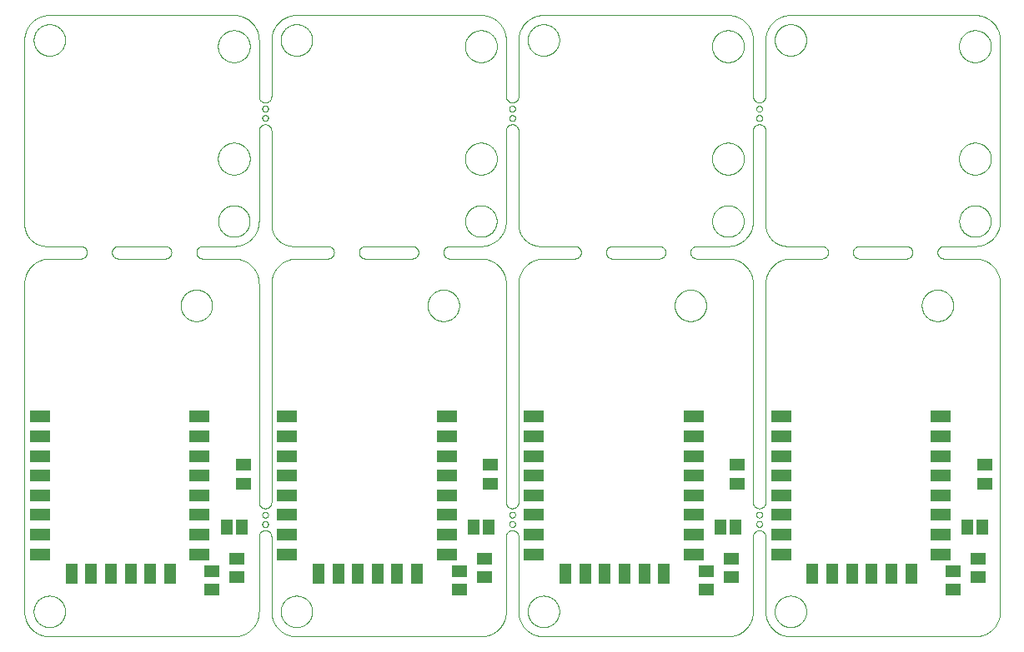
<source format=gbp>
G75*
%MOIN*%
%OFA0B0*%
%FSLAX25Y25*%
%IPPOS*%
%LPD*%
%AMOC8*
5,1,8,0,0,1.08239X$1,22.5*
%
%ADD10C,0.00000*%
%ADD11R,0.07874X0.04724*%
%ADD12R,0.04724X0.07874*%
%ADD13R,0.05906X0.05118*%
%ADD14R,0.04600X0.06300*%
D10*
X0046345Y0032550D02*
X0046345Y0163800D01*
X0046348Y0164042D01*
X0046357Y0164283D01*
X0046371Y0164524D01*
X0046392Y0164765D01*
X0046418Y0165005D01*
X0046450Y0165245D01*
X0046488Y0165484D01*
X0046531Y0165721D01*
X0046581Y0165958D01*
X0046636Y0166193D01*
X0046696Y0166427D01*
X0046763Y0166659D01*
X0046834Y0166890D01*
X0046912Y0167119D01*
X0046995Y0167346D01*
X0047083Y0167571D01*
X0047177Y0167794D01*
X0047276Y0168014D01*
X0047381Y0168232D01*
X0047490Y0168447D01*
X0047605Y0168660D01*
X0047725Y0168870D01*
X0047850Y0169076D01*
X0047980Y0169280D01*
X0048115Y0169481D01*
X0048255Y0169678D01*
X0048399Y0169872D01*
X0048548Y0170062D01*
X0048702Y0170248D01*
X0048860Y0170431D01*
X0049022Y0170610D01*
X0049189Y0170785D01*
X0049360Y0170956D01*
X0049535Y0171123D01*
X0049714Y0171285D01*
X0049897Y0171443D01*
X0050083Y0171597D01*
X0050273Y0171746D01*
X0050467Y0171890D01*
X0050664Y0172030D01*
X0050865Y0172165D01*
X0051069Y0172295D01*
X0051275Y0172420D01*
X0051485Y0172540D01*
X0051698Y0172655D01*
X0051913Y0172764D01*
X0052131Y0172869D01*
X0052351Y0172968D01*
X0052574Y0173062D01*
X0052799Y0173150D01*
X0053026Y0173233D01*
X0053255Y0173311D01*
X0053486Y0173382D01*
X0053718Y0173449D01*
X0053952Y0173509D01*
X0054187Y0173564D01*
X0054424Y0173614D01*
X0054661Y0173657D01*
X0054900Y0173695D01*
X0055140Y0173727D01*
X0055380Y0173753D01*
X0055621Y0173774D01*
X0055862Y0173788D01*
X0056103Y0173797D01*
X0056345Y0173800D01*
X0068845Y0173800D01*
X0071345Y0176300D02*
X0071343Y0176398D01*
X0071337Y0176496D01*
X0071328Y0176594D01*
X0071314Y0176691D01*
X0071297Y0176788D01*
X0071276Y0176884D01*
X0071251Y0176979D01*
X0071223Y0177073D01*
X0071190Y0177165D01*
X0071155Y0177257D01*
X0071115Y0177347D01*
X0071073Y0177435D01*
X0071026Y0177522D01*
X0070977Y0177606D01*
X0070924Y0177689D01*
X0070868Y0177769D01*
X0070808Y0177848D01*
X0070746Y0177924D01*
X0070681Y0177997D01*
X0070613Y0178068D01*
X0070542Y0178136D01*
X0070469Y0178201D01*
X0070393Y0178263D01*
X0070314Y0178323D01*
X0070234Y0178379D01*
X0070151Y0178432D01*
X0070067Y0178481D01*
X0069980Y0178528D01*
X0069892Y0178570D01*
X0069802Y0178610D01*
X0069710Y0178645D01*
X0069618Y0178678D01*
X0069524Y0178706D01*
X0069429Y0178731D01*
X0069333Y0178752D01*
X0069236Y0178769D01*
X0069139Y0178783D01*
X0069041Y0178792D01*
X0068943Y0178798D01*
X0068845Y0178800D01*
X0055095Y0178800D01*
X0054884Y0178803D01*
X0054672Y0178810D01*
X0054461Y0178823D01*
X0054251Y0178841D01*
X0054040Y0178864D01*
X0053831Y0178892D01*
X0053622Y0178925D01*
X0053414Y0178963D01*
X0053207Y0179006D01*
X0053001Y0179054D01*
X0052796Y0179107D01*
X0052593Y0179165D01*
X0052391Y0179228D01*
X0052191Y0179296D01*
X0051992Y0179369D01*
X0051795Y0179446D01*
X0051601Y0179528D01*
X0051408Y0179615D01*
X0051217Y0179706D01*
X0051029Y0179802D01*
X0050843Y0179903D01*
X0050659Y0180008D01*
X0050478Y0180117D01*
X0050300Y0180231D01*
X0050124Y0180349D01*
X0049952Y0180471D01*
X0049782Y0180597D01*
X0049616Y0180728D01*
X0049453Y0180862D01*
X0049293Y0181001D01*
X0049136Y0181143D01*
X0048983Y0181289D01*
X0048834Y0181438D01*
X0048688Y0181591D01*
X0048546Y0181748D01*
X0048407Y0181908D01*
X0048273Y0182071D01*
X0048142Y0182237D01*
X0048016Y0182407D01*
X0047894Y0182579D01*
X0047776Y0182755D01*
X0047662Y0182933D01*
X0047553Y0183114D01*
X0047448Y0183298D01*
X0047347Y0183484D01*
X0047251Y0183672D01*
X0047160Y0183863D01*
X0047073Y0184056D01*
X0046991Y0184250D01*
X0046914Y0184447D01*
X0046841Y0184646D01*
X0046773Y0184846D01*
X0046710Y0185048D01*
X0046652Y0185251D01*
X0046599Y0185456D01*
X0046551Y0185662D01*
X0046508Y0185869D01*
X0046470Y0186077D01*
X0046437Y0186286D01*
X0046409Y0186495D01*
X0046386Y0186706D01*
X0046368Y0186916D01*
X0046355Y0187127D01*
X0046348Y0187339D01*
X0046345Y0187550D01*
X0046345Y0261300D01*
X0046348Y0261542D01*
X0046357Y0261783D01*
X0046371Y0262024D01*
X0046392Y0262265D01*
X0046418Y0262505D01*
X0046450Y0262745D01*
X0046488Y0262984D01*
X0046531Y0263221D01*
X0046581Y0263458D01*
X0046636Y0263693D01*
X0046696Y0263927D01*
X0046763Y0264159D01*
X0046834Y0264390D01*
X0046912Y0264619D01*
X0046995Y0264846D01*
X0047083Y0265071D01*
X0047177Y0265294D01*
X0047276Y0265514D01*
X0047381Y0265732D01*
X0047490Y0265947D01*
X0047605Y0266160D01*
X0047725Y0266370D01*
X0047850Y0266576D01*
X0047980Y0266780D01*
X0048115Y0266981D01*
X0048255Y0267178D01*
X0048399Y0267372D01*
X0048548Y0267562D01*
X0048702Y0267748D01*
X0048860Y0267931D01*
X0049022Y0268110D01*
X0049189Y0268285D01*
X0049360Y0268456D01*
X0049535Y0268623D01*
X0049714Y0268785D01*
X0049897Y0268943D01*
X0050083Y0269097D01*
X0050273Y0269246D01*
X0050467Y0269390D01*
X0050664Y0269530D01*
X0050865Y0269665D01*
X0051069Y0269795D01*
X0051275Y0269920D01*
X0051485Y0270040D01*
X0051698Y0270155D01*
X0051913Y0270264D01*
X0052131Y0270369D01*
X0052351Y0270468D01*
X0052574Y0270562D01*
X0052799Y0270650D01*
X0053026Y0270733D01*
X0053255Y0270811D01*
X0053486Y0270882D01*
X0053718Y0270949D01*
X0053952Y0271009D01*
X0054187Y0271064D01*
X0054424Y0271114D01*
X0054661Y0271157D01*
X0054900Y0271195D01*
X0055140Y0271227D01*
X0055380Y0271253D01*
X0055621Y0271274D01*
X0055862Y0271288D01*
X0056103Y0271297D01*
X0056345Y0271300D01*
X0130095Y0271300D01*
X0130337Y0271297D01*
X0130578Y0271288D01*
X0130819Y0271274D01*
X0131060Y0271253D01*
X0131300Y0271227D01*
X0131540Y0271195D01*
X0131779Y0271157D01*
X0132016Y0271114D01*
X0132253Y0271064D01*
X0132488Y0271009D01*
X0132722Y0270949D01*
X0132954Y0270882D01*
X0133185Y0270811D01*
X0133414Y0270733D01*
X0133641Y0270650D01*
X0133866Y0270562D01*
X0134089Y0270468D01*
X0134309Y0270369D01*
X0134527Y0270264D01*
X0134742Y0270155D01*
X0134955Y0270040D01*
X0135165Y0269920D01*
X0135371Y0269795D01*
X0135575Y0269665D01*
X0135776Y0269530D01*
X0135973Y0269390D01*
X0136167Y0269246D01*
X0136357Y0269097D01*
X0136543Y0268943D01*
X0136726Y0268785D01*
X0136905Y0268623D01*
X0137080Y0268456D01*
X0137251Y0268285D01*
X0137418Y0268110D01*
X0137580Y0267931D01*
X0137738Y0267748D01*
X0137892Y0267562D01*
X0138041Y0267372D01*
X0138185Y0267178D01*
X0138325Y0266981D01*
X0138460Y0266780D01*
X0138590Y0266576D01*
X0138715Y0266370D01*
X0138835Y0266160D01*
X0138950Y0265947D01*
X0139059Y0265732D01*
X0139164Y0265514D01*
X0139263Y0265294D01*
X0139357Y0265071D01*
X0139445Y0264846D01*
X0139528Y0264619D01*
X0139606Y0264390D01*
X0139677Y0264159D01*
X0139744Y0263927D01*
X0139804Y0263693D01*
X0139859Y0263458D01*
X0139909Y0263221D01*
X0139952Y0262984D01*
X0139990Y0262745D01*
X0140022Y0262505D01*
X0140048Y0262265D01*
X0140069Y0262024D01*
X0140083Y0261783D01*
X0140092Y0261542D01*
X0140095Y0261300D01*
X0140095Y0238800D01*
X0142595Y0236300D02*
X0142693Y0236302D01*
X0142791Y0236308D01*
X0142889Y0236317D01*
X0142986Y0236331D01*
X0143083Y0236348D01*
X0143179Y0236369D01*
X0143274Y0236394D01*
X0143368Y0236422D01*
X0143460Y0236455D01*
X0143552Y0236490D01*
X0143642Y0236530D01*
X0143730Y0236572D01*
X0143817Y0236619D01*
X0143901Y0236668D01*
X0143984Y0236721D01*
X0144064Y0236777D01*
X0144143Y0236837D01*
X0144219Y0236899D01*
X0144292Y0236964D01*
X0144363Y0237032D01*
X0144431Y0237103D01*
X0144496Y0237176D01*
X0144558Y0237252D01*
X0144618Y0237331D01*
X0144674Y0237411D01*
X0144727Y0237494D01*
X0144776Y0237578D01*
X0144823Y0237665D01*
X0144865Y0237753D01*
X0144905Y0237843D01*
X0144940Y0237935D01*
X0144973Y0238027D01*
X0145001Y0238121D01*
X0145026Y0238216D01*
X0145047Y0238312D01*
X0145064Y0238409D01*
X0145078Y0238506D01*
X0145087Y0238604D01*
X0145093Y0238702D01*
X0145095Y0238800D01*
X0145095Y0261300D01*
X0145098Y0261542D01*
X0145107Y0261783D01*
X0145121Y0262024D01*
X0145142Y0262265D01*
X0145168Y0262505D01*
X0145200Y0262745D01*
X0145238Y0262984D01*
X0145281Y0263221D01*
X0145331Y0263458D01*
X0145386Y0263693D01*
X0145446Y0263927D01*
X0145513Y0264159D01*
X0145584Y0264390D01*
X0145662Y0264619D01*
X0145745Y0264846D01*
X0145833Y0265071D01*
X0145927Y0265294D01*
X0146026Y0265514D01*
X0146131Y0265732D01*
X0146240Y0265947D01*
X0146355Y0266160D01*
X0146475Y0266370D01*
X0146600Y0266576D01*
X0146730Y0266780D01*
X0146865Y0266981D01*
X0147005Y0267178D01*
X0147149Y0267372D01*
X0147298Y0267562D01*
X0147452Y0267748D01*
X0147610Y0267931D01*
X0147772Y0268110D01*
X0147939Y0268285D01*
X0148110Y0268456D01*
X0148285Y0268623D01*
X0148464Y0268785D01*
X0148647Y0268943D01*
X0148833Y0269097D01*
X0149023Y0269246D01*
X0149217Y0269390D01*
X0149414Y0269530D01*
X0149615Y0269665D01*
X0149819Y0269795D01*
X0150025Y0269920D01*
X0150235Y0270040D01*
X0150448Y0270155D01*
X0150663Y0270264D01*
X0150881Y0270369D01*
X0151101Y0270468D01*
X0151324Y0270562D01*
X0151549Y0270650D01*
X0151776Y0270733D01*
X0152005Y0270811D01*
X0152236Y0270882D01*
X0152468Y0270949D01*
X0152702Y0271009D01*
X0152937Y0271064D01*
X0153174Y0271114D01*
X0153411Y0271157D01*
X0153650Y0271195D01*
X0153890Y0271227D01*
X0154130Y0271253D01*
X0154371Y0271274D01*
X0154612Y0271288D01*
X0154853Y0271297D01*
X0155095Y0271300D01*
X0228845Y0271300D01*
X0229087Y0271297D01*
X0229328Y0271288D01*
X0229569Y0271274D01*
X0229810Y0271253D01*
X0230050Y0271227D01*
X0230290Y0271195D01*
X0230529Y0271157D01*
X0230766Y0271114D01*
X0231003Y0271064D01*
X0231238Y0271009D01*
X0231472Y0270949D01*
X0231704Y0270882D01*
X0231935Y0270811D01*
X0232164Y0270733D01*
X0232391Y0270650D01*
X0232616Y0270562D01*
X0232839Y0270468D01*
X0233059Y0270369D01*
X0233277Y0270264D01*
X0233492Y0270155D01*
X0233705Y0270040D01*
X0233915Y0269920D01*
X0234121Y0269795D01*
X0234325Y0269665D01*
X0234526Y0269530D01*
X0234723Y0269390D01*
X0234917Y0269246D01*
X0235107Y0269097D01*
X0235293Y0268943D01*
X0235476Y0268785D01*
X0235655Y0268623D01*
X0235830Y0268456D01*
X0236001Y0268285D01*
X0236168Y0268110D01*
X0236330Y0267931D01*
X0236488Y0267748D01*
X0236642Y0267562D01*
X0236791Y0267372D01*
X0236935Y0267178D01*
X0237075Y0266981D01*
X0237210Y0266780D01*
X0237340Y0266576D01*
X0237465Y0266370D01*
X0237585Y0266160D01*
X0237700Y0265947D01*
X0237809Y0265732D01*
X0237914Y0265514D01*
X0238013Y0265294D01*
X0238107Y0265071D01*
X0238195Y0264846D01*
X0238278Y0264619D01*
X0238356Y0264390D01*
X0238427Y0264159D01*
X0238494Y0263927D01*
X0238554Y0263693D01*
X0238609Y0263458D01*
X0238659Y0263221D01*
X0238702Y0262984D01*
X0238740Y0262745D01*
X0238772Y0262505D01*
X0238798Y0262265D01*
X0238819Y0262024D01*
X0238833Y0261783D01*
X0238842Y0261542D01*
X0238845Y0261300D01*
X0238845Y0238800D01*
X0241345Y0236300D02*
X0241443Y0236302D01*
X0241541Y0236308D01*
X0241639Y0236317D01*
X0241736Y0236331D01*
X0241833Y0236348D01*
X0241929Y0236369D01*
X0242024Y0236394D01*
X0242118Y0236422D01*
X0242210Y0236455D01*
X0242302Y0236490D01*
X0242392Y0236530D01*
X0242480Y0236572D01*
X0242567Y0236619D01*
X0242651Y0236668D01*
X0242734Y0236721D01*
X0242814Y0236777D01*
X0242893Y0236837D01*
X0242969Y0236899D01*
X0243042Y0236964D01*
X0243113Y0237032D01*
X0243181Y0237103D01*
X0243246Y0237176D01*
X0243308Y0237252D01*
X0243368Y0237331D01*
X0243424Y0237411D01*
X0243477Y0237494D01*
X0243526Y0237578D01*
X0243573Y0237665D01*
X0243615Y0237753D01*
X0243655Y0237843D01*
X0243690Y0237935D01*
X0243723Y0238027D01*
X0243751Y0238121D01*
X0243776Y0238216D01*
X0243797Y0238312D01*
X0243814Y0238409D01*
X0243828Y0238506D01*
X0243837Y0238604D01*
X0243843Y0238702D01*
X0243845Y0238800D01*
X0243845Y0261300D01*
X0243848Y0261542D01*
X0243857Y0261783D01*
X0243871Y0262024D01*
X0243892Y0262265D01*
X0243918Y0262505D01*
X0243950Y0262745D01*
X0243988Y0262984D01*
X0244031Y0263221D01*
X0244081Y0263458D01*
X0244136Y0263693D01*
X0244196Y0263927D01*
X0244263Y0264159D01*
X0244334Y0264390D01*
X0244412Y0264619D01*
X0244495Y0264846D01*
X0244583Y0265071D01*
X0244677Y0265294D01*
X0244776Y0265514D01*
X0244881Y0265732D01*
X0244990Y0265947D01*
X0245105Y0266160D01*
X0245225Y0266370D01*
X0245350Y0266576D01*
X0245480Y0266780D01*
X0245615Y0266981D01*
X0245755Y0267178D01*
X0245899Y0267372D01*
X0246048Y0267562D01*
X0246202Y0267748D01*
X0246360Y0267931D01*
X0246522Y0268110D01*
X0246689Y0268285D01*
X0246860Y0268456D01*
X0247035Y0268623D01*
X0247214Y0268785D01*
X0247397Y0268943D01*
X0247583Y0269097D01*
X0247773Y0269246D01*
X0247967Y0269390D01*
X0248164Y0269530D01*
X0248365Y0269665D01*
X0248569Y0269795D01*
X0248775Y0269920D01*
X0248985Y0270040D01*
X0249198Y0270155D01*
X0249413Y0270264D01*
X0249631Y0270369D01*
X0249851Y0270468D01*
X0250074Y0270562D01*
X0250299Y0270650D01*
X0250526Y0270733D01*
X0250755Y0270811D01*
X0250986Y0270882D01*
X0251218Y0270949D01*
X0251452Y0271009D01*
X0251687Y0271064D01*
X0251924Y0271114D01*
X0252161Y0271157D01*
X0252400Y0271195D01*
X0252640Y0271227D01*
X0252880Y0271253D01*
X0253121Y0271274D01*
X0253362Y0271288D01*
X0253603Y0271297D01*
X0253845Y0271300D01*
X0327595Y0271300D01*
X0327837Y0271297D01*
X0328078Y0271288D01*
X0328319Y0271274D01*
X0328560Y0271253D01*
X0328800Y0271227D01*
X0329040Y0271195D01*
X0329279Y0271157D01*
X0329516Y0271114D01*
X0329753Y0271064D01*
X0329988Y0271009D01*
X0330222Y0270949D01*
X0330454Y0270882D01*
X0330685Y0270811D01*
X0330914Y0270733D01*
X0331141Y0270650D01*
X0331366Y0270562D01*
X0331589Y0270468D01*
X0331809Y0270369D01*
X0332027Y0270264D01*
X0332242Y0270155D01*
X0332455Y0270040D01*
X0332665Y0269920D01*
X0332871Y0269795D01*
X0333075Y0269665D01*
X0333276Y0269530D01*
X0333473Y0269390D01*
X0333667Y0269246D01*
X0333857Y0269097D01*
X0334043Y0268943D01*
X0334226Y0268785D01*
X0334405Y0268623D01*
X0334580Y0268456D01*
X0334751Y0268285D01*
X0334918Y0268110D01*
X0335080Y0267931D01*
X0335238Y0267748D01*
X0335392Y0267562D01*
X0335541Y0267372D01*
X0335685Y0267178D01*
X0335825Y0266981D01*
X0335960Y0266780D01*
X0336090Y0266576D01*
X0336215Y0266370D01*
X0336335Y0266160D01*
X0336450Y0265947D01*
X0336559Y0265732D01*
X0336664Y0265514D01*
X0336763Y0265294D01*
X0336857Y0265071D01*
X0336945Y0264846D01*
X0337028Y0264619D01*
X0337106Y0264390D01*
X0337177Y0264159D01*
X0337244Y0263927D01*
X0337304Y0263693D01*
X0337359Y0263458D01*
X0337409Y0263221D01*
X0337452Y0262984D01*
X0337490Y0262745D01*
X0337522Y0262505D01*
X0337548Y0262265D01*
X0337569Y0262024D01*
X0337583Y0261783D01*
X0337592Y0261542D01*
X0337595Y0261300D01*
X0337595Y0238800D01*
X0340095Y0236300D02*
X0340193Y0236302D01*
X0340291Y0236308D01*
X0340389Y0236317D01*
X0340486Y0236331D01*
X0340583Y0236348D01*
X0340679Y0236369D01*
X0340774Y0236394D01*
X0340868Y0236422D01*
X0340960Y0236455D01*
X0341052Y0236490D01*
X0341142Y0236530D01*
X0341230Y0236572D01*
X0341317Y0236619D01*
X0341401Y0236668D01*
X0341484Y0236721D01*
X0341564Y0236777D01*
X0341643Y0236837D01*
X0341719Y0236899D01*
X0341792Y0236964D01*
X0341863Y0237032D01*
X0341931Y0237103D01*
X0341996Y0237176D01*
X0342058Y0237252D01*
X0342118Y0237331D01*
X0342174Y0237411D01*
X0342227Y0237494D01*
X0342276Y0237578D01*
X0342323Y0237665D01*
X0342365Y0237753D01*
X0342405Y0237843D01*
X0342440Y0237935D01*
X0342473Y0238027D01*
X0342501Y0238121D01*
X0342526Y0238216D01*
X0342547Y0238312D01*
X0342564Y0238409D01*
X0342578Y0238506D01*
X0342587Y0238604D01*
X0342593Y0238702D01*
X0342595Y0238800D01*
X0342595Y0261300D01*
X0342598Y0261542D01*
X0342607Y0261783D01*
X0342621Y0262024D01*
X0342642Y0262265D01*
X0342668Y0262505D01*
X0342700Y0262745D01*
X0342738Y0262984D01*
X0342781Y0263221D01*
X0342831Y0263458D01*
X0342886Y0263693D01*
X0342946Y0263927D01*
X0343013Y0264159D01*
X0343084Y0264390D01*
X0343162Y0264619D01*
X0343245Y0264846D01*
X0343333Y0265071D01*
X0343427Y0265294D01*
X0343526Y0265514D01*
X0343631Y0265732D01*
X0343740Y0265947D01*
X0343855Y0266160D01*
X0343975Y0266370D01*
X0344100Y0266576D01*
X0344230Y0266780D01*
X0344365Y0266981D01*
X0344505Y0267178D01*
X0344649Y0267372D01*
X0344798Y0267562D01*
X0344952Y0267748D01*
X0345110Y0267931D01*
X0345272Y0268110D01*
X0345439Y0268285D01*
X0345610Y0268456D01*
X0345785Y0268623D01*
X0345964Y0268785D01*
X0346147Y0268943D01*
X0346333Y0269097D01*
X0346523Y0269246D01*
X0346717Y0269390D01*
X0346914Y0269530D01*
X0347115Y0269665D01*
X0347319Y0269795D01*
X0347525Y0269920D01*
X0347735Y0270040D01*
X0347948Y0270155D01*
X0348163Y0270264D01*
X0348381Y0270369D01*
X0348601Y0270468D01*
X0348824Y0270562D01*
X0349049Y0270650D01*
X0349276Y0270733D01*
X0349505Y0270811D01*
X0349736Y0270882D01*
X0349968Y0270949D01*
X0350202Y0271009D01*
X0350437Y0271064D01*
X0350674Y0271114D01*
X0350911Y0271157D01*
X0351150Y0271195D01*
X0351390Y0271227D01*
X0351630Y0271253D01*
X0351871Y0271274D01*
X0352112Y0271288D01*
X0352353Y0271297D01*
X0352595Y0271300D01*
X0426345Y0271300D01*
X0426587Y0271297D01*
X0426828Y0271288D01*
X0427069Y0271274D01*
X0427310Y0271253D01*
X0427550Y0271227D01*
X0427790Y0271195D01*
X0428029Y0271157D01*
X0428266Y0271114D01*
X0428503Y0271064D01*
X0428738Y0271009D01*
X0428972Y0270949D01*
X0429204Y0270882D01*
X0429435Y0270811D01*
X0429664Y0270733D01*
X0429891Y0270650D01*
X0430116Y0270562D01*
X0430339Y0270468D01*
X0430559Y0270369D01*
X0430777Y0270264D01*
X0430992Y0270155D01*
X0431205Y0270040D01*
X0431415Y0269920D01*
X0431621Y0269795D01*
X0431825Y0269665D01*
X0432026Y0269530D01*
X0432223Y0269390D01*
X0432417Y0269246D01*
X0432607Y0269097D01*
X0432793Y0268943D01*
X0432976Y0268785D01*
X0433155Y0268623D01*
X0433330Y0268456D01*
X0433501Y0268285D01*
X0433668Y0268110D01*
X0433830Y0267931D01*
X0433988Y0267748D01*
X0434142Y0267562D01*
X0434291Y0267372D01*
X0434435Y0267178D01*
X0434575Y0266981D01*
X0434710Y0266780D01*
X0434840Y0266576D01*
X0434965Y0266370D01*
X0435085Y0266160D01*
X0435200Y0265947D01*
X0435309Y0265732D01*
X0435414Y0265514D01*
X0435513Y0265294D01*
X0435607Y0265071D01*
X0435695Y0264846D01*
X0435778Y0264619D01*
X0435856Y0264390D01*
X0435927Y0264159D01*
X0435994Y0263927D01*
X0436054Y0263693D01*
X0436109Y0263458D01*
X0436159Y0263221D01*
X0436202Y0262984D01*
X0436240Y0262745D01*
X0436272Y0262505D01*
X0436298Y0262265D01*
X0436319Y0262024D01*
X0436333Y0261783D01*
X0436342Y0261542D01*
X0436345Y0261300D01*
X0436345Y0188800D01*
X0436342Y0188558D01*
X0436333Y0188317D01*
X0436319Y0188076D01*
X0436298Y0187835D01*
X0436272Y0187595D01*
X0436240Y0187355D01*
X0436202Y0187116D01*
X0436159Y0186879D01*
X0436109Y0186642D01*
X0436054Y0186407D01*
X0435994Y0186173D01*
X0435927Y0185941D01*
X0435856Y0185710D01*
X0435778Y0185481D01*
X0435695Y0185254D01*
X0435607Y0185029D01*
X0435513Y0184806D01*
X0435414Y0184586D01*
X0435309Y0184368D01*
X0435200Y0184153D01*
X0435085Y0183940D01*
X0434965Y0183730D01*
X0434840Y0183524D01*
X0434710Y0183320D01*
X0434575Y0183119D01*
X0434435Y0182922D01*
X0434291Y0182728D01*
X0434142Y0182538D01*
X0433988Y0182352D01*
X0433830Y0182169D01*
X0433668Y0181990D01*
X0433501Y0181815D01*
X0433330Y0181644D01*
X0433155Y0181477D01*
X0432976Y0181315D01*
X0432793Y0181157D01*
X0432607Y0181003D01*
X0432417Y0180854D01*
X0432223Y0180710D01*
X0432026Y0180570D01*
X0431825Y0180435D01*
X0431621Y0180305D01*
X0431415Y0180180D01*
X0431205Y0180060D01*
X0430992Y0179945D01*
X0430777Y0179836D01*
X0430559Y0179731D01*
X0430339Y0179632D01*
X0430116Y0179538D01*
X0429891Y0179450D01*
X0429664Y0179367D01*
X0429435Y0179289D01*
X0429204Y0179218D01*
X0428972Y0179151D01*
X0428738Y0179091D01*
X0428503Y0179036D01*
X0428266Y0178986D01*
X0428029Y0178943D01*
X0427790Y0178905D01*
X0427550Y0178873D01*
X0427310Y0178847D01*
X0427069Y0178826D01*
X0426828Y0178812D01*
X0426587Y0178803D01*
X0426345Y0178800D01*
X0413845Y0178800D01*
X0413747Y0178798D01*
X0413649Y0178792D01*
X0413551Y0178783D01*
X0413454Y0178769D01*
X0413357Y0178752D01*
X0413261Y0178731D01*
X0413166Y0178706D01*
X0413072Y0178678D01*
X0412980Y0178645D01*
X0412888Y0178610D01*
X0412798Y0178570D01*
X0412710Y0178528D01*
X0412623Y0178481D01*
X0412539Y0178432D01*
X0412456Y0178379D01*
X0412376Y0178323D01*
X0412297Y0178263D01*
X0412221Y0178201D01*
X0412148Y0178136D01*
X0412077Y0178068D01*
X0412009Y0177997D01*
X0411944Y0177924D01*
X0411882Y0177848D01*
X0411822Y0177769D01*
X0411766Y0177689D01*
X0411713Y0177606D01*
X0411664Y0177522D01*
X0411617Y0177435D01*
X0411575Y0177347D01*
X0411535Y0177257D01*
X0411500Y0177165D01*
X0411467Y0177073D01*
X0411439Y0176979D01*
X0411414Y0176884D01*
X0411393Y0176788D01*
X0411376Y0176691D01*
X0411362Y0176594D01*
X0411353Y0176496D01*
X0411347Y0176398D01*
X0411345Y0176300D01*
X0411347Y0176202D01*
X0411353Y0176104D01*
X0411362Y0176006D01*
X0411376Y0175909D01*
X0411393Y0175812D01*
X0411414Y0175716D01*
X0411439Y0175621D01*
X0411467Y0175527D01*
X0411500Y0175435D01*
X0411535Y0175343D01*
X0411575Y0175253D01*
X0411617Y0175165D01*
X0411664Y0175078D01*
X0411713Y0174994D01*
X0411766Y0174911D01*
X0411822Y0174831D01*
X0411882Y0174752D01*
X0411944Y0174676D01*
X0412009Y0174603D01*
X0412077Y0174532D01*
X0412148Y0174464D01*
X0412221Y0174399D01*
X0412297Y0174337D01*
X0412376Y0174277D01*
X0412456Y0174221D01*
X0412539Y0174168D01*
X0412623Y0174119D01*
X0412710Y0174072D01*
X0412798Y0174030D01*
X0412888Y0173990D01*
X0412980Y0173955D01*
X0413072Y0173922D01*
X0413166Y0173894D01*
X0413261Y0173869D01*
X0413357Y0173848D01*
X0413454Y0173831D01*
X0413551Y0173817D01*
X0413649Y0173808D01*
X0413747Y0173802D01*
X0413845Y0173800D01*
X0426345Y0173800D01*
X0426587Y0173797D01*
X0426828Y0173788D01*
X0427069Y0173774D01*
X0427310Y0173753D01*
X0427550Y0173727D01*
X0427790Y0173695D01*
X0428029Y0173657D01*
X0428266Y0173614D01*
X0428503Y0173564D01*
X0428738Y0173509D01*
X0428972Y0173449D01*
X0429204Y0173382D01*
X0429435Y0173311D01*
X0429664Y0173233D01*
X0429891Y0173150D01*
X0430116Y0173062D01*
X0430339Y0172968D01*
X0430559Y0172869D01*
X0430777Y0172764D01*
X0430992Y0172655D01*
X0431205Y0172540D01*
X0431415Y0172420D01*
X0431621Y0172295D01*
X0431825Y0172165D01*
X0432026Y0172030D01*
X0432223Y0171890D01*
X0432417Y0171746D01*
X0432607Y0171597D01*
X0432793Y0171443D01*
X0432976Y0171285D01*
X0433155Y0171123D01*
X0433330Y0170956D01*
X0433501Y0170785D01*
X0433668Y0170610D01*
X0433830Y0170431D01*
X0433988Y0170248D01*
X0434142Y0170062D01*
X0434291Y0169872D01*
X0434435Y0169678D01*
X0434575Y0169481D01*
X0434710Y0169280D01*
X0434840Y0169076D01*
X0434965Y0168870D01*
X0435085Y0168660D01*
X0435200Y0168447D01*
X0435309Y0168232D01*
X0435414Y0168014D01*
X0435513Y0167794D01*
X0435607Y0167571D01*
X0435695Y0167346D01*
X0435778Y0167119D01*
X0435856Y0166890D01*
X0435927Y0166659D01*
X0435994Y0166427D01*
X0436054Y0166193D01*
X0436109Y0165958D01*
X0436159Y0165721D01*
X0436202Y0165484D01*
X0436240Y0165245D01*
X0436272Y0165005D01*
X0436298Y0164765D01*
X0436319Y0164524D01*
X0436333Y0164283D01*
X0436342Y0164042D01*
X0436345Y0163800D01*
X0436345Y0032550D01*
X0436342Y0032308D01*
X0436333Y0032067D01*
X0436319Y0031826D01*
X0436298Y0031585D01*
X0436272Y0031345D01*
X0436240Y0031105D01*
X0436202Y0030866D01*
X0436159Y0030629D01*
X0436109Y0030392D01*
X0436054Y0030157D01*
X0435994Y0029923D01*
X0435927Y0029691D01*
X0435856Y0029460D01*
X0435778Y0029231D01*
X0435695Y0029004D01*
X0435607Y0028779D01*
X0435513Y0028556D01*
X0435414Y0028336D01*
X0435309Y0028118D01*
X0435200Y0027903D01*
X0435085Y0027690D01*
X0434965Y0027480D01*
X0434840Y0027274D01*
X0434710Y0027070D01*
X0434575Y0026869D01*
X0434435Y0026672D01*
X0434291Y0026478D01*
X0434142Y0026288D01*
X0433988Y0026102D01*
X0433830Y0025919D01*
X0433668Y0025740D01*
X0433501Y0025565D01*
X0433330Y0025394D01*
X0433155Y0025227D01*
X0432976Y0025065D01*
X0432793Y0024907D01*
X0432607Y0024753D01*
X0432417Y0024604D01*
X0432223Y0024460D01*
X0432026Y0024320D01*
X0431825Y0024185D01*
X0431621Y0024055D01*
X0431415Y0023930D01*
X0431205Y0023810D01*
X0430992Y0023695D01*
X0430777Y0023586D01*
X0430559Y0023481D01*
X0430339Y0023382D01*
X0430116Y0023288D01*
X0429891Y0023200D01*
X0429664Y0023117D01*
X0429435Y0023039D01*
X0429204Y0022968D01*
X0428972Y0022901D01*
X0428738Y0022841D01*
X0428503Y0022786D01*
X0428266Y0022736D01*
X0428029Y0022693D01*
X0427790Y0022655D01*
X0427550Y0022623D01*
X0427310Y0022597D01*
X0427069Y0022576D01*
X0426828Y0022562D01*
X0426587Y0022553D01*
X0426345Y0022550D01*
X0352595Y0022550D01*
X0352353Y0022553D01*
X0352112Y0022562D01*
X0351871Y0022576D01*
X0351630Y0022597D01*
X0351390Y0022623D01*
X0351150Y0022655D01*
X0350911Y0022693D01*
X0350674Y0022736D01*
X0350437Y0022786D01*
X0350202Y0022841D01*
X0349968Y0022901D01*
X0349736Y0022968D01*
X0349505Y0023039D01*
X0349276Y0023117D01*
X0349049Y0023200D01*
X0348824Y0023288D01*
X0348601Y0023382D01*
X0348381Y0023481D01*
X0348163Y0023586D01*
X0347948Y0023695D01*
X0347735Y0023810D01*
X0347525Y0023930D01*
X0347319Y0024055D01*
X0347115Y0024185D01*
X0346914Y0024320D01*
X0346717Y0024460D01*
X0346523Y0024604D01*
X0346333Y0024753D01*
X0346147Y0024907D01*
X0345964Y0025065D01*
X0345785Y0025227D01*
X0345610Y0025394D01*
X0345439Y0025565D01*
X0345272Y0025740D01*
X0345110Y0025919D01*
X0344952Y0026102D01*
X0344798Y0026288D01*
X0344649Y0026478D01*
X0344505Y0026672D01*
X0344365Y0026869D01*
X0344230Y0027070D01*
X0344100Y0027274D01*
X0343975Y0027480D01*
X0343855Y0027690D01*
X0343740Y0027903D01*
X0343631Y0028118D01*
X0343526Y0028336D01*
X0343427Y0028556D01*
X0343333Y0028779D01*
X0343245Y0029004D01*
X0343162Y0029231D01*
X0343084Y0029460D01*
X0343013Y0029691D01*
X0342946Y0029923D01*
X0342886Y0030157D01*
X0342831Y0030392D01*
X0342781Y0030629D01*
X0342738Y0030866D01*
X0342700Y0031105D01*
X0342668Y0031345D01*
X0342642Y0031585D01*
X0342621Y0031826D01*
X0342607Y0032067D01*
X0342598Y0032308D01*
X0342595Y0032550D01*
X0342595Y0062550D01*
X0342593Y0062648D01*
X0342587Y0062746D01*
X0342578Y0062844D01*
X0342564Y0062941D01*
X0342547Y0063038D01*
X0342526Y0063134D01*
X0342501Y0063229D01*
X0342473Y0063323D01*
X0342440Y0063415D01*
X0342405Y0063507D01*
X0342365Y0063597D01*
X0342323Y0063685D01*
X0342276Y0063772D01*
X0342227Y0063856D01*
X0342174Y0063939D01*
X0342118Y0064019D01*
X0342058Y0064098D01*
X0341996Y0064174D01*
X0341931Y0064247D01*
X0341863Y0064318D01*
X0341792Y0064386D01*
X0341719Y0064451D01*
X0341643Y0064513D01*
X0341564Y0064573D01*
X0341484Y0064629D01*
X0341401Y0064682D01*
X0341317Y0064731D01*
X0341230Y0064778D01*
X0341142Y0064820D01*
X0341052Y0064860D01*
X0340960Y0064895D01*
X0340868Y0064928D01*
X0340774Y0064956D01*
X0340679Y0064981D01*
X0340583Y0065002D01*
X0340486Y0065019D01*
X0340389Y0065033D01*
X0340291Y0065042D01*
X0340193Y0065048D01*
X0340095Y0065050D01*
X0339997Y0065048D01*
X0339899Y0065042D01*
X0339801Y0065033D01*
X0339704Y0065019D01*
X0339607Y0065002D01*
X0339511Y0064981D01*
X0339416Y0064956D01*
X0339322Y0064928D01*
X0339230Y0064895D01*
X0339138Y0064860D01*
X0339048Y0064820D01*
X0338960Y0064778D01*
X0338873Y0064731D01*
X0338789Y0064682D01*
X0338706Y0064629D01*
X0338626Y0064573D01*
X0338547Y0064513D01*
X0338471Y0064451D01*
X0338398Y0064386D01*
X0338327Y0064318D01*
X0338259Y0064247D01*
X0338194Y0064174D01*
X0338132Y0064098D01*
X0338072Y0064019D01*
X0338016Y0063939D01*
X0337963Y0063856D01*
X0337914Y0063772D01*
X0337867Y0063685D01*
X0337825Y0063597D01*
X0337785Y0063507D01*
X0337750Y0063415D01*
X0337717Y0063323D01*
X0337689Y0063229D01*
X0337664Y0063134D01*
X0337643Y0063038D01*
X0337626Y0062941D01*
X0337612Y0062844D01*
X0337603Y0062746D01*
X0337597Y0062648D01*
X0337595Y0062550D01*
X0337595Y0032550D01*
X0337592Y0032308D01*
X0337583Y0032067D01*
X0337569Y0031826D01*
X0337548Y0031585D01*
X0337522Y0031345D01*
X0337490Y0031105D01*
X0337452Y0030866D01*
X0337409Y0030629D01*
X0337359Y0030392D01*
X0337304Y0030157D01*
X0337244Y0029923D01*
X0337177Y0029691D01*
X0337106Y0029460D01*
X0337028Y0029231D01*
X0336945Y0029004D01*
X0336857Y0028779D01*
X0336763Y0028556D01*
X0336664Y0028336D01*
X0336559Y0028118D01*
X0336450Y0027903D01*
X0336335Y0027690D01*
X0336215Y0027480D01*
X0336090Y0027274D01*
X0335960Y0027070D01*
X0335825Y0026869D01*
X0335685Y0026672D01*
X0335541Y0026478D01*
X0335392Y0026288D01*
X0335238Y0026102D01*
X0335080Y0025919D01*
X0334918Y0025740D01*
X0334751Y0025565D01*
X0334580Y0025394D01*
X0334405Y0025227D01*
X0334226Y0025065D01*
X0334043Y0024907D01*
X0333857Y0024753D01*
X0333667Y0024604D01*
X0333473Y0024460D01*
X0333276Y0024320D01*
X0333075Y0024185D01*
X0332871Y0024055D01*
X0332665Y0023930D01*
X0332455Y0023810D01*
X0332242Y0023695D01*
X0332027Y0023586D01*
X0331809Y0023481D01*
X0331589Y0023382D01*
X0331366Y0023288D01*
X0331141Y0023200D01*
X0330914Y0023117D01*
X0330685Y0023039D01*
X0330454Y0022968D01*
X0330222Y0022901D01*
X0329988Y0022841D01*
X0329753Y0022786D01*
X0329516Y0022736D01*
X0329279Y0022693D01*
X0329040Y0022655D01*
X0328800Y0022623D01*
X0328560Y0022597D01*
X0328319Y0022576D01*
X0328078Y0022562D01*
X0327837Y0022553D01*
X0327595Y0022550D01*
X0253845Y0022550D01*
X0253603Y0022553D01*
X0253362Y0022562D01*
X0253121Y0022576D01*
X0252880Y0022597D01*
X0252640Y0022623D01*
X0252400Y0022655D01*
X0252161Y0022693D01*
X0251924Y0022736D01*
X0251687Y0022786D01*
X0251452Y0022841D01*
X0251218Y0022901D01*
X0250986Y0022968D01*
X0250755Y0023039D01*
X0250526Y0023117D01*
X0250299Y0023200D01*
X0250074Y0023288D01*
X0249851Y0023382D01*
X0249631Y0023481D01*
X0249413Y0023586D01*
X0249198Y0023695D01*
X0248985Y0023810D01*
X0248775Y0023930D01*
X0248569Y0024055D01*
X0248365Y0024185D01*
X0248164Y0024320D01*
X0247967Y0024460D01*
X0247773Y0024604D01*
X0247583Y0024753D01*
X0247397Y0024907D01*
X0247214Y0025065D01*
X0247035Y0025227D01*
X0246860Y0025394D01*
X0246689Y0025565D01*
X0246522Y0025740D01*
X0246360Y0025919D01*
X0246202Y0026102D01*
X0246048Y0026288D01*
X0245899Y0026478D01*
X0245755Y0026672D01*
X0245615Y0026869D01*
X0245480Y0027070D01*
X0245350Y0027274D01*
X0245225Y0027480D01*
X0245105Y0027690D01*
X0244990Y0027903D01*
X0244881Y0028118D01*
X0244776Y0028336D01*
X0244677Y0028556D01*
X0244583Y0028779D01*
X0244495Y0029004D01*
X0244412Y0029231D01*
X0244334Y0029460D01*
X0244263Y0029691D01*
X0244196Y0029923D01*
X0244136Y0030157D01*
X0244081Y0030392D01*
X0244031Y0030629D01*
X0243988Y0030866D01*
X0243950Y0031105D01*
X0243918Y0031345D01*
X0243892Y0031585D01*
X0243871Y0031826D01*
X0243857Y0032067D01*
X0243848Y0032308D01*
X0243845Y0032550D01*
X0243845Y0062550D01*
X0243843Y0062648D01*
X0243837Y0062746D01*
X0243828Y0062844D01*
X0243814Y0062941D01*
X0243797Y0063038D01*
X0243776Y0063134D01*
X0243751Y0063229D01*
X0243723Y0063323D01*
X0243690Y0063415D01*
X0243655Y0063507D01*
X0243615Y0063597D01*
X0243573Y0063685D01*
X0243526Y0063772D01*
X0243477Y0063856D01*
X0243424Y0063939D01*
X0243368Y0064019D01*
X0243308Y0064098D01*
X0243246Y0064174D01*
X0243181Y0064247D01*
X0243113Y0064318D01*
X0243042Y0064386D01*
X0242969Y0064451D01*
X0242893Y0064513D01*
X0242814Y0064573D01*
X0242734Y0064629D01*
X0242651Y0064682D01*
X0242567Y0064731D01*
X0242480Y0064778D01*
X0242392Y0064820D01*
X0242302Y0064860D01*
X0242210Y0064895D01*
X0242118Y0064928D01*
X0242024Y0064956D01*
X0241929Y0064981D01*
X0241833Y0065002D01*
X0241736Y0065019D01*
X0241639Y0065033D01*
X0241541Y0065042D01*
X0241443Y0065048D01*
X0241345Y0065050D01*
X0241247Y0065048D01*
X0241149Y0065042D01*
X0241051Y0065033D01*
X0240954Y0065019D01*
X0240857Y0065002D01*
X0240761Y0064981D01*
X0240666Y0064956D01*
X0240572Y0064928D01*
X0240480Y0064895D01*
X0240388Y0064860D01*
X0240298Y0064820D01*
X0240210Y0064778D01*
X0240123Y0064731D01*
X0240039Y0064682D01*
X0239956Y0064629D01*
X0239876Y0064573D01*
X0239797Y0064513D01*
X0239721Y0064451D01*
X0239648Y0064386D01*
X0239577Y0064318D01*
X0239509Y0064247D01*
X0239444Y0064174D01*
X0239382Y0064098D01*
X0239322Y0064019D01*
X0239266Y0063939D01*
X0239213Y0063856D01*
X0239164Y0063772D01*
X0239117Y0063685D01*
X0239075Y0063597D01*
X0239035Y0063507D01*
X0239000Y0063415D01*
X0238967Y0063323D01*
X0238939Y0063229D01*
X0238914Y0063134D01*
X0238893Y0063038D01*
X0238876Y0062941D01*
X0238862Y0062844D01*
X0238853Y0062746D01*
X0238847Y0062648D01*
X0238845Y0062550D01*
X0238845Y0032550D01*
X0238842Y0032308D01*
X0238833Y0032067D01*
X0238819Y0031826D01*
X0238798Y0031585D01*
X0238772Y0031345D01*
X0238740Y0031105D01*
X0238702Y0030866D01*
X0238659Y0030629D01*
X0238609Y0030392D01*
X0238554Y0030157D01*
X0238494Y0029923D01*
X0238427Y0029691D01*
X0238356Y0029460D01*
X0238278Y0029231D01*
X0238195Y0029004D01*
X0238107Y0028779D01*
X0238013Y0028556D01*
X0237914Y0028336D01*
X0237809Y0028118D01*
X0237700Y0027903D01*
X0237585Y0027690D01*
X0237465Y0027480D01*
X0237340Y0027274D01*
X0237210Y0027070D01*
X0237075Y0026869D01*
X0236935Y0026672D01*
X0236791Y0026478D01*
X0236642Y0026288D01*
X0236488Y0026102D01*
X0236330Y0025919D01*
X0236168Y0025740D01*
X0236001Y0025565D01*
X0235830Y0025394D01*
X0235655Y0025227D01*
X0235476Y0025065D01*
X0235293Y0024907D01*
X0235107Y0024753D01*
X0234917Y0024604D01*
X0234723Y0024460D01*
X0234526Y0024320D01*
X0234325Y0024185D01*
X0234121Y0024055D01*
X0233915Y0023930D01*
X0233705Y0023810D01*
X0233492Y0023695D01*
X0233277Y0023586D01*
X0233059Y0023481D01*
X0232839Y0023382D01*
X0232616Y0023288D01*
X0232391Y0023200D01*
X0232164Y0023117D01*
X0231935Y0023039D01*
X0231704Y0022968D01*
X0231472Y0022901D01*
X0231238Y0022841D01*
X0231003Y0022786D01*
X0230766Y0022736D01*
X0230529Y0022693D01*
X0230290Y0022655D01*
X0230050Y0022623D01*
X0229810Y0022597D01*
X0229569Y0022576D01*
X0229328Y0022562D01*
X0229087Y0022553D01*
X0228845Y0022550D01*
X0155095Y0022550D01*
X0154853Y0022553D01*
X0154612Y0022562D01*
X0154371Y0022576D01*
X0154130Y0022597D01*
X0153890Y0022623D01*
X0153650Y0022655D01*
X0153411Y0022693D01*
X0153174Y0022736D01*
X0152937Y0022786D01*
X0152702Y0022841D01*
X0152468Y0022901D01*
X0152236Y0022968D01*
X0152005Y0023039D01*
X0151776Y0023117D01*
X0151549Y0023200D01*
X0151324Y0023288D01*
X0151101Y0023382D01*
X0150881Y0023481D01*
X0150663Y0023586D01*
X0150448Y0023695D01*
X0150235Y0023810D01*
X0150025Y0023930D01*
X0149819Y0024055D01*
X0149615Y0024185D01*
X0149414Y0024320D01*
X0149217Y0024460D01*
X0149023Y0024604D01*
X0148833Y0024753D01*
X0148647Y0024907D01*
X0148464Y0025065D01*
X0148285Y0025227D01*
X0148110Y0025394D01*
X0147939Y0025565D01*
X0147772Y0025740D01*
X0147610Y0025919D01*
X0147452Y0026102D01*
X0147298Y0026288D01*
X0147149Y0026478D01*
X0147005Y0026672D01*
X0146865Y0026869D01*
X0146730Y0027070D01*
X0146600Y0027274D01*
X0146475Y0027480D01*
X0146355Y0027690D01*
X0146240Y0027903D01*
X0146131Y0028118D01*
X0146026Y0028336D01*
X0145927Y0028556D01*
X0145833Y0028779D01*
X0145745Y0029004D01*
X0145662Y0029231D01*
X0145584Y0029460D01*
X0145513Y0029691D01*
X0145446Y0029923D01*
X0145386Y0030157D01*
X0145331Y0030392D01*
X0145281Y0030629D01*
X0145238Y0030866D01*
X0145200Y0031105D01*
X0145168Y0031345D01*
X0145142Y0031585D01*
X0145121Y0031826D01*
X0145107Y0032067D01*
X0145098Y0032308D01*
X0145095Y0032550D01*
X0145095Y0062550D01*
X0145093Y0062648D01*
X0145087Y0062746D01*
X0145078Y0062844D01*
X0145064Y0062941D01*
X0145047Y0063038D01*
X0145026Y0063134D01*
X0145001Y0063229D01*
X0144973Y0063323D01*
X0144940Y0063415D01*
X0144905Y0063507D01*
X0144865Y0063597D01*
X0144823Y0063685D01*
X0144776Y0063772D01*
X0144727Y0063856D01*
X0144674Y0063939D01*
X0144618Y0064019D01*
X0144558Y0064098D01*
X0144496Y0064174D01*
X0144431Y0064247D01*
X0144363Y0064318D01*
X0144292Y0064386D01*
X0144219Y0064451D01*
X0144143Y0064513D01*
X0144064Y0064573D01*
X0143984Y0064629D01*
X0143901Y0064682D01*
X0143817Y0064731D01*
X0143730Y0064778D01*
X0143642Y0064820D01*
X0143552Y0064860D01*
X0143460Y0064895D01*
X0143368Y0064928D01*
X0143274Y0064956D01*
X0143179Y0064981D01*
X0143083Y0065002D01*
X0142986Y0065019D01*
X0142889Y0065033D01*
X0142791Y0065042D01*
X0142693Y0065048D01*
X0142595Y0065050D01*
X0142497Y0065048D01*
X0142399Y0065042D01*
X0142301Y0065033D01*
X0142204Y0065019D01*
X0142107Y0065002D01*
X0142011Y0064981D01*
X0141916Y0064956D01*
X0141822Y0064928D01*
X0141730Y0064895D01*
X0141638Y0064860D01*
X0141548Y0064820D01*
X0141460Y0064778D01*
X0141373Y0064731D01*
X0141289Y0064682D01*
X0141206Y0064629D01*
X0141126Y0064573D01*
X0141047Y0064513D01*
X0140971Y0064451D01*
X0140898Y0064386D01*
X0140827Y0064318D01*
X0140759Y0064247D01*
X0140694Y0064174D01*
X0140632Y0064098D01*
X0140572Y0064019D01*
X0140516Y0063939D01*
X0140463Y0063856D01*
X0140414Y0063772D01*
X0140367Y0063685D01*
X0140325Y0063597D01*
X0140285Y0063507D01*
X0140250Y0063415D01*
X0140217Y0063323D01*
X0140189Y0063229D01*
X0140164Y0063134D01*
X0140143Y0063038D01*
X0140126Y0062941D01*
X0140112Y0062844D01*
X0140103Y0062746D01*
X0140097Y0062648D01*
X0140095Y0062550D01*
X0140095Y0032550D01*
X0140092Y0032308D01*
X0140083Y0032067D01*
X0140069Y0031826D01*
X0140048Y0031585D01*
X0140022Y0031345D01*
X0139990Y0031105D01*
X0139952Y0030866D01*
X0139909Y0030629D01*
X0139859Y0030392D01*
X0139804Y0030157D01*
X0139744Y0029923D01*
X0139677Y0029691D01*
X0139606Y0029460D01*
X0139528Y0029231D01*
X0139445Y0029004D01*
X0139357Y0028779D01*
X0139263Y0028556D01*
X0139164Y0028336D01*
X0139059Y0028118D01*
X0138950Y0027903D01*
X0138835Y0027690D01*
X0138715Y0027480D01*
X0138590Y0027274D01*
X0138460Y0027070D01*
X0138325Y0026869D01*
X0138185Y0026672D01*
X0138041Y0026478D01*
X0137892Y0026288D01*
X0137738Y0026102D01*
X0137580Y0025919D01*
X0137418Y0025740D01*
X0137251Y0025565D01*
X0137080Y0025394D01*
X0136905Y0025227D01*
X0136726Y0025065D01*
X0136543Y0024907D01*
X0136357Y0024753D01*
X0136167Y0024604D01*
X0135973Y0024460D01*
X0135776Y0024320D01*
X0135575Y0024185D01*
X0135371Y0024055D01*
X0135165Y0023930D01*
X0134955Y0023810D01*
X0134742Y0023695D01*
X0134527Y0023586D01*
X0134309Y0023481D01*
X0134089Y0023382D01*
X0133866Y0023288D01*
X0133641Y0023200D01*
X0133414Y0023117D01*
X0133185Y0023039D01*
X0132954Y0022968D01*
X0132722Y0022901D01*
X0132488Y0022841D01*
X0132253Y0022786D01*
X0132016Y0022736D01*
X0131779Y0022693D01*
X0131540Y0022655D01*
X0131300Y0022623D01*
X0131060Y0022597D01*
X0130819Y0022576D01*
X0130578Y0022562D01*
X0130337Y0022553D01*
X0130095Y0022550D01*
X0056345Y0022550D01*
X0056103Y0022553D01*
X0055862Y0022562D01*
X0055621Y0022576D01*
X0055380Y0022597D01*
X0055140Y0022623D01*
X0054900Y0022655D01*
X0054661Y0022693D01*
X0054424Y0022736D01*
X0054187Y0022786D01*
X0053952Y0022841D01*
X0053718Y0022901D01*
X0053486Y0022968D01*
X0053255Y0023039D01*
X0053026Y0023117D01*
X0052799Y0023200D01*
X0052574Y0023288D01*
X0052351Y0023382D01*
X0052131Y0023481D01*
X0051913Y0023586D01*
X0051698Y0023695D01*
X0051485Y0023810D01*
X0051275Y0023930D01*
X0051069Y0024055D01*
X0050865Y0024185D01*
X0050664Y0024320D01*
X0050467Y0024460D01*
X0050273Y0024604D01*
X0050083Y0024753D01*
X0049897Y0024907D01*
X0049714Y0025065D01*
X0049535Y0025227D01*
X0049360Y0025394D01*
X0049189Y0025565D01*
X0049022Y0025740D01*
X0048860Y0025919D01*
X0048702Y0026102D01*
X0048548Y0026288D01*
X0048399Y0026478D01*
X0048255Y0026672D01*
X0048115Y0026869D01*
X0047980Y0027070D01*
X0047850Y0027274D01*
X0047725Y0027480D01*
X0047605Y0027690D01*
X0047490Y0027903D01*
X0047381Y0028118D01*
X0047276Y0028336D01*
X0047177Y0028556D01*
X0047083Y0028779D01*
X0046995Y0029004D01*
X0046912Y0029231D01*
X0046834Y0029460D01*
X0046763Y0029691D01*
X0046696Y0029923D01*
X0046636Y0030157D01*
X0046581Y0030392D01*
X0046531Y0030629D01*
X0046488Y0030866D01*
X0046450Y0031105D01*
X0046418Y0031345D01*
X0046392Y0031585D01*
X0046371Y0031826D01*
X0046357Y0032067D01*
X0046348Y0032308D01*
X0046345Y0032550D01*
X0050046Y0032550D02*
X0050048Y0032708D01*
X0050054Y0032866D01*
X0050064Y0033024D01*
X0050078Y0033182D01*
X0050096Y0033339D01*
X0050117Y0033496D01*
X0050143Y0033652D01*
X0050173Y0033808D01*
X0050206Y0033963D01*
X0050244Y0034116D01*
X0050285Y0034269D01*
X0050330Y0034421D01*
X0050379Y0034572D01*
X0050432Y0034721D01*
X0050488Y0034869D01*
X0050548Y0035015D01*
X0050612Y0035160D01*
X0050680Y0035303D01*
X0050751Y0035445D01*
X0050825Y0035585D01*
X0050903Y0035722D01*
X0050985Y0035858D01*
X0051069Y0035992D01*
X0051158Y0036123D01*
X0051249Y0036252D01*
X0051344Y0036379D01*
X0051441Y0036504D01*
X0051542Y0036626D01*
X0051646Y0036745D01*
X0051753Y0036862D01*
X0051863Y0036976D01*
X0051976Y0037087D01*
X0052091Y0037196D01*
X0052209Y0037301D01*
X0052330Y0037403D01*
X0052453Y0037503D01*
X0052579Y0037599D01*
X0052707Y0037692D01*
X0052837Y0037782D01*
X0052970Y0037868D01*
X0053105Y0037952D01*
X0053241Y0038031D01*
X0053380Y0038108D01*
X0053521Y0038180D01*
X0053663Y0038250D01*
X0053807Y0038315D01*
X0053953Y0038377D01*
X0054100Y0038435D01*
X0054249Y0038490D01*
X0054399Y0038541D01*
X0054550Y0038588D01*
X0054702Y0038631D01*
X0054855Y0038670D01*
X0055010Y0038706D01*
X0055165Y0038737D01*
X0055321Y0038765D01*
X0055477Y0038789D01*
X0055634Y0038809D01*
X0055792Y0038825D01*
X0055949Y0038837D01*
X0056108Y0038845D01*
X0056266Y0038849D01*
X0056424Y0038849D01*
X0056582Y0038845D01*
X0056741Y0038837D01*
X0056898Y0038825D01*
X0057056Y0038809D01*
X0057213Y0038789D01*
X0057369Y0038765D01*
X0057525Y0038737D01*
X0057680Y0038706D01*
X0057835Y0038670D01*
X0057988Y0038631D01*
X0058140Y0038588D01*
X0058291Y0038541D01*
X0058441Y0038490D01*
X0058590Y0038435D01*
X0058737Y0038377D01*
X0058883Y0038315D01*
X0059027Y0038250D01*
X0059169Y0038180D01*
X0059310Y0038108D01*
X0059449Y0038031D01*
X0059585Y0037952D01*
X0059720Y0037868D01*
X0059853Y0037782D01*
X0059983Y0037692D01*
X0060111Y0037599D01*
X0060237Y0037503D01*
X0060360Y0037403D01*
X0060481Y0037301D01*
X0060599Y0037196D01*
X0060714Y0037087D01*
X0060827Y0036976D01*
X0060937Y0036862D01*
X0061044Y0036745D01*
X0061148Y0036626D01*
X0061249Y0036504D01*
X0061346Y0036379D01*
X0061441Y0036252D01*
X0061532Y0036123D01*
X0061621Y0035992D01*
X0061705Y0035858D01*
X0061787Y0035722D01*
X0061865Y0035585D01*
X0061939Y0035445D01*
X0062010Y0035303D01*
X0062078Y0035160D01*
X0062142Y0035015D01*
X0062202Y0034869D01*
X0062258Y0034721D01*
X0062311Y0034572D01*
X0062360Y0034421D01*
X0062405Y0034269D01*
X0062446Y0034116D01*
X0062484Y0033963D01*
X0062517Y0033808D01*
X0062547Y0033652D01*
X0062573Y0033496D01*
X0062594Y0033339D01*
X0062612Y0033182D01*
X0062626Y0033024D01*
X0062636Y0032866D01*
X0062642Y0032708D01*
X0062644Y0032550D01*
X0062642Y0032392D01*
X0062636Y0032234D01*
X0062626Y0032076D01*
X0062612Y0031918D01*
X0062594Y0031761D01*
X0062573Y0031604D01*
X0062547Y0031448D01*
X0062517Y0031292D01*
X0062484Y0031137D01*
X0062446Y0030984D01*
X0062405Y0030831D01*
X0062360Y0030679D01*
X0062311Y0030528D01*
X0062258Y0030379D01*
X0062202Y0030231D01*
X0062142Y0030085D01*
X0062078Y0029940D01*
X0062010Y0029797D01*
X0061939Y0029655D01*
X0061865Y0029515D01*
X0061787Y0029378D01*
X0061705Y0029242D01*
X0061621Y0029108D01*
X0061532Y0028977D01*
X0061441Y0028848D01*
X0061346Y0028721D01*
X0061249Y0028596D01*
X0061148Y0028474D01*
X0061044Y0028355D01*
X0060937Y0028238D01*
X0060827Y0028124D01*
X0060714Y0028013D01*
X0060599Y0027904D01*
X0060481Y0027799D01*
X0060360Y0027697D01*
X0060237Y0027597D01*
X0060111Y0027501D01*
X0059983Y0027408D01*
X0059853Y0027318D01*
X0059720Y0027232D01*
X0059585Y0027148D01*
X0059449Y0027069D01*
X0059310Y0026992D01*
X0059169Y0026920D01*
X0059027Y0026850D01*
X0058883Y0026785D01*
X0058737Y0026723D01*
X0058590Y0026665D01*
X0058441Y0026610D01*
X0058291Y0026559D01*
X0058140Y0026512D01*
X0057988Y0026469D01*
X0057835Y0026430D01*
X0057680Y0026394D01*
X0057525Y0026363D01*
X0057369Y0026335D01*
X0057213Y0026311D01*
X0057056Y0026291D01*
X0056898Y0026275D01*
X0056741Y0026263D01*
X0056582Y0026255D01*
X0056424Y0026251D01*
X0056266Y0026251D01*
X0056108Y0026255D01*
X0055949Y0026263D01*
X0055792Y0026275D01*
X0055634Y0026291D01*
X0055477Y0026311D01*
X0055321Y0026335D01*
X0055165Y0026363D01*
X0055010Y0026394D01*
X0054855Y0026430D01*
X0054702Y0026469D01*
X0054550Y0026512D01*
X0054399Y0026559D01*
X0054249Y0026610D01*
X0054100Y0026665D01*
X0053953Y0026723D01*
X0053807Y0026785D01*
X0053663Y0026850D01*
X0053521Y0026920D01*
X0053380Y0026992D01*
X0053241Y0027069D01*
X0053105Y0027148D01*
X0052970Y0027232D01*
X0052837Y0027318D01*
X0052707Y0027408D01*
X0052579Y0027501D01*
X0052453Y0027597D01*
X0052330Y0027697D01*
X0052209Y0027799D01*
X0052091Y0027904D01*
X0051976Y0028013D01*
X0051863Y0028124D01*
X0051753Y0028238D01*
X0051646Y0028355D01*
X0051542Y0028474D01*
X0051441Y0028596D01*
X0051344Y0028721D01*
X0051249Y0028848D01*
X0051158Y0028977D01*
X0051069Y0029108D01*
X0050985Y0029242D01*
X0050903Y0029378D01*
X0050825Y0029515D01*
X0050751Y0029655D01*
X0050680Y0029797D01*
X0050612Y0029940D01*
X0050548Y0030085D01*
X0050488Y0030231D01*
X0050432Y0030379D01*
X0050379Y0030528D01*
X0050330Y0030679D01*
X0050285Y0030831D01*
X0050244Y0030984D01*
X0050206Y0031137D01*
X0050173Y0031292D01*
X0050143Y0031448D01*
X0050117Y0031604D01*
X0050096Y0031761D01*
X0050078Y0031918D01*
X0050064Y0032076D01*
X0050054Y0032234D01*
X0050048Y0032392D01*
X0050046Y0032550D01*
X0140095Y0076300D02*
X0140095Y0163800D01*
X0145095Y0163800D02*
X0145095Y0076300D01*
X0145093Y0076202D01*
X0145087Y0076104D01*
X0145078Y0076006D01*
X0145064Y0075909D01*
X0145047Y0075812D01*
X0145026Y0075716D01*
X0145001Y0075621D01*
X0144973Y0075527D01*
X0144940Y0075435D01*
X0144905Y0075343D01*
X0144865Y0075253D01*
X0144823Y0075165D01*
X0144776Y0075078D01*
X0144727Y0074994D01*
X0144674Y0074911D01*
X0144618Y0074831D01*
X0144558Y0074752D01*
X0144496Y0074676D01*
X0144431Y0074603D01*
X0144363Y0074532D01*
X0144292Y0074464D01*
X0144219Y0074399D01*
X0144143Y0074337D01*
X0144064Y0074277D01*
X0143984Y0074221D01*
X0143901Y0074168D01*
X0143817Y0074119D01*
X0143730Y0074072D01*
X0143642Y0074030D01*
X0143552Y0073990D01*
X0143460Y0073955D01*
X0143368Y0073922D01*
X0143274Y0073894D01*
X0143179Y0073869D01*
X0143083Y0073848D01*
X0142986Y0073831D01*
X0142889Y0073817D01*
X0142791Y0073808D01*
X0142693Y0073802D01*
X0142595Y0073800D01*
X0141414Y0071300D02*
X0141416Y0071369D01*
X0141422Y0071437D01*
X0141432Y0071505D01*
X0141446Y0071572D01*
X0141464Y0071639D01*
X0141485Y0071704D01*
X0141511Y0071768D01*
X0141540Y0071830D01*
X0141572Y0071890D01*
X0141608Y0071949D01*
X0141648Y0072005D01*
X0141690Y0072059D01*
X0141736Y0072110D01*
X0141785Y0072159D01*
X0141836Y0072205D01*
X0141890Y0072247D01*
X0141946Y0072287D01*
X0142004Y0072323D01*
X0142065Y0072355D01*
X0142127Y0072384D01*
X0142191Y0072410D01*
X0142256Y0072431D01*
X0142323Y0072449D01*
X0142390Y0072463D01*
X0142458Y0072473D01*
X0142526Y0072479D01*
X0142595Y0072481D01*
X0142664Y0072479D01*
X0142732Y0072473D01*
X0142800Y0072463D01*
X0142867Y0072449D01*
X0142934Y0072431D01*
X0142999Y0072410D01*
X0143063Y0072384D01*
X0143125Y0072355D01*
X0143185Y0072323D01*
X0143244Y0072287D01*
X0143300Y0072247D01*
X0143354Y0072205D01*
X0143405Y0072159D01*
X0143454Y0072110D01*
X0143500Y0072059D01*
X0143542Y0072005D01*
X0143582Y0071949D01*
X0143618Y0071890D01*
X0143650Y0071830D01*
X0143679Y0071768D01*
X0143705Y0071704D01*
X0143726Y0071639D01*
X0143744Y0071572D01*
X0143758Y0071505D01*
X0143768Y0071437D01*
X0143774Y0071369D01*
X0143776Y0071300D01*
X0143774Y0071231D01*
X0143768Y0071163D01*
X0143758Y0071095D01*
X0143744Y0071028D01*
X0143726Y0070961D01*
X0143705Y0070896D01*
X0143679Y0070832D01*
X0143650Y0070770D01*
X0143618Y0070709D01*
X0143582Y0070651D01*
X0143542Y0070595D01*
X0143500Y0070541D01*
X0143454Y0070490D01*
X0143405Y0070441D01*
X0143354Y0070395D01*
X0143300Y0070353D01*
X0143244Y0070313D01*
X0143186Y0070277D01*
X0143125Y0070245D01*
X0143063Y0070216D01*
X0142999Y0070190D01*
X0142934Y0070169D01*
X0142867Y0070151D01*
X0142800Y0070137D01*
X0142732Y0070127D01*
X0142664Y0070121D01*
X0142595Y0070119D01*
X0142526Y0070121D01*
X0142458Y0070127D01*
X0142390Y0070137D01*
X0142323Y0070151D01*
X0142256Y0070169D01*
X0142191Y0070190D01*
X0142127Y0070216D01*
X0142065Y0070245D01*
X0142004Y0070277D01*
X0141946Y0070313D01*
X0141890Y0070353D01*
X0141836Y0070395D01*
X0141785Y0070441D01*
X0141736Y0070490D01*
X0141690Y0070541D01*
X0141648Y0070595D01*
X0141608Y0070651D01*
X0141572Y0070709D01*
X0141540Y0070770D01*
X0141511Y0070832D01*
X0141485Y0070896D01*
X0141464Y0070961D01*
X0141446Y0071028D01*
X0141432Y0071095D01*
X0141422Y0071163D01*
X0141416Y0071231D01*
X0141414Y0071300D01*
X0141414Y0067550D02*
X0141416Y0067619D01*
X0141422Y0067687D01*
X0141432Y0067755D01*
X0141446Y0067822D01*
X0141464Y0067889D01*
X0141485Y0067954D01*
X0141511Y0068018D01*
X0141540Y0068080D01*
X0141572Y0068140D01*
X0141608Y0068199D01*
X0141648Y0068255D01*
X0141690Y0068309D01*
X0141736Y0068360D01*
X0141785Y0068409D01*
X0141836Y0068455D01*
X0141890Y0068497D01*
X0141946Y0068537D01*
X0142004Y0068573D01*
X0142065Y0068605D01*
X0142127Y0068634D01*
X0142191Y0068660D01*
X0142256Y0068681D01*
X0142323Y0068699D01*
X0142390Y0068713D01*
X0142458Y0068723D01*
X0142526Y0068729D01*
X0142595Y0068731D01*
X0142664Y0068729D01*
X0142732Y0068723D01*
X0142800Y0068713D01*
X0142867Y0068699D01*
X0142934Y0068681D01*
X0142999Y0068660D01*
X0143063Y0068634D01*
X0143125Y0068605D01*
X0143185Y0068573D01*
X0143244Y0068537D01*
X0143300Y0068497D01*
X0143354Y0068455D01*
X0143405Y0068409D01*
X0143454Y0068360D01*
X0143500Y0068309D01*
X0143542Y0068255D01*
X0143582Y0068199D01*
X0143618Y0068140D01*
X0143650Y0068080D01*
X0143679Y0068018D01*
X0143705Y0067954D01*
X0143726Y0067889D01*
X0143744Y0067822D01*
X0143758Y0067755D01*
X0143768Y0067687D01*
X0143774Y0067619D01*
X0143776Y0067550D01*
X0143774Y0067481D01*
X0143768Y0067413D01*
X0143758Y0067345D01*
X0143744Y0067278D01*
X0143726Y0067211D01*
X0143705Y0067146D01*
X0143679Y0067082D01*
X0143650Y0067020D01*
X0143618Y0066959D01*
X0143582Y0066901D01*
X0143542Y0066845D01*
X0143500Y0066791D01*
X0143454Y0066740D01*
X0143405Y0066691D01*
X0143354Y0066645D01*
X0143300Y0066603D01*
X0143244Y0066563D01*
X0143186Y0066527D01*
X0143125Y0066495D01*
X0143063Y0066466D01*
X0142999Y0066440D01*
X0142934Y0066419D01*
X0142867Y0066401D01*
X0142800Y0066387D01*
X0142732Y0066377D01*
X0142664Y0066371D01*
X0142595Y0066369D01*
X0142526Y0066371D01*
X0142458Y0066377D01*
X0142390Y0066387D01*
X0142323Y0066401D01*
X0142256Y0066419D01*
X0142191Y0066440D01*
X0142127Y0066466D01*
X0142065Y0066495D01*
X0142004Y0066527D01*
X0141946Y0066563D01*
X0141890Y0066603D01*
X0141836Y0066645D01*
X0141785Y0066691D01*
X0141736Y0066740D01*
X0141690Y0066791D01*
X0141648Y0066845D01*
X0141608Y0066901D01*
X0141572Y0066959D01*
X0141540Y0067020D01*
X0141511Y0067082D01*
X0141485Y0067146D01*
X0141464Y0067211D01*
X0141446Y0067278D01*
X0141432Y0067345D01*
X0141422Y0067413D01*
X0141416Y0067481D01*
X0141414Y0067550D01*
X0142595Y0073800D02*
X0142497Y0073802D01*
X0142399Y0073808D01*
X0142301Y0073817D01*
X0142204Y0073831D01*
X0142107Y0073848D01*
X0142011Y0073869D01*
X0141916Y0073894D01*
X0141822Y0073922D01*
X0141730Y0073955D01*
X0141638Y0073990D01*
X0141548Y0074030D01*
X0141460Y0074072D01*
X0141373Y0074119D01*
X0141289Y0074168D01*
X0141206Y0074221D01*
X0141126Y0074277D01*
X0141047Y0074337D01*
X0140971Y0074399D01*
X0140898Y0074464D01*
X0140827Y0074532D01*
X0140759Y0074603D01*
X0140694Y0074676D01*
X0140632Y0074752D01*
X0140572Y0074831D01*
X0140516Y0074911D01*
X0140463Y0074994D01*
X0140414Y0075078D01*
X0140367Y0075165D01*
X0140325Y0075253D01*
X0140285Y0075343D01*
X0140250Y0075435D01*
X0140217Y0075527D01*
X0140189Y0075621D01*
X0140164Y0075716D01*
X0140143Y0075812D01*
X0140126Y0075909D01*
X0140112Y0076006D01*
X0140103Y0076104D01*
X0140097Y0076202D01*
X0140095Y0076300D01*
X0148796Y0032550D02*
X0148798Y0032708D01*
X0148804Y0032866D01*
X0148814Y0033024D01*
X0148828Y0033182D01*
X0148846Y0033339D01*
X0148867Y0033496D01*
X0148893Y0033652D01*
X0148923Y0033808D01*
X0148956Y0033963D01*
X0148994Y0034116D01*
X0149035Y0034269D01*
X0149080Y0034421D01*
X0149129Y0034572D01*
X0149182Y0034721D01*
X0149238Y0034869D01*
X0149298Y0035015D01*
X0149362Y0035160D01*
X0149430Y0035303D01*
X0149501Y0035445D01*
X0149575Y0035585D01*
X0149653Y0035722D01*
X0149735Y0035858D01*
X0149819Y0035992D01*
X0149908Y0036123D01*
X0149999Y0036252D01*
X0150094Y0036379D01*
X0150191Y0036504D01*
X0150292Y0036626D01*
X0150396Y0036745D01*
X0150503Y0036862D01*
X0150613Y0036976D01*
X0150726Y0037087D01*
X0150841Y0037196D01*
X0150959Y0037301D01*
X0151080Y0037403D01*
X0151203Y0037503D01*
X0151329Y0037599D01*
X0151457Y0037692D01*
X0151587Y0037782D01*
X0151720Y0037868D01*
X0151855Y0037952D01*
X0151991Y0038031D01*
X0152130Y0038108D01*
X0152271Y0038180D01*
X0152413Y0038250D01*
X0152557Y0038315D01*
X0152703Y0038377D01*
X0152850Y0038435D01*
X0152999Y0038490D01*
X0153149Y0038541D01*
X0153300Y0038588D01*
X0153452Y0038631D01*
X0153605Y0038670D01*
X0153760Y0038706D01*
X0153915Y0038737D01*
X0154071Y0038765D01*
X0154227Y0038789D01*
X0154384Y0038809D01*
X0154542Y0038825D01*
X0154699Y0038837D01*
X0154858Y0038845D01*
X0155016Y0038849D01*
X0155174Y0038849D01*
X0155332Y0038845D01*
X0155491Y0038837D01*
X0155648Y0038825D01*
X0155806Y0038809D01*
X0155963Y0038789D01*
X0156119Y0038765D01*
X0156275Y0038737D01*
X0156430Y0038706D01*
X0156585Y0038670D01*
X0156738Y0038631D01*
X0156890Y0038588D01*
X0157041Y0038541D01*
X0157191Y0038490D01*
X0157340Y0038435D01*
X0157487Y0038377D01*
X0157633Y0038315D01*
X0157777Y0038250D01*
X0157919Y0038180D01*
X0158060Y0038108D01*
X0158199Y0038031D01*
X0158335Y0037952D01*
X0158470Y0037868D01*
X0158603Y0037782D01*
X0158733Y0037692D01*
X0158861Y0037599D01*
X0158987Y0037503D01*
X0159110Y0037403D01*
X0159231Y0037301D01*
X0159349Y0037196D01*
X0159464Y0037087D01*
X0159577Y0036976D01*
X0159687Y0036862D01*
X0159794Y0036745D01*
X0159898Y0036626D01*
X0159999Y0036504D01*
X0160096Y0036379D01*
X0160191Y0036252D01*
X0160282Y0036123D01*
X0160371Y0035992D01*
X0160455Y0035858D01*
X0160537Y0035722D01*
X0160615Y0035585D01*
X0160689Y0035445D01*
X0160760Y0035303D01*
X0160828Y0035160D01*
X0160892Y0035015D01*
X0160952Y0034869D01*
X0161008Y0034721D01*
X0161061Y0034572D01*
X0161110Y0034421D01*
X0161155Y0034269D01*
X0161196Y0034116D01*
X0161234Y0033963D01*
X0161267Y0033808D01*
X0161297Y0033652D01*
X0161323Y0033496D01*
X0161344Y0033339D01*
X0161362Y0033182D01*
X0161376Y0033024D01*
X0161386Y0032866D01*
X0161392Y0032708D01*
X0161394Y0032550D01*
X0161392Y0032392D01*
X0161386Y0032234D01*
X0161376Y0032076D01*
X0161362Y0031918D01*
X0161344Y0031761D01*
X0161323Y0031604D01*
X0161297Y0031448D01*
X0161267Y0031292D01*
X0161234Y0031137D01*
X0161196Y0030984D01*
X0161155Y0030831D01*
X0161110Y0030679D01*
X0161061Y0030528D01*
X0161008Y0030379D01*
X0160952Y0030231D01*
X0160892Y0030085D01*
X0160828Y0029940D01*
X0160760Y0029797D01*
X0160689Y0029655D01*
X0160615Y0029515D01*
X0160537Y0029378D01*
X0160455Y0029242D01*
X0160371Y0029108D01*
X0160282Y0028977D01*
X0160191Y0028848D01*
X0160096Y0028721D01*
X0159999Y0028596D01*
X0159898Y0028474D01*
X0159794Y0028355D01*
X0159687Y0028238D01*
X0159577Y0028124D01*
X0159464Y0028013D01*
X0159349Y0027904D01*
X0159231Y0027799D01*
X0159110Y0027697D01*
X0158987Y0027597D01*
X0158861Y0027501D01*
X0158733Y0027408D01*
X0158603Y0027318D01*
X0158470Y0027232D01*
X0158335Y0027148D01*
X0158199Y0027069D01*
X0158060Y0026992D01*
X0157919Y0026920D01*
X0157777Y0026850D01*
X0157633Y0026785D01*
X0157487Y0026723D01*
X0157340Y0026665D01*
X0157191Y0026610D01*
X0157041Y0026559D01*
X0156890Y0026512D01*
X0156738Y0026469D01*
X0156585Y0026430D01*
X0156430Y0026394D01*
X0156275Y0026363D01*
X0156119Y0026335D01*
X0155963Y0026311D01*
X0155806Y0026291D01*
X0155648Y0026275D01*
X0155491Y0026263D01*
X0155332Y0026255D01*
X0155174Y0026251D01*
X0155016Y0026251D01*
X0154858Y0026255D01*
X0154699Y0026263D01*
X0154542Y0026275D01*
X0154384Y0026291D01*
X0154227Y0026311D01*
X0154071Y0026335D01*
X0153915Y0026363D01*
X0153760Y0026394D01*
X0153605Y0026430D01*
X0153452Y0026469D01*
X0153300Y0026512D01*
X0153149Y0026559D01*
X0152999Y0026610D01*
X0152850Y0026665D01*
X0152703Y0026723D01*
X0152557Y0026785D01*
X0152413Y0026850D01*
X0152271Y0026920D01*
X0152130Y0026992D01*
X0151991Y0027069D01*
X0151855Y0027148D01*
X0151720Y0027232D01*
X0151587Y0027318D01*
X0151457Y0027408D01*
X0151329Y0027501D01*
X0151203Y0027597D01*
X0151080Y0027697D01*
X0150959Y0027799D01*
X0150841Y0027904D01*
X0150726Y0028013D01*
X0150613Y0028124D01*
X0150503Y0028238D01*
X0150396Y0028355D01*
X0150292Y0028474D01*
X0150191Y0028596D01*
X0150094Y0028721D01*
X0149999Y0028848D01*
X0149908Y0028977D01*
X0149819Y0029108D01*
X0149735Y0029242D01*
X0149653Y0029378D01*
X0149575Y0029515D01*
X0149501Y0029655D01*
X0149430Y0029797D01*
X0149362Y0029940D01*
X0149298Y0030085D01*
X0149238Y0030231D01*
X0149182Y0030379D01*
X0149129Y0030528D01*
X0149080Y0030679D01*
X0149035Y0030831D01*
X0148994Y0030984D01*
X0148956Y0031137D01*
X0148923Y0031292D01*
X0148893Y0031448D01*
X0148867Y0031604D01*
X0148846Y0031761D01*
X0148828Y0031918D01*
X0148814Y0032076D01*
X0148804Y0032234D01*
X0148798Y0032392D01*
X0148796Y0032550D01*
X0240164Y0067550D02*
X0240166Y0067619D01*
X0240172Y0067687D01*
X0240182Y0067755D01*
X0240196Y0067822D01*
X0240214Y0067889D01*
X0240235Y0067954D01*
X0240261Y0068018D01*
X0240290Y0068080D01*
X0240322Y0068140D01*
X0240358Y0068199D01*
X0240398Y0068255D01*
X0240440Y0068309D01*
X0240486Y0068360D01*
X0240535Y0068409D01*
X0240586Y0068455D01*
X0240640Y0068497D01*
X0240696Y0068537D01*
X0240754Y0068573D01*
X0240815Y0068605D01*
X0240877Y0068634D01*
X0240941Y0068660D01*
X0241006Y0068681D01*
X0241073Y0068699D01*
X0241140Y0068713D01*
X0241208Y0068723D01*
X0241276Y0068729D01*
X0241345Y0068731D01*
X0241414Y0068729D01*
X0241482Y0068723D01*
X0241550Y0068713D01*
X0241617Y0068699D01*
X0241684Y0068681D01*
X0241749Y0068660D01*
X0241813Y0068634D01*
X0241875Y0068605D01*
X0241935Y0068573D01*
X0241994Y0068537D01*
X0242050Y0068497D01*
X0242104Y0068455D01*
X0242155Y0068409D01*
X0242204Y0068360D01*
X0242250Y0068309D01*
X0242292Y0068255D01*
X0242332Y0068199D01*
X0242368Y0068140D01*
X0242400Y0068080D01*
X0242429Y0068018D01*
X0242455Y0067954D01*
X0242476Y0067889D01*
X0242494Y0067822D01*
X0242508Y0067755D01*
X0242518Y0067687D01*
X0242524Y0067619D01*
X0242526Y0067550D01*
X0242524Y0067481D01*
X0242518Y0067413D01*
X0242508Y0067345D01*
X0242494Y0067278D01*
X0242476Y0067211D01*
X0242455Y0067146D01*
X0242429Y0067082D01*
X0242400Y0067020D01*
X0242368Y0066959D01*
X0242332Y0066901D01*
X0242292Y0066845D01*
X0242250Y0066791D01*
X0242204Y0066740D01*
X0242155Y0066691D01*
X0242104Y0066645D01*
X0242050Y0066603D01*
X0241994Y0066563D01*
X0241936Y0066527D01*
X0241875Y0066495D01*
X0241813Y0066466D01*
X0241749Y0066440D01*
X0241684Y0066419D01*
X0241617Y0066401D01*
X0241550Y0066387D01*
X0241482Y0066377D01*
X0241414Y0066371D01*
X0241345Y0066369D01*
X0241276Y0066371D01*
X0241208Y0066377D01*
X0241140Y0066387D01*
X0241073Y0066401D01*
X0241006Y0066419D01*
X0240941Y0066440D01*
X0240877Y0066466D01*
X0240815Y0066495D01*
X0240754Y0066527D01*
X0240696Y0066563D01*
X0240640Y0066603D01*
X0240586Y0066645D01*
X0240535Y0066691D01*
X0240486Y0066740D01*
X0240440Y0066791D01*
X0240398Y0066845D01*
X0240358Y0066901D01*
X0240322Y0066959D01*
X0240290Y0067020D01*
X0240261Y0067082D01*
X0240235Y0067146D01*
X0240214Y0067211D01*
X0240196Y0067278D01*
X0240182Y0067345D01*
X0240172Y0067413D01*
X0240166Y0067481D01*
X0240164Y0067550D01*
X0240164Y0071300D02*
X0240166Y0071369D01*
X0240172Y0071437D01*
X0240182Y0071505D01*
X0240196Y0071572D01*
X0240214Y0071639D01*
X0240235Y0071704D01*
X0240261Y0071768D01*
X0240290Y0071830D01*
X0240322Y0071890D01*
X0240358Y0071949D01*
X0240398Y0072005D01*
X0240440Y0072059D01*
X0240486Y0072110D01*
X0240535Y0072159D01*
X0240586Y0072205D01*
X0240640Y0072247D01*
X0240696Y0072287D01*
X0240754Y0072323D01*
X0240815Y0072355D01*
X0240877Y0072384D01*
X0240941Y0072410D01*
X0241006Y0072431D01*
X0241073Y0072449D01*
X0241140Y0072463D01*
X0241208Y0072473D01*
X0241276Y0072479D01*
X0241345Y0072481D01*
X0241414Y0072479D01*
X0241482Y0072473D01*
X0241550Y0072463D01*
X0241617Y0072449D01*
X0241684Y0072431D01*
X0241749Y0072410D01*
X0241813Y0072384D01*
X0241875Y0072355D01*
X0241935Y0072323D01*
X0241994Y0072287D01*
X0242050Y0072247D01*
X0242104Y0072205D01*
X0242155Y0072159D01*
X0242204Y0072110D01*
X0242250Y0072059D01*
X0242292Y0072005D01*
X0242332Y0071949D01*
X0242368Y0071890D01*
X0242400Y0071830D01*
X0242429Y0071768D01*
X0242455Y0071704D01*
X0242476Y0071639D01*
X0242494Y0071572D01*
X0242508Y0071505D01*
X0242518Y0071437D01*
X0242524Y0071369D01*
X0242526Y0071300D01*
X0242524Y0071231D01*
X0242518Y0071163D01*
X0242508Y0071095D01*
X0242494Y0071028D01*
X0242476Y0070961D01*
X0242455Y0070896D01*
X0242429Y0070832D01*
X0242400Y0070770D01*
X0242368Y0070709D01*
X0242332Y0070651D01*
X0242292Y0070595D01*
X0242250Y0070541D01*
X0242204Y0070490D01*
X0242155Y0070441D01*
X0242104Y0070395D01*
X0242050Y0070353D01*
X0241994Y0070313D01*
X0241936Y0070277D01*
X0241875Y0070245D01*
X0241813Y0070216D01*
X0241749Y0070190D01*
X0241684Y0070169D01*
X0241617Y0070151D01*
X0241550Y0070137D01*
X0241482Y0070127D01*
X0241414Y0070121D01*
X0241345Y0070119D01*
X0241276Y0070121D01*
X0241208Y0070127D01*
X0241140Y0070137D01*
X0241073Y0070151D01*
X0241006Y0070169D01*
X0240941Y0070190D01*
X0240877Y0070216D01*
X0240815Y0070245D01*
X0240754Y0070277D01*
X0240696Y0070313D01*
X0240640Y0070353D01*
X0240586Y0070395D01*
X0240535Y0070441D01*
X0240486Y0070490D01*
X0240440Y0070541D01*
X0240398Y0070595D01*
X0240358Y0070651D01*
X0240322Y0070709D01*
X0240290Y0070770D01*
X0240261Y0070832D01*
X0240235Y0070896D01*
X0240214Y0070961D01*
X0240196Y0071028D01*
X0240182Y0071095D01*
X0240172Y0071163D01*
X0240166Y0071231D01*
X0240164Y0071300D01*
X0241345Y0073800D02*
X0241443Y0073802D01*
X0241541Y0073808D01*
X0241639Y0073817D01*
X0241736Y0073831D01*
X0241833Y0073848D01*
X0241929Y0073869D01*
X0242024Y0073894D01*
X0242118Y0073922D01*
X0242210Y0073955D01*
X0242302Y0073990D01*
X0242392Y0074030D01*
X0242480Y0074072D01*
X0242567Y0074119D01*
X0242651Y0074168D01*
X0242734Y0074221D01*
X0242814Y0074277D01*
X0242893Y0074337D01*
X0242969Y0074399D01*
X0243042Y0074464D01*
X0243113Y0074532D01*
X0243181Y0074603D01*
X0243246Y0074676D01*
X0243308Y0074752D01*
X0243368Y0074831D01*
X0243424Y0074911D01*
X0243477Y0074994D01*
X0243526Y0075078D01*
X0243573Y0075165D01*
X0243615Y0075253D01*
X0243655Y0075343D01*
X0243690Y0075435D01*
X0243723Y0075527D01*
X0243751Y0075621D01*
X0243776Y0075716D01*
X0243797Y0075812D01*
X0243814Y0075909D01*
X0243828Y0076006D01*
X0243837Y0076104D01*
X0243843Y0076202D01*
X0243845Y0076300D01*
X0243845Y0163800D01*
X0238845Y0163800D02*
X0238845Y0076300D01*
X0238847Y0076202D01*
X0238853Y0076104D01*
X0238862Y0076006D01*
X0238876Y0075909D01*
X0238893Y0075812D01*
X0238914Y0075716D01*
X0238939Y0075621D01*
X0238967Y0075527D01*
X0239000Y0075435D01*
X0239035Y0075343D01*
X0239075Y0075253D01*
X0239117Y0075165D01*
X0239164Y0075078D01*
X0239213Y0074994D01*
X0239266Y0074911D01*
X0239322Y0074831D01*
X0239382Y0074752D01*
X0239444Y0074676D01*
X0239509Y0074603D01*
X0239577Y0074532D01*
X0239648Y0074464D01*
X0239721Y0074399D01*
X0239797Y0074337D01*
X0239876Y0074277D01*
X0239956Y0074221D01*
X0240039Y0074168D01*
X0240123Y0074119D01*
X0240210Y0074072D01*
X0240298Y0074030D01*
X0240388Y0073990D01*
X0240480Y0073955D01*
X0240572Y0073922D01*
X0240666Y0073894D01*
X0240761Y0073869D01*
X0240857Y0073848D01*
X0240954Y0073831D01*
X0241051Y0073817D01*
X0241149Y0073808D01*
X0241247Y0073802D01*
X0241345Y0073800D01*
X0247546Y0032550D02*
X0247548Y0032708D01*
X0247554Y0032866D01*
X0247564Y0033024D01*
X0247578Y0033182D01*
X0247596Y0033339D01*
X0247617Y0033496D01*
X0247643Y0033652D01*
X0247673Y0033808D01*
X0247706Y0033963D01*
X0247744Y0034116D01*
X0247785Y0034269D01*
X0247830Y0034421D01*
X0247879Y0034572D01*
X0247932Y0034721D01*
X0247988Y0034869D01*
X0248048Y0035015D01*
X0248112Y0035160D01*
X0248180Y0035303D01*
X0248251Y0035445D01*
X0248325Y0035585D01*
X0248403Y0035722D01*
X0248485Y0035858D01*
X0248569Y0035992D01*
X0248658Y0036123D01*
X0248749Y0036252D01*
X0248844Y0036379D01*
X0248941Y0036504D01*
X0249042Y0036626D01*
X0249146Y0036745D01*
X0249253Y0036862D01*
X0249363Y0036976D01*
X0249476Y0037087D01*
X0249591Y0037196D01*
X0249709Y0037301D01*
X0249830Y0037403D01*
X0249953Y0037503D01*
X0250079Y0037599D01*
X0250207Y0037692D01*
X0250337Y0037782D01*
X0250470Y0037868D01*
X0250605Y0037952D01*
X0250741Y0038031D01*
X0250880Y0038108D01*
X0251021Y0038180D01*
X0251163Y0038250D01*
X0251307Y0038315D01*
X0251453Y0038377D01*
X0251600Y0038435D01*
X0251749Y0038490D01*
X0251899Y0038541D01*
X0252050Y0038588D01*
X0252202Y0038631D01*
X0252355Y0038670D01*
X0252510Y0038706D01*
X0252665Y0038737D01*
X0252821Y0038765D01*
X0252977Y0038789D01*
X0253134Y0038809D01*
X0253292Y0038825D01*
X0253449Y0038837D01*
X0253608Y0038845D01*
X0253766Y0038849D01*
X0253924Y0038849D01*
X0254082Y0038845D01*
X0254241Y0038837D01*
X0254398Y0038825D01*
X0254556Y0038809D01*
X0254713Y0038789D01*
X0254869Y0038765D01*
X0255025Y0038737D01*
X0255180Y0038706D01*
X0255335Y0038670D01*
X0255488Y0038631D01*
X0255640Y0038588D01*
X0255791Y0038541D01*
X0255941Y0038490D01*
X0256090Y0038435D01*
X0256237Y0038377D01*
X0256383Y0038315D01*
X0256527Y0038250D01*
X0256669Y0038180D01*
X0256810Y0038108D01*
X0256949Y0038031D01*
X0257085Y0037952D01*
X0257220Y0037868D01*
X0257353Y0037782D01*
X0257483Y0037692D01*
X0257611Y0037599D01*
X0257737Y0037503D01*
X0257860Y0037403D01*
X0257981Y0037301D01*
X0258099Y0037196D01*
X0258214Y0037087D01*
X0258327Y0036976D01*
X0258437Y0036862D01*
X0258544Y0036745D01*
X0258648Y0036626D01*
X0258749Y0036504D01*
X0258846Y0036379D01*
X0258941Y0036252D01*
X0259032Y0036123D01*
X0259121Y0035992D01*
X0259205Y0035858D01*
X0259287Y0035722D01*
X0259365Y0035585D01*
X0259439Y0035445D01*
X0259510Y0035303D01*
X0259578Y0035160D01*
X0259642Y0035015D01*
X0259702Y0034869D01*
X0259758Y0034721D01*
X0259811Y0034572D01*
X0259860Y0034421D01*
X0259905Y0034269D01*
X0259946Y0034116D01*
X0259984Y0033963D01*
X0260017Y0033808D01*
X0260047Y0033652D01*
X0260073Y0033496D01*
X0260094Y0033339D01*
X0260112Y0033182D01*
X0260126Y0033024D01*
X0260136Y0032866D01*
X0260142Y0032708D01*
X0260144Y0032550D01*
X0260142Y0032392D01*
X0260136Y0032234D01*
X0260126Y0032076D01*
X0260112Y0031918D01*
X0260094Y0031761D01*
X0260073Y0031604D01*
X0260047Y0031448D01*
X0260017Y0031292D01*
X0259984Y0031137D01*
X0259946Y0030984D01*
X0259905Y0030831D01*
X0259860Y0030679D01*
X0259811Y0030528D01*
X0259758Y0030379D01*
X0259702Y0030231D01*
X0259642Y0030085D01*
X0259578Y0029940D01*
X0259510Y0029797D01*
X0259439Y0029655D01*
X0259365Y0029515D01*
X0259287Y0029378D01*
X0259205Y0029242D01*
X0259121Y0029108D01*
X0259032Y0028977D01*
X0258941Y0028848D01*
X0258846Y0028721D01*
X0258749Y0028596D01*
X0258648Y0028474D01*
X0258544Y0028355D01*
X0258437Y0028238D01*
X0258327Y0028124D01*
X0258214Y0028013D01*
X0258099Y0027904D01*
X0257981Y0027799D01*
X0257860Y0027697D01*
X0257737Y0027597D01*
X0257611Y0027501D01*
X0257483Y0027408D01*
X0257353Y0027318D01*
X0257220Y0027232D01*
X0257085Y0027148D01*
X0256949Y0027069D01*
X0256810Y0026992D01*
X0256669Y0026920D01*
X0256527Y0026850D01*
X0256383Y0026785D01*
X0256237Y0026723D01*
X0256090Y0026665D01*
X0255941Y0026610D01*
X0255791Y0026559D01*
X0255640Y0026512D01*
X0255488Y0026469D01*
X0255335Y0026430D01*
X0255180Y0026394D01*
X0255025Y0026363D01*
X0254869Y0026335D01*
X0254713Y0026311D01*
X0254556Y0026291D01*
X0254398Y0026275D01*
X0254241Y0026263D01*
X0254082Y0026255D01*
X0253924Y0026251D01*
X0253766Y0026251D01*
X0253608Y0026255D01*
X0253449Y0026263D01*
X0253292Y0026275D01*
X0253134Y0026291D01*
X0252977Y0026311D01*
X0252821Y0026335D01*
X0252665Y0026363D01*
X0252510Y0026394D01*
X0252355Y0026430D01*
X0252202Y0026469D01*
X0252050Y0026512D01*
X0251899Y0026559D01*
X0251749Y0026610D01*
X0251600Y0026665D01*
X0251453Y0026723D01*
X0251307Y0026785D01*
X0251163Y0026850D01*
X0251021Y0026920D01*
X0250880Y0026992D01*
X0250741Y0027069D01*
X0250605Y0027148D01*
X0250470Y0027232D01*
X0250337Y0027318D01*
X0250207Y0027408D01*
X0250079Y0027501D01*
X0249953Y0027597D01*
X0249830Y0027697D01*
X0249709Y0027799D01*
X0249591Y0027904D01*
X0249476Y0028013D01*
X0249363Y0028124D01*
X0249253Y0028238D01*
X0249146Y0028355D01*
X0249042Y0028474D01*
X0248941Y0028596D01*
X0248844Y0028721D01*
X0248749Y0028848D01*
X0248658Y0028977D01*
X0248569Y0029108D01*
X0248485Y0029242D01*
X0248403Y0029378D01*
X0248325Y0029515D01*
X0248251Y0029655D01*
X0248180Y0029797D01*
X0248112Y0029940D01*
X0248048Y0030085D01*
X0247988Y0030231D01*
X0247932Y0030379D01*
X0247879Y0030528D01*
X0247830Y0030679D01*
X0247785Y0030831D01*
X0247744Y0030984D01*
X0247706Y0031137D01*
X0247673Y0031292D01*
X0247643Y0031448D01*
X0247617Y0031604D01*
X0247596Y0031761D01*
X0247578Y0031918D01*
X0247564Y0032076D01*
X0247554Y0032234D01*
X0247548Y0032392D01*
X0247546Y0032550D01*
X0337595Y0076300D02*
X0337595Y0163800D01*
X0342595Y0163800D02*
X0342595Y0076300D01*
X0342593Y0076202D01*
X0342587Y0076104D01*
X0342578Y0076006D01*
X0342564Y0075909D01*
X0342547Y0075812D01*
X0342526Y0075716D01*
X0342501Y0075621D01*
X0342473Y0075527D01*
X0342440Y0075435D01*
X0342405Y0075343D01*
X0342365Y0075253D01*
X0342323Y0075165D01*
X0342276Y0075078D01*
X0342227Y0074994D01*
X0342174Y0074911D01*
X0342118Y0074831D01*
X0342058Y0074752D01*
X0341996Y0074676D01*
X0341931Y0074603D01*
X0341863Y0074532D01*
X0341792Y0074464D01*
X0341719Y0074399D01*
X0341643Y0074337D01*
X0341564Y0074277D01*
X0341484Y0074221D01*
X0341401Y0074168D01*
X0341317Y0074119D01*
X0341230Y0074072D01*
X0341142Y0074030D01*
X0341052Y0073990D01*
X0340960Y0073955D01*
X0340868Y0073922D01*
X0340774Y0073894D01*
X0340679Y0073869D01*
X0340583Y0073848D01*
X0340486Y0073831D01*
X0340389Y0073817D01*
X0340291Y0073808D01*
X0340193Y0073802D01*
X0340095Y0073800D01*
X0338914Y0071300D02*
X0338916Y0071369D01*
X0338922Y0071437D01*
X0338932Y0071505D01*
X0338946Y0071572D01*
X0338964Y0071639D01*
X0338985Y0071704D01*
X0339011Y0071768D01*
X0339040Y0071830D01*
X0339072Y0071890D01*
X0339108Y0071949D01*
X0339148Y0072005D01*
X0339190Y0072059D01*
X0339236Y0072110D01*
X0339285Y0072159D01*
X0339336Y0072205D01*
X0339390Y0072247D01*
X0339446Y0072287D01*
X0339504Y0072323D01*
X0339565Y0072355D01*
X0339627Y0072384D01*
X0339691Y0072410D01*
X0339756Y0072431D01*
X0339823Y0072449D01*
X0339890Y0072463D01*
X0339958Y0072473D01*
X0340026Y0072479D01*
X0340095Y0072481D01*
X0340164Y0072479D01*
X0340232Y0072473D01*
X0340300Y0072463D01*
X0340367Y0072449D01*
X0340434Y0072431D01*
X0340499Y0072410D01*
X0340563Y0072384D01*
X0340625Y0072355D01*
X0340685Y0072323D01*
X0340744Y0072287D01*
X0340800Y0072247D01*
X0340854Y0072205D01*
X0340905Y0072159D01*
X0340954Y0072110D01*
X0341000Y0072059D01*
X0341042Y0072005D01*
X0341082Y0071949D01*
X0341118Y0071890D01*
X0341150Y0071830D01*
X0341179Y0071768D01*
X0341205Y0071704D01*
X0341226Y0071639D01*
X0341244Y0071572D01*
X0341258Y0071505D01*
X0341268Y0071437D01*
X0341274Y0071369D01*
X0341276Y0071300D01*
X0341274Y0071231D01*
X0341268Y0071163D01*
X0341258Y0071095D01*
X0341244Y0071028D01*
X0341226Y0070961D01*
X0341205Y0070896D01*
X0341179Y0070832D01*
X0341150Y0070770D01*
X0341118Y0070709D01*
X0341082Y0070651D01*
X0341042Y0070595D01*
X0341000Y0070541D01*
X0340954Y0070490D01*
X0340905Y0070441D01*
X0340854Y0070395D01*
X0340800Y0070353D01*
X0340744Y0070313D01*
X0340686Y0070277D01*
X0340625Y0070245D01*
X0340563Y0070216D01*
X0340499Y0070190D01*
X0340434Y0070169D01*
X0340367Y0070151D01*
X0340300Y0070137D01*
X0340232Y0070127D01*
X0340164Y0070121D01*
X0340095Y0070119D01*
X0340026Y0070121D01*
X0339958Y0070127D01*
X0339890Y0070137D01*
X0339823Y0070151D01*
X0339756Y0070169D01*
X0339691Y0070190D01*
X0339627Y0070216D01*
X0339565Y0070245D01*
X0339504Y0070277D01*
X0339446Y0070313D01*
X0339390Y0070353D01*
X0339336Y0070395D01*
X0339285Y0070441D01*
X0339236Y0070490D01*
X0339190Y0070541D01*
X0339148Y0070595D01*
X0339108Y0070651D01*
X0339072Y0070709D01*
X0339040Y0070770D01*
X0339011Y0070832D01*
X0338985Y0070896D01*
X0338964Y0070961D01*
X0338946Y0071028D01*
X0338932Y0071095D01*
X0338922Y0071163D01*
X0338916Y0071231D01*
X0338914Y0071300D01*
X0338914Y0067550D02*
X0338916Y0067619D01*
X0338922Y0067687D01*
X0338932Y0067755D01*
X0338946Y0067822D01*
X0338964Y0067889D01*
X0338985Y0067954D01*
X0339011Y0068018D01*
X0339040Y0068080D01*
X0339072Y0068140D01*
X0339108Y0068199D01*
X0339148Y0068255D01*
X0339190Y0068309D01*
X0339236Y0068360D01*
X0339285Y0068409D01*
X0339336Y0068455D01*
X0339390Y0068497D01*
X0339446Y0068537D01*
X0339504Y0068573D01*
X0339565Y0068605D01*
X0339627Y0068634D01*
X0339691Y0068660D01*
X0339756Y0068681D01*
X0339823Y0068699D01*
X0339890Y0068713D01*
X0339958Y0068723D01*
X0340026Y0068729D01*
X0340095Y0068731D01*
X0340164Y0068729D01*
X0340232Y0068723D01*
X0340300Y0068713D01*
X0340367Y0068699D01*
X0340434Y0068681D01*
X0340499Y0068660D01*
X0340563Y0068634D01*
X0340625Y0068605D01*
X0340685Y0068573D01*
X0340744Y0068537D01*
X0340800Y0068497D01*
X0340854Y0068455D01*
X0340905Y0068409D01*
X0340954Y0068360D01*
X0341000Y0068309D01*
X0341042Y0068255D01*
X0341082Y0068199D01*
X0341118Y0068140D01*
X0341150Y0068080D01*
X0341179Y0068018D01*
X0341205Y0067954D01*
X0341226Y0067889D01*
X0341244Y0067822D01*
X0341258Y0067755D01*
X0341268Y0067687D01*
X0341274Y0067619D01*
X0341276Y0067550D01*
X0341274Y0067481D01*
X0341268Y0067413D01*
X0341258Y0067345D01*
X0341244Y0067278D01*
X0341226Y0067211D01*
X0341205Y0067146D01*
X0341179Y0067082D01*
X0341150Y0067020D01*
X0341118Y0066959D01*
X0341082Y0066901D01*
X0341042Y0066845D01*
X0341000Y0066791D01*
X0340954Y0066740D01*
X0340905Y0066691D01*
X0340854Y0066645D01*
X0340800Y0066603D01*
X0340744Y0066563D01*
X0340686Y0066527D01*
X0340625Y0066495D01*
X0340563Y0066466D01*
X0340499Y0066440D01*
X0340434Y0066419D01*
X0340367Y0066401D01*
X0340300Y0066387D01*
X0340232Y0066377D01*
X0340164Y0066371D01*
X0340095Y0066369D01*
X0340026Y0066371D01*
X0339958Y0066377D01*
X0339890Y0066387D01*
X0339823Y0066401D01*
X0339756Y0066419D01*
X0339691Y0066440D01*
X0339627Y0066466D01*
X0339565Y0066495D01*
X0339504Y0066527D01*
X0339446Y0066563D01*
X0339390Y0066603D01*
X0339336Y0066645D01*
X0339285Y0066691D01*
X0339236Y0066740D01*
X0339190Y0066791D01*
X0339148Y0066845D01*
X0339108Y0066901D01*
X0339072Y0066959D01*
X0339040Y0067020D01*
X0339011Y0067082D01*
X0338985Y0067146D01*
X0338964Y0067211D01*
X0338946Y0067278D01*
X0338932Y0067345D01*
X0338922Y0067413D01*
X0338916Y0067481D01*
X0338914Y0067550D01*
X0340095Y0073800D02*
X0339997Y0073802D01*
X0339899Y0073808D01*
X0339801Y0073817D01*
X0339704Y0073831D01*
X0339607Y0073848D01*
X0339511Y0073869D01*
X0339416Y0073894D01*
X0339322Y0073922D01*
X0339230Y0073955D01*
X0339138Y0073990D01*
X0339048Y0074030D01*
X0338960Y0074072D01*
X0338873Y0074119D01*
X0338789Y0074168D01*
X0338706Y0074221D01*
X0338626Y0074277D01*
X0338547Y0074337D01*
X0338471Y0074399D01*
X0338398Y0074464D01*
X0338327Y0074532D01*
X0338259Y0074603D01*
X0338194Y0074676D01*
X0338132Y0074752D01*
X0338072Y0074831D01*
X0338016Y0074911D01*
X0337963Y0074994D01*
X0337914Y0075078D01*
X0337867Y0075165D01*
X0337825Y0075253D01*
X0337785Y0075343D01*
X0337750Y0075435D01*
X0337717Y0075527D01*
X0337689Y0075621D01*
X0337664Y0075716D01*
X0337643Y0075812D01*
X0337626Y0075909D01*
X0337612Y0076006D01*
X0337603Y0076104D01*
X0337597Y0076202D01*
X0337595Y0076300D01*
X0346296Y0032550D02*
X0346298Y0032708D01*
X0346304Y0032866D01*
X0346314Y0033024D01*
X0346328Y0033182D01*
X0346346Y0033339D01*
X0346367Y0033496D01*
X0346393Y0033652D01*
X0346423Y0033808D01*
X0346456Y0033963D01*
X0346494Y0034116D01*
X0346535Y0034269D01*
X0346580Y0034421D01*
X0346629Y0034572D01*
X0346682Y0034721D01*
X0346738Y0034869D01*
X0346798Y0035015D01*
X0346862Y0035160D01*
X0346930Y0035303D01*
X0347001Y0035445D01*
X0347075Y0035585D01*
X0347153Y0035722D01*
X0347235Y0035858D01*
X0347319Y0035992D01*
X0347408Y0036123D01*
X0347499Y0036252D01*
X0347594Y0036379D01*
X0347691Y0036504D01*
X0347792Y0036626D01*
X0347896Y0036745D01*
X0348003Y0036862D01*
X0348113Y0036976D01*
X0348226Y0037087D01*
X0348341Y0037196D01*
X0348459Y0037301D01*
X0348580Y0037403D01*
X0348703Y0037503D01*
X0348829Y0037599D01*
X0348957Y0037692D01*
X0349087Y0037782D01*
X0349220Y0037868D01*
X0349355Y0037952D01*
X0349491Y0038031D01*
X0349630Y0038108D01*
X0349771Y0038180D01*
X0349913Y0038250D01*
X0350057Y0038315D01*
X0350203Y0038377D01*
X0350350Y0038435D01*
X0350499Y0038490D01*
X0350649Y0038541D01*
X0350800Y0038588D01*
X0350952Y0038631D01*
X0351105Y0038670D01*
X0351260Y0038706D01*
X0351415Y0038737D01*
X0351571Y0038765D01*
X0351727Y0038789D01*
X0351884Y0038809D01*
X0352042Y0038825D01*
X0352199Y0038837D01*
X0352358Y0038845D01*
X0352516Y0038849D01*
X0352674Y0038849D01*
X0352832Y0038845D01*
X0352991Y0038837D01*
X0353148Y0038825D01*
X0353306Y0038809D01*
X0353463Y0038789D01*
X0353619Y0038765D01*
X0353775Y0038737D01*
X0353930Y0038706D01*
X0354085Y0038670D01*
X0354238Y0038631D01*
X0354390Y0038588D01*
X0354541Y0038541D01*
X0354691Y0038490D01*
X0354840Y0038435D01*
X0354987Y0038377D01*
X0355133Y0038315D01*
X0355277Y0038250D01*
X0355419Y0038180D01*
X0355560Y0038108D01*
X0355699Y0038031D01*
X0355835Y0037952D01*
X0355970Y0037868D01*
X0356103Y0037782D01*
X0356233Y0037692D01*
X0356361Y0037599D01*
X0356487Y0037503D01*
X0356610Y0037403D01*
X0356731Y0037301D01*
X0356849Y0037196D01*
X0356964Y0037087D01*
X0357077Y0036976D01*
X0357187Y0036862D01*
X0357294Y0036745D01*
X0357398Y0036626D01*
X0357499Y0036504D01*
X0357596Y0036379D01*
X0357691Y0036252D01*
X0357782Y0036123D01*
X0357871Y0035992D01*
X0357955Y0035858D01*
X0358037Y0035722D01*
X0358115Y0035585D01*
X0358189Y0035445D01*
X0358260Y0035303D01*
X0358328Y0035160D01*
X0358392Y0035015D01*
X0358452Y0034869D01*
X0358508Y0034721D01*
X0358561Y0034572D01*
X0358610Y0034421D01*
X0358655Y0034269D01*
X0358696Y0034116D01*
X0358734Y0033963D01*
X0358767Y0033808D01*
X0358797Y0033652D01*
X0358823Y0033496D01*
X0358844Y0033339D01*
X0358862Y0033182D01*
X0358876Y0033024D01*
X0358886Y0032866D01*
X0358892Y0032708D01*
X0358894Y0032550D01*
X0358892Y0032392D01*
X0358886Y0032234D01*
X0358876Y0032076D01*
X0358862Y0031918D01*
X0358844Y0031761D01*
X0358823Y0031604D01*
X0358797Y0031448D01*
X0358767Y0031292D01*
X0358734Y0031137D01*
X0358696Y0030984D01*
X0358655Y0030831D01*
X0358610Y0030679D01*
X0358561Y0030528D01*
X0358508Y0030379D01*
X0358452Y0030231D01*
X0358392Y0030085D01*
X0358328Y0029940D01*
X0358260Y0029797D01*
X0358189Y0029655D01*
X0358115Y0029515D01*
X0358037Y0029378D01*
X0357955Y0029242D01*
X0357871Y0029108D01*
X0357782Y0028977D01*
X0357691Y0028848D01*
X0357596Y0028721D01*
X0357499Y0028596D01*
X0357398Y0028474D01*
X0357294Y0028355D01*
X0357187Y0028238D01*
X0357077Y0028124D01*
X0356964Y0028013D01*
X0356849Y0027904D01*
X0356731Y0027799D01*
X0356610Y0027697D01*
X0356487Y0027597D01*
X0356361Y0027501D01*
X0356233Y0027408D01*
X0356103Y0027318D01*
X0355970Y0027232D01*
X0355835Y0027148D01*
X0355699Y0027069D01*
X0355560Y0026992D01*
X0355419Y0026920D01*
X0355277Y0026850D01*
X0355133Y0026785D01*
X0354987Y0026723D01*
X0354840Y0026665D01*
X0354691Y0026610D01*
X0354541Y0026559D01*
X0354390Y0026512D01*
X0354238Y0026469D01*
X0354085Y0026430D01*
X0353930Y0026394D01*
X0353775Y0026363D01*
X0353619Y0026335D01*
X0353463Y0026311D01*
X0353306Y0026291D01*
X0353148Y0026275D01*
X0352991Y0026263D01*
X0352832Y0026255D01*
X0352674Y0026251D01*
X0352516Y0026251D01*
X0352358Y0026255D01*
X0352199Y0026263D01*
X0352042Y0026275D01*
X0351884Y0026291D01*
X0351727Y0026311D01*
X0351571Y0026335D01*
X0351415Y0026363D01*
X0351260Y0026394D01*
X0351105Y0026430D01*
X0350952Y0026469D01*
X0350800Y0026512D01*
X0350649Y0026559D01*
X0350499Y0026610D01*
X0350350Y0026665D01*
X0350203Y0026723D01*
X0350057Y0026785D01*
X0349913Y0026850D01*
X0349771Y0026920D01*
X0349630Y0026992D01*
X0349491Y0027069D01*
X0349355Y0027148D01*
X0349220Y0027232D01*
X0349087Y0027318D01*
X0348957Y0027408D01*
X0348829Y0027501D01*
X0348703Y0027597D01*
X0348580Y0027697D01*
X0348459Y0027799D01*
X0348341Y0027904D01*
X0348226Y0028013D01*
X0348113Y0028124D01*
X0348003Y0028238D01*
X0347896Y0028355D01*
X0347792Y0028474D01*
X0347691Y0028596D01*
X0347594Y0028721D01*
X0347499Y0028848D01*
X0347408Y0028977D01*
X0347319Y0029108D01*
X0347235Y0029242D01*
X0347153Y0029378D01*
X0347075Y0029515D01*
X0347001Y0029655D01*
X0346930Y0029797D01*
X0346862Y0029940D01*
X0346798Y0030085D01*
X0346738Y0030231D01*
X0346682Y0030379D01*
X0346629Y0030528D01*
X0346580Y0030679D01*
X0346535Y0030831D01*
X0346494Y0030984D01*
X0346456Y0031137D01*
X0346423Y0031292D01*
X0346393Y0031448D01*
X0346367Y0031604D01*
X0346346Y0031761D01*
X0346328Y0031918D01*
X0346314Y0032076D01*
X0346304Y0032234D01*
X0346298Y0032392D01*
X0346296Y0032550D01*
X0306296Y0155050D02*
X0306298Y0155208D01*
X0306304Y0155366D01*
X0306314Y0155524D01*
X0306328Y0155682D01*
X0306346Y0155839D01*
X0306367Y0155996D01*
X0306393Y0156152D01*
X0306423Y0156308D01*
X0306456Y0156463D01*
X0306494Y0156616D01*
X0306535Y0156769D01*
X0306580Y0156921D01*
X0306629Y0157072D01*
X0306682Y0157221D01*
X0306738Y0157369D01*
X0306798Y0157515D01*
X0306862Y0157660D01*
X0306930Y0157803D01*
X0307001Y0157945D01*
X0307075Y0158085D01*
X0307153Y0158222D01*
X0307235Y0158358D01*
X0307319Y0158492D01*
X0307408Y0158623D01*
X0307499Y0158752D01*
X0307594Y0158879D01*
X0307691Y0159004D01*
X0307792Y0159126D01*
X0307896Y0159245D01*
X0308003Y0159362D01*
X0308113Y0159476D01*
X0308226Y0159587D01*
X0308341Y0159696D01*
X0308459Y0159801D01*
X0308580Y0159903D01*
X0308703Y0160003D01*
X0308829Y0160099D01*
X0308957Y0160192D01*
X0309087Y0160282D01*
X0309220Y0160368D01*
X0309355Y0160452D01*
X0309491Y0160531D01*
X0309630Y0160608D01*
X0309771Y0160680D01*
X0309913Y0160750D01*
X0310057Y0160815D01*
X0310203Y0160877D01*
X0310350Y0160935D01*
X0310499Y0160990D01*
X0310649Y0161041D01*
X0310800Y0161088D01*
X0310952Y0161131D01*
X0311105Y0161170D01*
X0311260Y0161206D01*
X0311415Y0161237D01*
X0311571Y0161265D01*
X0311727Y0161289D01*
X0311884Y0161309D01*
X0312042Y0161325D01*
X0312199Y0161337D01*
X0312358Y0161345D01*
X0312516Y0161349D01*
X0312674Y0161349D01*
X0312832Y0161345D01*
X0312991Y0161337D01*
X0313148Y0161325D01*
X0313306Y0161309D01*
X0313463Y0161289D01*
X0313619Y0161265D01*
X0313775Y0161237D01*
X0313930Y0161206D01*
X0314085Y0161170D01*
X0314238Y0161131D01*
X0314390Y0161088D01*
X0314541Y0161041D01*
X0314691Y0160990D01*
X0314840Y0160935D01*
X0314987Y0160877D01*
X0315133Y0160815D01*
X0315277Y0160750D01*
X0315419Y0160680D01*
X0315560Y0160608D01*
X0315699Y0160531D01*
X0315835Y0160452D01*
X0315970Y0160368D01*
X0316103Y0160282D01*
X0316233Y0160192D01*
X0316361Y0160099D01*
X0316487Y0160003D01*
X0316610Y0159903D01*
X0316731Y0159801D01*
X0316849Y0159696D01*
X0316964Y0159587D01*
X0317077Y0159476D01*
X0317187Y0159362D01*
X0317294Y0159245D01*
X0317398Y0159126D01*
X0317499Y0159004D01*
X0317596Y0158879D01*
X0317691Y0158752D01*
X0317782Y0158623D01*
X0317871Y0158492D01*
X0317955Y0158358D01*
X0318037Y0158222D01*
X0318115Y0158085D01*
X0318189Y0157945D01*
X0318260Y0157803D01*
X0318328Y0157660D01*
X0318392Y0157515D01*
X0318452Y0157369D01*
X0318508Y0157221D01*
X0318561Y0157072D01*
X0318610Y0156921D01*
X0318655Y0156769D01*
X0318696Y0156616D01*
X0318734Y0156463D01*
X0318767Y0156308D01*
X0318797Y0156152D01*
X0318823Y0155996D01*
X0318844Y0155839D01*
X0318862Y0155682D01*
X0318876Y0155524D01*
X0318886Y0155366D01*
X0318892Y0155208D01*
X0318894Y0155050D01*
X0318892Y0154892D01*
X0318886Y0154734D01*
X0318876Y0154576D01*
X0318862Y0154418D01*
X0318844Y0154261D01*
X0318823Y0154104D01*
X0318797Y0153948D01*
X0318767Y0153792D01*
X0318734Y0153637D01*
X0318696Y0153484D01*
X0318655Y0153331D01*
X0318610Y0153179D01*
X0318561Y0153028D01*
X0318508Y0152879D01*
X0318452Y0152731D01*
X0318392Y0152585D01*
X0318328Y0152440D01*
X0318260Y0152297D01*
X0318189Y0152155D01*
X0318115Y0152015D01*
X0318037Y0151878D01*
X0317955Y0151742D01*
X0317871Y0151608D01*
X0317782Y0151477D01*
X0317691Y0151348D01*
X0317596Y0151221D01*
X0317499Y0151096D01*
X0317398Y0150974D01*
X0317294Y0150855D01*
X0317187Y0150738D01*
X0317077Y0150624D01*
X0316964Y0150513D01*
X0316849Y0150404D01*
X0316731Y0150299D01*
X0316610Y0150197D01*
X0316487Y0150097D01*
X0316361Y0150001D01*
X0316233Y0149908D01*
X0316103Y0149818D01*
X0315970Y0149732D01*
X0315835Y0149648D01*
X0315699Y0149569D01*
X0315560Y0149492D01*
X0315419Y0149420D01*
X0315277Y0149350D01*
X0315133Y0149285D01*
X0314987Y0149223D01*
X0314840Y0149165D01*
X0314691Y0149110D01*
X0314541Y0149059D01*
X0314390Y0149012D01*
X0314238Y0148969D01*
X0314085Y0148930D01*
X0313930Y0148894D01*
X0313775Y0148863D01*
X0313619Y0148835D01*
X0313463Y0148811D01*
X0313306Y0148791D01*
X0313148Y0148775D01*
X0312991Y0148763D01*
X0312832Y0148755D01*
X0312674Y0148751D01*
X0312516Y0148751D01*
X0312358Y0148755D01*
X0312199Y0148763D01*
X0312042Y0148775D01*
X0311884Y0148791D01*
X0311727Y0148811D01*
X0311571Y0148835D01*
X0311415Y0148863D01*
X0311260Y0148894D01*
X0311105Y0148930D01*
X0310952Y0148969D01*
X0310800Y0149012D01*
X0310649Y0149059D01*
X0310499Y0149110D01*
X0310350Y0149165D01*
X0310203Y0149223D01*
X0310057Y0149285D01*
X0309913Y0149350D01*
X0309771Y0149420D01*
X0309630Y0149492D01*
X0309491Y0149569D01*
X0309355Y0149648D01*
X0309220Y0149732D01*
X0309087Y0149818D01*
X0308957Y0149908D01*
X0308829Y0150001D01*
X0308703Y0150097D01*
X0308580Y0150197D01*
X0308459Y0150299D01*
X0308341Y0150404D01*
X0308226Y0150513D01*
X0308113Y0150624D01*
X0308003Y0150738D01*
X0307896Y0150855D01*
X0307792Y0150974D01*
X0307691Y0151096D01*
X0307594Y0151221D01*
X0307499Y0151348D01*
X0307408Y0151477D01*
X0307319Y0151608D01*
X0307235Y0151742D01*
X0307153Y0151878D01*
X0307075Y0152015D01*
X0307001Y0152155D01*
X0306930Y0152297D01*
X0306862Y0152440D01*
X0306798Y0152585D01*
X0306738Y0152731D01*
X0306682Y0152879D01*
X0306629Y0153028D01*
X0306580Y0153179D01*
X0306535Y0153331D01*
X0306494Y0153484D01*
X0306456Y0153637D01*
X0306423Y0153792D01*
X0306393Y0153948D01*
X0306367Y0154104D01*
X0306346Y0154261D01*
X0306328Y0154418D01*
X0306314Y0154576D01*
X0306304Y0154734D01*
X0306298Y0154892D01*
X0306296Y0155050D01*
X0327595Y0173800D02*
X0327837Y0173797D01*
X0328078Y0173788D01*
X0328319Y0173774D01*
X0328560Y0173753D01*
X0328800Y0173727D01*
X0329040Y0173695D01*
X0329279Y0173657D01*
X0329516Y0173614D01*
X0329753Y0173564D01*
X0329988Y0173509D01*
X0330222Y0173449D01*
X0330454Y0173382D01*
X0330685Y0173311D01*
X0330914Y0173233D01*
X0331141Y0173150D01*
X0331366Y0173062D01*
X0331589Y0172968D01*
X0331809Y0172869D01*
X0332027Y0172764D01*
X0332242Y0172655D01*
X0332455Y0172540D01*
X0332665Y0172420D01*
X0332871Y0172295D01*
X0333075Y0172165D01*
X0333276Y0172030D01*
X0333473Y0171890D01*
X0333667Y0171746D01*
X0333857Y0171597D01*
X0334043Y0171443D01*
X0334226Y0171285D01*
X0334405Y0171123D01*
X0334580Y0170956D01*
X0334751Y0170785D01*
X0334918Y0170610D01*
X0335080Y0170431D01*
X0335238Y0170248D01*
X0335392Y0170062D01*
X0335541Y0169872D01*
X0335685Y0169678D01*
X0335825Y0169481D01*
X0335960Y0169280D01*
X0336090Y0169076D01*
X0336215Y0168870D01*
X0336335Y0168660D01*
X0336450Y0168447D01*
X0336559Y0168232D01*
X0336664Y0168014D01*
X0336763Y0167794D01*
X0336857Y0167571D01*
X0336945Y0167346D01*
X0337028Y0167119D01*
X0337106Y0166890D01*
X0337177Y0166659D01*
X0337244Y0166427D01*
X0337304Y0166193D01*
X0337359Y0165958D01*
X0337409Y0165721D01*
X0337452Y0165484D01*
X0337490Y0165245D01*
X0337522Y0165005D01*
X0337548Y0164765D01*
X0337569Y0164524D01*
X0337583Y0164283D01*
X0337592Y0164042D01*
X0337595Y0163800D01*
X0327595Y0173800D02*
X0315095Y0173800D01*
X0312595Y0176300D02*
X0312597Y0176398D01*
X0312603Y0176496D01*
X0312612Y0176594D01*
X0312626Y0176691D01*
X0312643Y0176788D01*
X0312664Y0176884D01*
X0312689Y0176979D01*
X0312717Y0177073D01*
X0312750Y0177165D01*
X0312785Y0177257D01*
X0312825Y0177347D01*
X0312867Y0177435D01*
X0312914Y0177522D01*
X0312963Y0177606D01*
X0313016Y0177689D01*
X0313072Y0177769D01*
X0313132Y0177848D01*
X0313194Y0177924D01*
X0313259Y0177997D01*
X0313327Y0178068D01*
X0313398Y0178136D01*
X0313471Y0178201D01*
X0313547Y0178263D01*
X0313626Y0178323D01*
X0313706Y0178379D01*
X0313789Y0178432D01*
X0313873Y0178481D01*
X0313960Y0178528D01*
X0314048Y0178570D01*
X0314138Y0178610D01*
X0314230Y0178645D01*
X0314322Y0178678D01*
X0314416Y0178706D01*
X0314511Y0178731D01*
X0314607Y0178752D01*
X0314704Y0178769D01*
X0314801Y0178783D01*
X0314899Y0178792D01*
X0314997Y0178798D01*
X0315095Y0178800D01*
X0327595Y0178800D01*
X0327837Y0178803D01*
X0328078Y0178812D01*
X0328319Y0178826D01*
X0328560Y0178847D01*
X0328800Y0178873D01*
X0329040Y0178905D01*
X0329279Y0178943D01*
X0329516Y0178986D01*
X0329753Y0179036D01*
X0329988Y0179091D01*
X0330222Y0179151D01*
X0330454Y0179218D01*
X0330685Y0179289D01*
X0330914Y0179367D01*
X0331141Y0179450D01*
X0331366Y0179538D01*
X0331589Y0179632D01*
X0331809Y0179731D01*
X0332027Y0179836D01*
X0332242Y0179945D01*
X0332455Y0180060D01*
X0332665Y0180180D01*
X0332871Y0180305D01*
X0333075Y0180435D01*
X0333276Y0180570D01*
X0333473Y0180710D01*
X0333667Y0180854D01*
X0333857Y0181003D01*
X0334043Y0181157D01*
X0334226Y0181315D01*
X0334405Y0181477D01*
X0334580Y0181644D01*
X0334751Y0181815D01*
X0334918Y0181990D01*
X0335080Y0182169D01*
X0335238Y0182352D01*
X0335392Y0182538D01*
X0335541Y0182728D01*
X0335685Y0182922D01*
X0335825Y0183119D01*
X0335960Y0183320D01*
X0336090Y0183524D01*
X0336215Y0183730D01*
X0336335Y0183940D01*
X0336450Y0184153D01*
X0336559Y0184368D01*
X0336664Y0184586D01*
X0336763Y0184806D01*
X0336857Y0185029D01*
X0336945Y0185254D01*
X0337028Y0185481D01*
X0337106Y0185710D01*
X0337177Y0185941D01*
X0337244Y0186173D01*
X0337304Y0186407D01*
X0337359Y0186642D01*
X0337409Y0186879D01*
X0337452Y0187116D01*
X0337490Y0187355D01*
X0337522Y0187595D01*
X0337548Y0187835D01*
X0337569Y0188076D01*
X0337583Y0188317D01*
X0337592Y0188558D01*
X0337595Y0188800D01*
X0337595Y0225050D01*
X0340095Y0227550D02*
X0340193Y0227548D01*
X0340291Y0227542D01*
X0340389Y0227533D01*
X0340486Y0227519D01*
X0340583Y0227502D01*
X0340679Y0227481D01*
X0340774Y0227456D01*
X0340868Y0227428D01*
X0340960Y0227395D01*
X0341052Y0227360D01*
X0341142Y0227320D01*
X0341230Y0227278D01*
X0341317Y0227231D01*
X0341401Y0227182D01*
X0341484Y0227129D01*
X0341564Y0227073D01*
X0341643Y0227013D01*
X0341719Y0226951D01*
X0341792Y0226886D01*
X0341863Y0226818D01*
X0341931Y0226747D01*
X0341996Y0226674D01*
X0342058Y0226598D01*
X0342118Y0226519D01*
X0342174Y0226439D01*
X0342227Y0226356D01*
X0342276Y0226272D01*
X0342323Y0226185D01*
X0342365Y0226097D01*
X0342405Y0226007D01*
X0342440Y0225915D01*
X0342473Y0225823D01*
X0342501Y0225729D01*
X0342526Y0225634D01*
X0342547Y0225538D01*
X0342564Y0225441D01*
X0342578Y0225344D01*
X0342587Y0225246D01*
X0342593Y0225148D01*
X0342595Y0225050D01*
X0342595Y0187550D01*
X0342598Y0187339D01*
X0342605Y0187127D01*
X0342618Y0186916D01*
X0342636Y0186706D01*
X0342659Y0186495D01*
X0342687Y0186286D01*
X0342720Y0186077D01*
X0342758Y0185869D01*
X0342801Y0185662D01*
X0342849Y0185456D01*
X0342902Y0185251D01*
X0342960Y0185048D01*
X0343023Y0184846D01*
X0343091Y0184646D01*
X0343164Y0184447D01*
X0343241Y0184250D01*
X0343323Y0184056D01*
X0343410Y0183863D01*
X0343501Y0183672D01*
X0343597Y0183484D01*
X0343698Y0183298D01*
X0343803Y0183114D01*
X0343912Y0182933D01*
X0344026Y0182755D01*
X0344144Y0182579D01*
X0344266Y0182407D01*
X0344392Y0182237D01*
X0344523Y0182071D01*
X0344657Y0181908D01*
X0344796Y0181748D01*
X0344938Y0181591D01*
X0345084Y0181438D01*
X0345233Y0181289D01*
X0345386Y0181143D01*
X0345543Y0181001D01*
X0345703Y0180862D01*
X0345866Y0180728D01*
X0346032Y0180597D01*
X0346202Y0180471D01*
X0346374Y0180349D01*
X0346550Y0180231D01*
X0346728Y0180117D01*
X0346909Y0180008D01*
X0347093Y0179903D01*
X0347279Y0179802D01*
X0347467Y0179706D01*
X0347658Y0179615D01*
X0347851Y0179528D01*
X0348045Y0179446D01*
X0348242Y0179369D01*
X0348441Y0179296D01*
X0348641Y0179228D01*
X0348843Y0179165D01*
X0349046Y0179107D01*
X0349251Y0179054D01*
X0349457Y0179006D01*
X0349664Y0178963D01*
X0349872Y0178925D01*
X0350081Y0178892D01*
X0350290Y0178864D01*
X0350501Y0178841D01*
X0350711Y0178823D01*
X0350922Y0178810D01*
X0351134Y0178803D01*
X0351345Y0178800D01*
X0365095Y0178800D01*
X0365193Y0178798D01*
X0365291Y0178792D01*
X0365389Y0178783D01*
X0365486Y0178769D01*
X0365583Y0178752D01*
X0365679Y0178731D01*
X0365774Y0178706D01*
X0365868Y0178678D01*
X0365960Y0178645D01*
X0366052Y0178610D01*
X0366142Y0178570D01*
X0366230Y0178528D01*
X0366317Y0178481D01*
X0366401Y0178432D01*
X0366484Y0178379D01*
X0366564Y0178323D01*
X0366643Y0178263D01*
X0366719Y0178201D01*
X0366792Y0178136D01*
X0366863Y0178068D01*
X0366931Y0177997D01*
X0366996Y0177924D01*
X0367058Y0177848D01*
X0367118Y0177769D01*
X0367174Y0177689D01*
X0367227Y0177606D01*
X0367276Y0177522D01*
X0367323Y0177435D01*
X0367365Y0177347D01*
X0367405Y0177257D01*
X0367440Y0177165D01*
X0367473Y0177073D01*
X0367501Y0176979D01*
X0367526Y0176884D01*
X0367547Y0176788D01*
X0367564Y0176691D01*
X0367578Y0176594D01*
X0367587Y0176496D01*
X0367593Y0176398D01*
X0367595Y0176300D01*
X0367593Y0176202D01*
X0367587Y0176104D01*
X0367578Y0176006D01*
X0367564Y0175909D01*
X0367547Y0175812D01*
X0367526Y0175716D01*
X0367501Y0175621D01*
X0367473Y0175527D01*
X0367440Y0175435D01*
X0367405Y0175343D01*
X0367365Y0175253D01*
X0367323Y0175165D01*
X0367276Y0175078D01*
X0367227Y0174994D01*
X0367174Y0174911D01*
X0367118Y0174831D01*
X0367058Y0174752D01*
X0366996Y0174676D01*
X0366931Y0174603D01*
X0366863Y0174532D01*
X0366792Y0174464D01*
X0366719Y0174399D01*
X0366643Y0174337D01*
X0366564Y0174277D01*
X0366484Y0174221D01*
X0366401Y0174168D01*
X0366317Y0174119D01*
X0366230Y0174072D01*
X0366142Y0174030D01*
X0366052Y0173990D01*
X0365960Y0173955D01*
X0365868Y0173922D01*
X0365774Y0173894D01*
X0365679Y0173869D01*
X0365583Y0173848D01*
X0365486Y0173831D01*
X0365389Y0173817D01*
X0365291Y0173808D01*
X0365193Y0173802D01*
X0365095Y0173800D01*
X0352595Y0173800D01*
X0352353Y0173797D01*
X0352112Y0173788D01*
X0351871Y0173774D01*
X0351630Y0173753D01*
X0351390Y0173727D01*
X0351150Y0173695D01*
X0350911Y0173657D01*
X0350674Y0173614D01*
X0350437Y0173564D01*
X0350202Y0173509D01*
X0349968Y0173449D01*
X0349736Y0173382D01*
X0349505Y0173311D01*
X0349276Y0173233D01*
X0349049Y0173150D01*
X0348824Y0173062D01*
X0348601Y0172968D01*
X0348381Y0172869D01*
X0348163Y0172764D01*
X0347948Y0172655D01*
X0347735Y0172540D01*
X0347525Y0172420D01*
X0347319Y0172295D01*
X0347115Y0172165D01*
X0346914Y0172030D01*
X0346717Y0171890D01*
X0346523Y0171746D01*
X0346333Y0171597D01*
X0346147Y0171443D01*
X0345964Y0171285D01*
X0345785Y0171123D01*
X0345610Y0170956D01*
X0345439Y0170785D01*
X0345272Y0170610D01*
X0345110Y0170431D01*
X0344952Y0170248D01*
X0344798Y0170062D01*
X0344649Y0169872D01*
X0344505Y0169678D01*
X0344365Y0169481D01*
X0344230Y0169280D01*
X0344100Y0169076D01*
X0343975Y0168870D01*
X0343855Y0168660D01*
X0343740Y0168447D01*
X0343631Y0168232D01*
X0343526Y0168014D01*
X0343427Y0167794D01*
X0343333Y0167571D01*
X0343245Y0167346D01*
X0343162Y0167119D01*
X0343084Y0166890D01*
X0343013Y0166659D01*
X0342946Y0166427D01*
X0342886Y0166193D01*
X0342831Y0165958D01*
X0342781Y0165721D01*
X0342738Y0165484D01*
X0342700Y0165245D01*
X0342668Y0165005D01*
X0342642Y0164765D01*
X0342621Y0164524D01*
X0342607Y0164283D01*
X0342598Y0164042D01*
X0342595Y0163800D01*
X0315095Y0173800D02*
X0314997Y0173802D01*
X0314899Y0173808D01*
X0314801Y0173817D01*
X0314704Y0173831D01*
X0314607Y0173848D01*
X0314511Y0173869D01*
X0314416Y0173894D01*
X0314322Y0173922D01*
X0314230Y0173955D01*
X0314138Y0173990D01*
X0314048Y0174030D01*
X0313960Y0174072D01*
X0313873Y0174119D01*
X0313789Y0174168D01*
X0313706Y0174221D01*
X0313626Y0174277D01*
X0313547Y0174337D01*
X0313471Y0174399D01*
X0313398Y0174464D01*
X0313327Y0174532D01*
X0313259Y0174603D01*
X0313194Y0174676D01*
X0313132Y0174752D01*
X0313072Y0174831D01*
X0313016Y0174911D01*
X0312963Y0174994D01*
X0312914Y0175078D01*
X0312867Y0175165D01*
X0312825Y0175253D01*
X0312785Y0175343D01*
X0312750Y0175435D01*
X0312717Y0175527D01*
X0312689Y0175621D01*
X0312664Y0175716D01*
X0312643Y0175812D01*
X0312626Y0175909D01*
X0312612Y0176006D01*
X0312603Y0176104D01*
X0312597Y0176202D01*
X0312595Y0176300D01*
X0302595Y0176300D02*
X0302593Y0176398D01*
X0302587Y0176496D01*
X0302578Y0176594D01*
X0302564Y0176691D01*
X0302547Y0176788D01*
X0302526Y0176884D01*
X0302501Y0176979D01*
X0302473Y0177073D01*
X0302440Y0177165D01*
X0302405Y0177257D01*
X0302365Y0177347D01*
X0302323Y0177435D01*
X0302276Y0177522D01*
X0302227Y0177606D01*
X0302174Y0177689D01*
X0302118Y0177769D01*
X0302058Y0177848D01*
X0301996Y0177924D01*
X0301931Y0177997D01*
X0301863Y0178068D01*
X0301792Y0178136D01*
X0301719Y0178201D01*
X0301643Y0178263D01*
X0301564Y0178323D01*
X0301484Y0178379D01*
X0301401Y0178432D01*
X0301317Y0178481D01*
X0301230Y0178528D01*
X0301142Y0178570D01*
X0301052Y0178610D01*
X0300960Y0178645D01*
X0300868Y0178678D01*
X0300774Y0178706D01*
X0300679Y0178731D01*
X0300583Y0178752D01*
X0300486Y0178769D01*
X0300389Y0178783D01*
X0300291Y0178792D01*
X0300193Y0178798D01*
X0300095Y0178800D01*
X0281345Y0178800D01*
X0278845Y0176300D02*
X0278847Y0176202D01*
X0278853Y0176104D01*
X0278862Y0176006D01*
X0278876Y0175909D01*
X0278893Y0175812D01*
X0278914Y0175716D01*
X0278939Y0175621D01*
X0278967Y0175527D01*
X0279000Y0175435D01*
X0279035Y0175343D01*
X0279075Y0175253D01*
X0279117Y0175165D01*
X0279164Y0175078D01*
X0279213Y0174994D01*
X0279266Y0174911D01*
X0279322Y0174831D01*
X0279382Y0174752D01*
X0279444Y0174676D01*
X0279509Y0174603D01*
X0279577Y0174532D01*
X0279648Y0174464D01*
X0279721Y0174399D01*
X0279797Y0174337D01*
X0279876Y0174277D01*
X0279956Y0174221D01*
X0280039Y0174168D01*
X0280123Y0174119D01*
X0280210Y0174072D01*
X0280298Y0174030D01*
X0280388Y0173990D01*
X0280480Y0173955D01*
X0280572Y0173922D01*
X0280666Y0173894D01*
X0280761Y0173869D01*
X0280857Y0173848D01*
X0280954Y0173831D01*
X0281051Y0173817D01*
X0281149Y0173808D01*
X0281247Y0173802D01*
X0281345Y0173800D01*
X0300095Y0173800D01*
X0300193Y0173802D01*
X0300291Y0173808D01*
X0300389Y0173817D01*
X0300486Y0173831D01*
X0300583Y0173848D01*
X0300679Y0173869D01*
X0300774Y0173894D01*
X0300868Y0173922D01*
X0300960Y0173955D01*
X0301052Y0173990D01*
X0301142Y0174030D01*
X0301230Y0174072D01*
X0301317Y0174119D01*
X0301401Y0174168D01*
X0301484Y0174221D01*
X0301564Y0174277D01*
X0301643Y0174337D01*
X0301719Y0174399D01*
X0301792Y0174464D01*
X0301863Y0174532D01*
X0301931Y0174603D01*
X0301996Y0174676D01*
X0302058Y0174752D01*
X0302118Y0174831D01*
X0302174Y0174911D01*
X0302227Y0174994D01*
X0302276Y0175078D01*
X0302323Y0175165D01*
X0302365Y0175253D01*
X0302405Y0175343D01*
X0302440Y0175435D01*
X0302473Y0175527D01*
X0302501Y0175621D01*
X0302526Y0175716D01*
X0302547Y0175812D01*
X0302564Y0175909D01*
X0302578Y0176006D01*
X0302587Y0176104D01*
X0302593Y0176202D01*
X0302595Y0176300D01*
X0281345Y0178800D02*
X0281247Y0178798D01*
X0281149Y0178792D01*
X0281051Y0178783D01*
X0280954Y0178769D01*
X0280857Y0178752D01*
X0280761Y0178731D01*
X0280666Y0178706D01*
X0280572Y0178678D01*
X0280480Y0178645D01*
X0280388Y0178610D01*
X0280298Y0178570D01*
X0280210Y0178528D01*
X0280123Y0178481D01*
X0280039Y0178432D01*
X0279956Y0178379D01*
X0279876Y0178323D01*
X0279797Y0178263D01*
X0279721Y0178201D01*
X0279648Y0178136D01*
X0279577Y0178068D01*
X0279509Y0177997D01*
X0279444Y0177924D01*
X0279382Y0177848D01*
X0279322Y0177769D01*
X0279266Y0177689D01*
X0279213Y0177606D01*
X0279164Y0177522D01*
X0279117Y0177435D01*
X0279075Y0177347D01*
X0279035Y0177257D01*
X0279000Y0177165D01*
X0278967Y0177073D01*
X0278939Y0176979D01*
X0278914Y0176884D01*
X0278893Y0176788D01*
X0278876Y0176691D01*
X0278862Y0176594D01*
X0278853Y0176496D01*
X0278847Y0176398D01*
X0278845Y0176300D01*
X0268845Y0176300D02*
X0268843Y0176398D01*
X0268837Y0176496D01*
X0268828Y0176594D01*
X0268814Y0176691D01*
X0268797Y0176788D01*
X0268776Y0176884D01*
X0268751Y0176979D01*
X0268723Y0177073D01*
X0268690Y0177165D01*
X0268655Y0177257D01*
X0268615Y0177347D01*
X0268573Y0177435D01*
X0268526Y0177522D01*
X0268477Y0177606D01*
X0268424Y0177689D01*
X0268368Y0177769D01*
X0268308Y0177848D01*
X0268246Y0177924D01*
X0268181Y0177997D01*
X0268113Y0178068D01*
X0268042Y0178136D01*
X0267969Y0178201D01*
X0267893Y0178263D01*
X0267814Y0178323D01*
X0267734Y0178379D01*
X0267651Y0178432D01*
X0267567Y0178481D01*
X0267480Y0178528D01*
X0267392Y0178570D01*
X0267302Y0178610D01*
X0267210Y0178645D01*
X0267118Y0178678D01*
X0267024Y0178706D01*
X0266929Y0178731D01*
X0266833Y0178752D01*
X0266736Y0178769D01*
X0266639Y0178783D01*
X0266541Y0178792D01*
X0266443Y0178798D01*
X0266345Y0178800D01*
X0252595Y0178800D01*
X0253845Y0173800D02*
X0266345Y0173800D01*
X0266443Y0173802D01*
X0266541Y0173808D01*
X0266639Y0173817D01*
X0266736Y0173831D01*
X0266833Y0173848D01*
X0266929Y0173869D01*
X0267024Y0173894D01*
X0267118Y0173922D01*
X0267210Y0173955D01*
X0267302Y0173990D01*
X0267392Y0174030D01*
X0267480Y0174072D01*
X0267567Y0174119D01*
X0267651Y0174168D01*
X0267734Y0174221D01*
X0267814Y0174277D01*
X0267893Y0174337D01*
X0267969Y0174399D01*
X0268042Y0174464D01*
X0268113Y0174532D01*
X0268181Y0174603D01*
X0268246Y0174676D01*
X0268308Y0174752D01*
X0268368Y0174831D01*
X0268424Y0174911D01*
X0268477Y0174994D01*
X0268526Y0175078D01*
X0268573Y0175165D01*
X0268615Y0175253D01*
X0268655Y0175343D01*
X0268690Y0175435D01*
X0268723Y0175527D01*
X0268751Y0175621D01*
X0268776Y0175716D01*
X0268797Y0175812D01*
X0268814Y0175909D01*
X0268828Y0176006D01*
X0268837Y0176104D01*
X0268843Y0176202D01*
X0268845Y0176300D01*
X0253845Y0173800D02*
X0253603Y0173797D01*
X0253362Y0173788D01*
X0253121Y0173774D01*
X0252880Y0173753D01*
X0252640Y0173727D01*
X0252400Y0173695D01*
X0252161Y0173657D01*
X0251924Y0173614D01*
X0251687Y0173564D01*
X0251452Y0173509D01*
X0251218Y0173449D01*
X0250986Y0173382D01*
X0250755Y0173311D01*
X0250526Y0173233D01*
X0250299Y0173150D01*
X0250074Y0173062D01*
X0249851Y0172968D01*
X0249631Y0172869D01*
X0249413Y0172764D01*
X0249198Y0172655D01*
X0248985Y0172540D01*
X0248775Y0172420D01*
X0248569Y0172295D01*
X0248365Y0172165D01*
X0248164Y0172030D01*
X0247967Y0171890D01*
X0247773Y0171746D01*
X0247583Y0171597D01*
X0247397Y0171443D01*
X0247214Y0171285D01*
X0247035Y0171123D01*
X0246860Y0170956D01*
X0246689Y0170785D01*
X0246522Y0170610D01*
X0246360Y0170431D01*
X0246202Y0170248D01*
X0246048Y0170062D01*
X0245899Y0169872D01*
X0245755Y0169678D01*
X0245615Y0169481D01*
X0245480Y0169280D01*
X0245350Y0169076D01*
X0245225Y0168870D01*
X0245105Y0168660D01*
X0244990Y0168447D01*
X0244881Y0168232D01*
X0244776Y0168014D01*
X0244677Y0167794D01*
X0244583Y0167571D01*
X0244495Y0167346D01*
X0244412Y0167119D01*
X0244334Y0166890D01*
X0244263Y0166659D01*
X0244196Y0166427D01*
X0244136Y0166193D01*
X0244081Y0165958D01*
X0244031Y0165721D01*
X0243988Y0165484D01*
X0243950Y0165245D01*
X0243918Y0165005D01*
X0243892Y0164765D01*
X0243871Y0164524D01*
X0243857Y0164283D01*
X0243848Y0164042D01*
X0243845Y0163800D01*
X0238845Y0163800D02*
X0238842Y0164042D01*
X0238833Y0164283D01*
X0238819Y0164524D01*
X0238798Y0164765D01*
X0238772Y0165005D01*
X0238740Y0165245D01*
X0238702Y0165484D01*
X0238659Y0165721D01*
X0238609Y0165958D01*
X0238554Y0166193D01*
X0238494Y0166427D01*
X0238427Y0166659D01*
X0238356Y0166890D01*
X0238278Y0167119D01*
X0238195Y0167346D01*
X0238107Y0167571D01*
X0238013Y0167794D01*
X0237914Y0168014D01*
X0237809Y0168232D01*
X0237700Y0168447D01*
X0237585Y0168660D01*
X0237465Y0168870D01*
X0237340Y0169076D01*
X0237210Y0169280D01*
X0237075Y0169481D01*
X0236935Y0169678D01*
X0236791Y0169872D01*
X0236642Y0170062D01*
X0236488Y0170248D01*
X0236330Y0170431D01*
X0236168Y0170610D01*
X0236001Y0170785D01*
X0235830Y0170956D01*
X0235655Y0171123D01*
X0235476Y0171285D01*
X0235293Y0171443D01*
X0235107Y0171597D01*
X0234917Y0171746D01*
X0234723Y0171890D01*
X0234526Y0172030D01*
X0234325Y0172165D01*
X0234121Y0172295D01*
X0233915Y0172420D01*
X0233705Y0172540D01*
X0233492Y0172655D01*
X0233277Y0172764D01*
X0233059Y0172869D01*
X0232839Y0172968D01*
X0232616Y0173062D01*
X0232391Y0173150D01*
X0232164Y0173233D01*
X0231935Y0173311D01*
X0231704Y0173382D01*
X0231472Y0173449D01*
X0231238Y0173509D01*
X0231003Y0173564D01*
X0230766Y0173614D01*
X0230529Y0173657D01*
X0230290Y0173695D01*
X0230050Y0173727D01*
X0229810Y0173753D01*
X0229569Y0173774D01*
X0229328Y0173788D01*
X0229087Y0173797D01*
X0228845Y0173800D01*
X0216345Y0173800D01*
X0213845Y0176300D02*
X0213847Y0176398D01*
X0213853Y0176496D01*
X0213862Y0176594D01*
X0213876Y0176691D01*
X0213893Y0176788D01*
X0213914Y0176884D01*
X0213939Y0176979D01*
X0213967Y0177073D01*
X0214000Y0177165D01*
X0214035Y0177257D01*
X0214075Y0177347D01*
X0214117Y0177435D01*
X0214164Y0177522D01*
X0214213Y0177606D01*
X0214266Y0177689D01*
X0214322Y0177769D01*
X0214382Y0177848D01*
X0214444Y0177924D01*
X0214509Y0177997D01*
X0214577Y0178068D01*
X0214648Y0178136D01*
X0214721Y0178201D01*
X0214797Y0178263D01*
X0214876Y0178323D01*
X0214956Y0178379D01*
X0215039Y0178432D01*
X0215123Y0178481D01*
X0215210Y0178528D01*
X0215298Y0178570D01*
X0215388Y0178610D01*
X0215480Y0178645D01*
X0215572Y0178678D01*
X0215666Y0178706D01*
X0215761Y0178731D01*
X0215857Y0178752D01*
X0215954Y0178769D01*
X0216051Y0178783D01*
X0216149Y0178792D01*
X0216247Y0178798D01*
X0216345Y0178800D01*
X0228845Y0178800D01*
X0216345Y0173800D02*
X0216247Y0173802D01*
X0216149Y0173808D01*
X0216051Y0173817D01*
X0215954Y0173831D01*
X0215857Y0173848D01*
X0215761Y0173869D01*
X0215666Y0173894D01*
X0215572Y0173922D01*
X0215480Y0173955D01*
X0215388Y0173990D01*
X0215298Y0174030D01*
X0215210Y0174072D01*
X0215123Y0174119D01*
X0215039Y0174168D01*
X0214956Y0174221D01*
X0214876Y0174277D01*
X0214797Y0174337D01*
X0214721Y0174399D01*
X0214648Y0174464D01*
X0214577Y0174532D01*
X0214509Y0174603D01*
X0214444Y0174676D01*
X0214382Y0174752D01*
X0214322Y0174831D01*
X0214266Y0174911D01*
X0214213Y0174994D01*
X0214164Y0175078D01*
X0214117Y0175165D01*
X0214075Y0175253D01*
X0214035Y0175343D01*
X0214000Y0175435D01*
X0213967Y0175527D01*
X0213939Y0175621D01*
X0213914Y0175716D01*
X0213893Y0175812D01*
X0213876Y0175909D01*
X0213862Y0176006D01*
X0213853Y0176104D01*
X0213847Y0176202D01*
X0213845Y0176300D01*
X0203845Y0176300D02*
X0203843Y0176398D01*
X0203837Y0176496D01*
X0203828Y0176594D01*
X0203814Y0176691D01*
X0203797Y0176788D01*
X0203776Y0176884D01*
X0203751Y0176979D01*
X0203723Y0177073D01*
X0203690Y0177165D01*
X0203655Y0177257D01*
X0203615Y0177347D01*
X0203573Y0177435D01*
X0203526Y0177522D01*
X0203477Y0177606D01*
X0203424Y0177689D01*
X0203368Y0177769D01*
X0203308Y0177848D01*
X0203246Y0177924D01*
X0203181Y0177997D01*
X0203113Y0178068D01*
X0203042Y0178136D01*
X0202969Y0178201D01*
X0202893Y0178263D01*
X0202814Y0178323D01*
X0202734Y0178379D01*
X0202651Y0178432D01*
X0202567Y0178481D01*
X0202480Y0178528D01*
X0202392Y0178570D01*
X0202302Y0178610D01*
X0202210Y0178645D01*
X0202118Y0178678D01*
X0202024Y0178706D01*
X0201929Y0178731D01*
X0201833Y0178752D01*
X0201736Y0178769D01*
X0201639Y0178783D01*
X0201541Y0178792D01*
X0201443Y0178798D01*
X0201345Y0178800D01*
X0182595Y0178800D01*
X0180095Y0176300D02*
X0180097Y0176202D01*
X0180103Y0176104D01*
X0180112Y0176006D01*
X0180126Y0175909D01*
X0180143Y0175812D01*
X0180164Y0175716D01*
X0180189Y0175621D01*
X0180217Y0175527D01*
X0180250Y0175435D01*
X0180285Y0175343D01*
X0180325Y0175253D01*
X0180367Y0175165D01*
X0180414Y0175078D01*
X0180463Y0174994D01*
X0180516Y0174911D01*
X0180572Y0174831D01*
X0180632Y0174752D01*
X0180694Y0174676D01*
X0180759Y0174603D01*
X0180827Y0174532D01*
X0180898Y0174464D01*
X0180971Y0174399D01*
X0181047Y0174337D01*
X0181126Y0174277D01*
X0181206Y0174221D01*
X0181289Y0174168D01*
X0181373Y0174119D01*
X0181460Y0174072D01*
X0181548Y0174030D01*
X0181638Y0173990D01*
X0181730Y0173955D01*
X0181822Y0173922D01*
X0181916Y0173894D01*
X0182011Y0173869D01*
X0182107Y0173848D01*
X0182204Y0173831D01*
X0182301Y0173817D01*
X0182399Y0173808D01*
X0182497Y0173802D01*
X0182595Y0173800D01*
X0201345Y0173800D01*
X0201443Y0173802D01*
X0201541Y0173808D01*
X0201639Y0173817D01*
X0201736Y0173831D01*
X0201833Y0173848D01*
X0201929Y0173869D01*
X0202024Y0173894D01*
X0202118Y0173922D01*
X0202210Y0173955D01*
X0202302Y0173990D01*
X0202392Y0174030D01*
X0202480Y0174072D01*
X0202567Y0174119D01*
X0202651Y0174168D01*
X0202734Y0174221D01*
X0202814Y0174277D01*
X0202893Y0174337D01*
X0202969Y0174399D01*
X0203042Y0174464D01*
X0203113Y0174532D01*
X0203181Y0174603D01*
X0203246Y0174676D01*
X0203308Y0174752D01*
X0203368Y0174831D01*
X0203424Y0174911D01*
X0203477Y0174994D01*
X0203526Y0175078D01*
X0203573Y0175165D01*
X0203615Y0175253D01*
X0203655Y0175343D01*
X0203690Y0175435D01*
X0203723Y0175527D01*
X0203751Y0175621D01*
X0203776Y0175716D01*
X0203797Y0175812D01*
X0203814Y0175909D01*
X0203828Y0176006D01*
X0203837Y0176104D01*
X0203843Y0176202D01*
X0203845Y0176300D01*
X0182595Y0178800D02*
X0182497Y0178798D01*
X0182399Y0178792D01*
X0182301Y0178783D01*
X0182204Y0178769D01*
X0182107Y0178752D01*
X0182011Y0178731D01*
X0181916Y0178706D01*
X0181822Y0178678D01*
X0181730Y0178645D01*
X0181638Y0178610D01*
X0181548Y0178570D01*
X0181460Y0178528D01*
X0181373Y0178481D01*
X0181289Y0178432D01*
X0181206Y0178379D01*
X0181126Y0178323D01*
X0181047Y0178263D01*
X0180971Y0178201D01*
X0180898Y0178136D01*
X0180827Y0178068D01*
X0180759Y0177997D01*
X0180694Y0177924D01*
X0180632Y0177848D01*
X0180572Y0177769D01*
X0180516Y0177689D01*
X0180463Y0177606D01*
X0180414Y0177522D01*
X0180367Y0177435D01*
X0180325Y0177347D01*
X0180285Y0177257D01*
X0180250Y0177165D01*
X0180217Y0177073D01*
X0180189Y0176979D01*
X0180164Y0176884D01*
X0180143Y0176788D01*
X0180126Y0176691D01*
X0180112Y0176594D01*
X0180103Y0176496D01*
X0180097Y0176398D01*
X0180095Y0176300D01*
X0170095Y0176300D02*
X0170093Y0176398D01*
X0170087Y0176496D01*
X0170078Y0176594D01*
X0170064Y0176691D01*
X0170047Y0176788D01*
X0170026Y0176884D01*
X0170001Y0176979D01*
X0169973Y0177073D01*
X0169940Y0177165D01*
X0169905Y0177257D01*
X0169865Y0177347D01*
X0169823Y0177435D01*
X0169776Y0177522D01*
X0169727Y0177606D01*
X0169674Y0177689D01*
X0169618Y0177769D01*
X0169558Y0177848D01*
X0169496Y0177924D01*
X0169431Y0177997D01*
X0169363Y0178068D01*
X0169292Y0178136D01*
X0169219Y0178201D01*
X0169143Y0178263D01*
X0169064Y0178323D01*
X0168984Y0178379D01*
X0168901Y0178432D01*
X0168817Y0178481D01*
X0168730Y0178528D01*
X0168642Y0178570D01*
X0168552Y0178610D01*
X0168460Y0178645D01*
X0168368Y0178678D01*
X0168274Y0178706D01*
X0168179Y0178731D01*
X0168083Y0178752D01*
X0167986Y0178769D01*
X0167889Y0178783D01*
X0167791Y0178792D01*
X0167693Y0178798D01*
X0167595Y0178800D01*
X0153845Y0178800D01*
X0155095Y0173800D02*
X0167595Y0173800D01*
X0167693Y0173802D01*
X0167791Y0173808D01*
X0167889Y0173817D01*
X0167986Y0173831D01*
X0168083Y0173848D01*
X0168179Y0173869D01*
X0168274Y0173894D01*
X0168368Y0173922D01*
X0168460Y0173955D01*
X0168552Y0173990D01*
X0168642Y0174030D01*
X0168730Y0174072D01*
X0168817Y0174119D01*
X0168901Y0174168D01*
X0168984Y0174221D01*
X0169064Y0174277D01*
X0169143Y0174337D01*
X0169219Y0174399D01*
X0169292Y0174464D01*
X0169363Y0174532D01*
X0169431Y0174603D01*
X0169496Y0174676D01*
X0169558Y0174752D01*
X0169618Y0174831D01*
X0169674Y0174911D01*
X0169727Y0174994D01*
X0169776Y0175078D01*
X0169823Y0175165D01*
X0169865Y0175253D01*
X0169905Y0175343D01*
X0169940Y0175435D01*
X0169973Y0175527D01*
X0170001Y0175621D01*
X0170026Y0175716D01*
X0170047Y0175812D01*
X0170064Y0175909D01*
X0170078Y0176006D01*
X0170087Y0176104D01*
X0170093Y0176202D01*
X0170095Y0176300D01*
X0155095Y0173800D02*
X0154853Y0173797D01*
X0154612Y0173788D01*
X0154371Y0173774D01*
X0154130Y0173753D01*
X0153890Y0173727D01*
X0153650Y0173695D01*
X0153411Y0173657D01*
X0153174Y0173614D01*
X0152937Y0173564D01*
X0152702Y0173509D01*
X0152468Y0173449D01*
X0152236Y0173382D01*
X0152005Y0173311D01*
X0151776Y0173233D01*
X0151549Y0173150D01*
X0151324Y0173062D01*
X0151101Y0172968D01*
X0150881Y0172869D01*
X0150663Y0172764D01*
X0150448Y0172655D01*
X0150235Y0172540D01*
X0150025Y0172420D01*
X0149819Y0172295D01*
X0149615Y0172165D01*
X0149414Y0172030D01*
X0149217Y0171890D01*
X0149023Y0171746D01*
X0148833Y0171597D01*
X0148647Y0171443D01*
X0148464Y0171285D01*
X0148285Y0171123D01*
X0148110Y0170956D01*
X0147939Y0170785D01*
X0147772Y0170610D01*
X0147610Y0170431D01*
X0147452Y0170248D01*
X0147298Y0170062D01*
X0147149Y0169872D01*
X0147005Y0169678D01*
X0146865Y0169481D01*
X0146730Y0169280D01*
X0146600Y0169076D01*
X0146475Y0168870D01*
X0146355Y0168660D01*
X0146240Y0168447D01*
X0146131Y0168232D01*
X0146026Y0168014D01*
X0145927Y0167794D01*
X0145833Y0167571D01*
X0145745Y0167346D01*
X0145662Y0167119D01*
X0145584Y0166890D01*
X0145513Y0166659D01*
X0145446Y0166427D01*
X0145386Y0166193D01*
X0145331Y0165958D01*
X0145281Y0165721D01*
X0145238Y0165484D01*
X0145200Y0165245D01*
X0145168Y0165005D01*
X0145142Y0164765D01*
X0145121Y0164524D01*
X0145107Y0164283D01*
X0145098Y0164042D01*
X0145095Y0163800D01*
X0140095Y0163800D02*
X0140092Y0164042D01*
X0140083Y0164283D01*
X0140069Y0164524D01*
X0140048Y0164765D01*
X0140022Y0165005D01*
X0139990Y0165245D01*
X0139952Y0165484D01*
X0139909Y0165721D01*
X0139859Y0165958D01*
X0139804Y0166193D01*
X0139744Y0166427D01*
X0139677Y0166659D01*
X0139606Y0166890D01*
X0139528Y0167119D01*
X0139445Y0167346D01*
X0139357Y0167571D01*
X0139263Y0167794D01*
X0139164Y0168014D01*
X0139059Y0168232D01*
X0138950Y0168447D01*
X0138835Y0168660D01*
X0138715Y0168870D01*
X0138590Y0169076D01*
X0138460Y0169280D01*
X0138325Y0169481D01*
X0138185Y0169678D01*
X0138041Y0169872D01*
X0137892Y0170062D01*
X0137738Y0170248D01*
X0137580Y0170431D01*
X0137418Y0170610D01*
X0137251Y0170785D01*
X0137080Y0170956D01*
X0136905Y0171123D01*
X0136726Y0171285D01*
X0136543Y0171443D01*
X0136357Y0171597D01*
X0136167Y0171746D01*
X0135973Y0171890D01*
X0135776Y0172030D01*
X0135575Y0172165D01*
X0135371Y0172295D01*
X0135165Y0172420D01*
X0134955Y0172540D01*
X0134742Y0172655D01*
X0134527Y0172764D01*
X0134309Y0172869D01*
X0134089Y0172968D01*
X0133866Y0173062D01*
X0133641Y0173150D01*
X0133414Y0173233D01*
X0133185Y0173311D01*
X0132954Y0173382D01*
X0132722Y0173449D01*
X0132488Y0173509D01*
X0132253Y0173564D01*
X0132016Y0173614D01*
X0131779Y0173657D01*
X0131540Y0173695D01*
X0131300Y0173727D01*
X0131060Y0173753D01*
X0130819Y0173774D01*
X0130578Y0173788D01*
X0130337Y0173797D01*
X0130095Y0173800D01*
X0117595Y0173800D01*
X0115095Y0176300D02*
X0115097Y0176398D01*
X0115103Y0176496D01*
X0115112Y0176594D01*
X0115126Y0176691D01*
X0115143Y0176788D01*
X0115164Y0176884D01*
X0115189Y0176979D01*
X0115217Y0177073D01*
X0115250Y0177165D01*
X0115285Y0177257D01*
X0115325Y0177347D01*
X0115367Y0177435D01*
X0115414Y0177522D01*
X0115463Y0177606D01*
X0115516Y0177689D01*
X0115572Y0177769D01*
X0115632Y0177848D01*
X0115694Y0177924D01*
X0115759Y0177997D01*
X0115827Y0178068D01*
X0115898Y0178136D01*
X0115971Y0178201D01*
X0116047Y0178263D01*
X0116126Y0178323D01*
X0116206Y0178379D01*
X0116289Y0178432D01*
X0116373Y0178481D01*
X0116460Y0178528D01*
X0116548Y0178570D01*
X0116638Y0178610D01*
X0116730Y0178645D01*
X0116822Y0178678D01*
X0116916Y0178706D01*
X0117011Y0178731D01*
X0117107Y0178752D01*
X0117204Y0178769D01*
X0117301Y0178783D01*
X0117399Y0178792D01*
X0117497Y0178798D01*
X0117595Y0178800D01*
X0130095Y0178800D01*
X0130337Y0178803D01*
X0130578Y0178812D01*
X0130819Y0178826D01*
X0131060Y0178847D01*
X0131300Y0178873D01*
X0131540Y0178905D01*
X0131779Y0178943D01*
X0132016Y0178986D01*
X0132253Y0179036D01*
X0132488Y0179091D01*
X0132722Y0179151D01*
X0132954Y0179218D01*
X0133185Y0179289D01*
X0133414Y0179367D01*
X0133641Y0179450D01*
X0133866Y0179538D01*
X0134089Y0179632D01*
X0134309Y0179731D01*
X0134527Y0179836D01*
X0134742Y0179945D01*
X0134955Y0180060D01*
X0135165Y0180180D01*
X0135371Y0180305D01*
X0135575Y0180435D01*
X0135776Y0180570D01*
X0135973Y0180710D01*
X0136167Y0180854D01*
X0136357Y0181003D01*
X0136543Y0181157D01*
X0136726Y0181315D01*
X0136905Y0181477D01*
X0137080Y0181644D01*
X0137251Y0181815D01*
X0137418Y0181990D01*
X0137580Y0182169D01*
X0137738Y0182352D01*
X0137892Y0182538D01*
X0138041Y0182728D01*
X0138185Y0182922D01*
X0138325Y0183119D01*
X0138460Y0183320D01*
X0138590Y0183524D01*
X0138715Y0183730D01*
X0138835Y0183940D01*
X0138950Y0184153D01*
X0139059Y0184368D01*
X0139164Y0184586D01*
X0139263Y0184806D01*
X0139357Y0185029D01*
X0139445Y0185254D01*
X0139528Y0185481D01*
X0139606Y0185710D01*
X0139677Y0185941D01*
X0139744Y0186173D01*
X0139804Y0186407D01*
X0139859Y0186642D01*
X0139909Y0186879D01*
X0139952Y0187116D01*
X0139990Y0187355D01*
X0140022Y0187595D01*
X0140048Y0187835D01*
X0140069Y0188076D01*
X0140083Y0188317D01*
X0140092Y0188558D01*
X0140095Y0188800D01*
X0140095Y0225050D01*
X0142595Y0227550D02*
X0142693Y0227548D01*
X0142791Y0227542D01*
X0142889Y0227533D01*
X0142986Y0227519D01*
X0143083Y0227502D01*
X0143179Y0227481D01*
X0143274Y0227456D01*
X0143368Y0227428D01*
X0143460Y0227395D01*
X0143552Y0227360D01*
X0143642Y0227320D01*
X0143730Y0227278D01*
X0143817Y0227231D01*
X0143901Y0227182D01*
X0143984Y0227129D01*
X0144064Y0227073D01*
X0144143Y0227013D01*
X0144219Y0226951D01*
X0144292Y0226886D01*
X0144363Y0226818D01*
X0144431Y0226747D01*
X0144496Y0226674D01*
X0144558Y0226598D01*
X0144618Y0226519D01*
X0144674Y0226439D01*
X0144727Y0226356D01*
X0144776Y0226272D01*
X0144823Y0226185D01*
X0144865Y0226097D01*
X0144905Y0226007D01*
X0144940Y0225915D01*
X0144973Y0225823D01*
X0145001Y0225729D01*
X0145026Y0225634D01*
X0145047Y0225538D01*
X0145064Y0225441D01*
X0145078Y0225344D01*
X0145087Y0225246D01*
X0145093Y0225148D01*
X0145095Y0225050D01*
X0145095Y0187550D01*
X0145098Y0187339D01*
X0145105Y0187127D01*
X0145118Y0186916D01*
X0145136Y0186706D01*
X0145159Y0186495D01*
X0145187Y0186286D01*
X0145220Y0186077D01*
X0145258Y0185869D01*
X0145301Y0185662D01*
X0145349Y0185456D01*
X0145402Y0185251D01*
X0145460Y0185048D01*
X0145523Y0184846D01*
X0145591Y0184646D01*
X0145664Y0184447D01*
X0145741Y0184250D01*
X0145823Y0184056D01*
X0145910Y0183863D01*
X0146001Y0183672D01*
X0146097Y0183484D01*
X0146198Y0183298D01*
X0146303Y0183114D01*
X0146412Y0182933D01*
X0146526Y0182755D01*
X0146644Y0182579D01*
X0146766Y0182407D01*
X0146892Y0182237D01*
X0147023Y0182071D01*
X0147157Y0181908D01*
X0147296Y0181748D01*
X0147438Y0181591D01*
X0147584Y0181438D01*
X0147733Y0181289D01*
X0147886Y0181143D01*
X0148043Y0181001D01*
X0148203Y0180862D01*
X0148366Y0180728D01*
X0148532Y0180597D01*
X0148702Y0180471D01*
X0148874Y0180349D01*
X0149050Y0180231D01*
X0149228Y0180117D01*
X0149409Y0180008D01*
X0149593Y0179903D01*
X0149779Y0179802D01*
X0149967Y0179706D01*
X0150158Y0179615D01*
X0150351Y0179528D01*
X0150545Y0179446D01*
X0150742Y0179369D01*
X0150941Y0179296D01*
X0151141Y0179228D01*
X0151343Y0179165D01*
X0151546Y0179107D01*
X0151751Y0179054D01*
X0151957Y0179006D01*
X0152164Y0178963D01*
X0152372Y0178925D01*
X0152581Y0178892D01*
X0152790Y0178864D01*
X0153001Y0178841D01*
X0153211Y0178823D01*
X0153422Y0178810D01*
X0153634Y0178803D01*
X0153845Y0178800D01*
X0123796Y0188800D02*
X0123798Y0188958D01*
X0123804Y0189116D01*
X0123814Y0189274D01*
X0123828Y0189432D01*
X0123846Y0189589D01*
X0123867Y0189746D01*
X0123893Y0189902D01*
X0123923Y0190058D01*
X0123956Y0190213D01*
X0123994Y0190366D01*
X0124035Y0190519D01*
X0124080Y0190671D01*
X0124129Y0190822D01*
X0124182Y0190971D01*
X0124238Y0191119D01*
X0124298Y0191265D01*
X0124362Y0191410D01*
X0124430Y0191553D01*
X0124501Y0191695D01*
X0124575Y0191835D01*
X0124653Y0191972D01*
X0124735Y0192108D01*
X0124819Y0192242D01*
X0124908Y0192373D01*
X0124999Y0192502D01*
X0125094Y0192629D01*
X0125191Y0192754D01*
X0125292Y0192876D01*
X0125396Y0192995D01*
X0125503Y0193112D01*
X0125613Y0193226D01*
X0125726Y0193337D01*
X0125841Y0193446D01*
X0125959Y0193551D01*
X0126080Y0193653D01*
X0126203Y0193753D01*
X0126329Y0193849D01*
X0126457Y0193942D01*
X0126587Y0194032D01*
X0126720Y0194118D01*
X0126855Y0194202D01*
X0126991Y0194281D01*
X0127130Y0194358D01*
X0127271Y0194430D01*
X0127413Y0194500D01*
X0127557Y0194565D01*
X0127703Y0194627D01*
X0127850Y0194685D01*
X0127999Y0194740D01*
X0128149Y0194791D01*
X0128300Y0194838D01*
X0128452Y0194881D01*
X0128605Y0194920D01*
X0128760Y0194956D01*
X0128915Y0194987D01*
X0129071Y0195015D01*
X0129227Y0195039D01*
X0129384Y0195059D01*
X0129542Y0195075D01*
X0129699Y0195087D01*
X0129858Y0195095D01*
X0130016Y0195099D01*
X0130174Y0195099D01*
X0130332Y0195095D01*
X0130491Y0195087D01*
X0130648Y0195075D01*
X0130806Y0195059D01*
X0130963Y0195039D01*
X0131119Y0195015D01*
X0131275Y0194987D01*
X0131430Y0194956D01*
X0131585Y0194920D01*
X0131738Y0194881D01*
X0131890Y0194838D01*
X0132041Y0194791D01*
X0132191Y0194740D01*
X0132340Y0194685D01*
X0132487Y0194627D01*
X0132633Y0194565D01*
X0132777Y0194500D01*
X0132919Y0194430D01*
X0133060Y0194358D01*
X0133199Y0194281D01*
X0133335Y0194202D01*
X0133470Y0194118D01*
X0133603Y0194032D01*
X0133733Y0193942D01*
X0133861Y0193849D01*
X0133987Y0193753D01*
X0134110Y0193653D01*
X0134231Y0193551D01*
X0134349Y0193446D01*
X0134464Y0193337D01*
X0134577Y0193226D01*
X0134687Y0193112D01*
X0134794Y0192995D01*
X0134898Y0192876D01*
X0134999Y0192754D01*
X0135096Y0192629D01*
X0135191Y0192502D01*
X0135282Y0192373D01*
X0135371Y0192242D01*
X0135455Y0192108D01*
X0135537Y0191972D01*
X0135615Y0191835D01*
X0135689Y0191695D01*
X0135760Y0191553D01*
X0135828Y0191410D01*
X0135892Y0191265D01*
X0135952Y0191119D01*
X0136008Y0190971D01*
X0136061Y0190822D01*
X0136110Y0190671D01*
X0136155Y0190519D01*
X0136196Y0190366D01*
X0136234Y0190213D01*
X0136267Y0190058D01*
X0136297Y0189902D01*
X0136323Y0189746D01*
X0136344Y0189589D01*
X0136362Y0189432D01*
X0136376Y0189274D01*
X0136386Y0189116D01*
X0136392Y0188958D01*
X0136394Y0188800D01*
X0136392Y0188642D01*
X0136386Y0188484D01*
X0136376Y0188326D01*
X0136362Y0188168D01*
X0136344Y0188011D01*
X0136323Y0187854D01*
X0136297Y0187698D01*
X0136267Y0187542D01*
X0136234Y0187387D01*
X0136196Y0187234D01*
X0136155Y0187081D01*
X0136110Y0186929D01*
X0136061Y0186778D01*
X0136008Y0186629D01*
X0135952Y0186481D01*
X0135892Y0186335D01*
X0135828Y0186190D01*
X0135760Y0186047D01*
X0135689Y0185905D01*
X0135615Y0185765D01*
X0135537Y0185628D01*
X0135455Y0185492D01*
X0135371Y0185358D01*
X0135282Y0185227D01*
X0135191Y0185098D01*
X0135096Y0184971D01*
X0134999Y0184846D01*
X0134898Y0184724D01*
X0134794Y0184605D01*
X0134687Y0184488D01*
X0134577Y0184374D01*
X0134464Y0184263D01*
X0134349Y0184154D01*
X0134231Y0184049D01*
X0134110Y0183947D01*
X0133987Y0183847D01*
X0133861Y0183751D01*
X0133733Y0183658D01*
X0133603Y0183568D01*
X0133470Y0183482D01*
X0133335Y0183398D01*
X0133199Y0183319D01*
X0133060Y0183242D01*
X0132919Y0183170D01*
X0132777Y0183100D01*
X0132633Y0183035D01*
X0132487Y0182973D01*
X0132340Y0182915D01*
X0132191Y0182860D01*
X0132041Y0182809D01*
X0131890Y0182762D01*
X0131738Y0182719D01*
X0131585Y0182680D01*
X0131430Y0182644D01*
X0131275Y0182613D01*
X0131119Y0182585D01*
X0130963Y0182561D01*
X0130806Y0182541D01*
X0130648Y0182525D01*
X0130491Y0182513D01*
X0130332Y0182505D01*
X0130174Y0182501D01*
X0130016Y0182501D01*
X0129858Y0182505D01*
X0129699Y0182513D01*
X0129542Y0182525D01*
X0129384Y0182541D01*
X0129227Y0182561D01*
X0129071Y0182585D01*
X0128915Y0182613D01*
X0128760Y0182644D01*
X0128605Y0182680D01*
X0128452Y0182719D01*
X0128300Y0182762D01*
X0128149Y0182809D01*
X0127999Y0182860D01*
X0127850Y0182915D01*
X0127703Y0182973D01*
X0127557Y0183035D01*
X0127413Y0183100D01*
X0127271Y0183170D01*
X0127130Y0183242D01*
X0126991Y0183319D01*
X0126855Y0183398D01*
X0126720Y0183482D01*
X0126587Y0183568D01*
X0126457Y0183658D01*
X0126329Y0183751D01*
X0126203Y0183847D01*
X0126080Y0183947D01*
X0125959Y0184049D01*
X0125841Y0184154D01*
X0125726Y0184263D01*
X0125613Y0184374D01*
X0125503Y0184488D01*
X0125396Y0184605D01*
X0125292Y0184724D01*
X0125191Y0184846D01*
X0125094Y0184971D01*
X0124999Y0185098D01*
X0124908Y0185227D01*
X0124819Y0185358D01*
X0124735Y0185492D01*
X0124653Y0185628D01*
X0124575Y0185765D01*
X0124501Y0185905D01*
X0124430Y0186047D01*
X0124362Y0186190D01*
X0124298Y0186335D01*
X0124238Y0186481D01*
X0124182Y0186629D01*
X0124129Y0186778D01*
X0124080Y0186929D01*
X0124035Y0187081D01*
X0123994Y0187234D01*
X0123956Y0187387D01*
X0123923Y0187542D01*
X0123893Y0187698D01*
X0123867Y0187854D01*
X0123846Y0188011D01*
X0123828Y0188168D01*
X0123814Y0188326D01*
X0123804Y0188484D01*
X0123798Y0188642D01*
X0123796Y0188800D01*
X0115095Y0176300D02*
X0115097Y0176202D01*
X0115103Y0176104D01*
X0115112Y0176006D01*
X0115126Y0175909D01*
X0115143Y0175812D01*
X0115164Y0175716D01*
X0115189Y0175621D01*
X0115217Y0175527D01*
X0115250Y0175435D01*
X0115285Y0175343D01*
X0115325Y0175253D01*
X0115367Y0175165D01*
X0115414Y0175078D01*
X0115463Y0174994D01*
X0115516Y0174911D01*
X0115572Y0174831D01*
X0115632Y0174752D01*
X0115694Y0174676D01*
X0115759Y0174603D01*
X0115827Y0174532D01*
X0115898Y0174464D01*
X0115971Y0174399D01*
X0116047Y0174337D01*
X0116126Y0174277D01*
X0116206Y0174221D01*
X0116289Y0174168D01*
X0116373Y0174119D01*
X0116460Y0174072D01*
X0116548Y0174030D01*
X0116638Y0173990D01*
X0116730Y0173955D01*
X0116822Y0173922D01*
X0116916Y0173894D01*
X0117011Y0173869D01*
X0117107Y0173848D01*
X0117204Y0173831D01*
X0117301Y0173817D01*
X0117399Y0173808D01*
X0117497Y0173802D01*
X0117595Y0173800D01*
X0102595Y0173800D02*
X0083845Y0173800D01*
X0083747Y0173802D01*
X0083649Y0173808D01*
X0083551Y0173817D01*
X0083454Y0173831D01*
X0083357Y0173848D01*
X0083261Y0173869D01*
X0083166Y0173894D01*
X0083072Y0173922D01*
X0082980Y0173955D01*
X0082888Y0173990D01*
X0082798Y0174030D01*
X0082710Y0174072D01*
X0082623Y0174119D01*
X0082539Y0174168D01*
X0082456Y0174221D01*
X0082376Y0174277D01*
X0082297Y0174337D01*
X0082221Y0174399D01*
X0082148Y0174464D01*
X0082077Y0174532D01*
X0082009Y0174603D01*
X0081944Y0174676D01*
X0081882Y0174752D01*
X0081822Y0174831D01*
X0081766Y0174911D01*
X0081713Y0174994D01*
X0081664Y0175078D01*
X0081617Y0175165D01*
X0081575Y0175253D01*
X0081535Y0175343D01*
X0081500Y0175435D01*
X0081467Y0175527D01*
X0081439Y0175621D01*
X0081414Y0175716D01*
X0081393Y0175812D01*
X0081376Y0175909D01*
X0081362Y0176006D01*
X0081353Y0176104D01*
X0081347Y0176202D01*
X0081345Y0176300D01*
X0081347Y0176398D01*
X0081353Y0176496D01*
X0081362Y0176594D01*
X0081376Y0176691D01*
X0081393Y0176788D01*
X0081414Y0176884D01*
X0081439Y0176979D01*
X0081467Y0177073D01*
X0081500Y0177165D01*
X0081535Y0177257D01*
X0081575Y0177347D01*
X0081617Y0177435D01*
X0081664Y0177522D01*
X0081713Y0177606D01*
X0081766Y0177689D01*
X0081822Y0177769D01*
X0081882Y0177848D01*
X0081944Y0177924D01*
X0082009Y0177997D01*
X0082077Y0178068D01*
X0082148Y0178136D01*
X0082221Y0178201D01*
X0082297Y0178263D01*
X0082376Y0178323D01*
X0082456Y0178379D01*
X0082539Y0178432D01*
X0082623Y0178481D01*
X0082710Y0178528D01*
X0082798Y0178570D01*
X0082888Y0178610D01*
X0082980Y0178645D01*
X0083072Y0178678D01*
X0083166Y0178706D01*
X0083261Y0178731D01*
X0083357Y0178752D01*
X0083454Y0178769D01*
X0083551Y0178783D01*
X0083649Y0178792D01*
X0083747Y0178798D01*
X0083845Y0178800D01*
X0102595Y0178800D01*
X0102693Y0178798D01*
X0102791Y0178792D01*
X0102889Y0178783D01*
X0102986Y0178769D01*
X0103083Y0178752D01*
X0103179Y0178731D01*
X0103274Y0178706D01*
X0103368Y0178678D01*
X0103460Y0178645D01*
X0103552Y0178610D01*
X0103642Y0178570D01*
X0103730Y0178528D01*
X0103817Y0178481D01*
X0103901Y0178432D01*
X0103984Y0178379D01*
X0104064Y0178323D01*
X0104143Y0178263D01*
X0104219Y0178201D01*
X0104292Y0178136D01*
X0104363Y0178068D01*
X0104431Y0177997D01*
X0104496Y0177924D01*
X0104558Y0177848D01*
X0104618Y0177769D01*
X0104674Y0177689D01*
X0104727Y0177606D01*
X0104776Y0177522D01*
X0104823Y0177435D01*
X0104865Y0177347D01*
X0104905Y0177257D01*
X0104940Y0177165D01*
X0104973Y0177073D01*
X0105001Y0176979D01*
X0105026Y0176884D01*
X0105047Y0176788D01*
X0105064Y0176691D01*
X0105078Y0176594D01*
X0105087Y0176496D01*
X0105093Y0176398D01*
X0105095Y0176300D01*
X0105093Y0176202D01*
X0105087Y0176104D01*
X0105078Y0176006D01*
X0105064Y0175909D01*
X0105047Y0175812D01*
X0105026Y0175716D01*
X0105001Y0175621D01*
X0104973Y0175527D01*
X0104940Y0175435D01*
X0104905Y0175343D01*
X0104865Y0175253D01*
X0104823Y0175165D01*
X0104776Y0175078D01*
X0104727Y0174994D01*
X0104674Y0174911D01*
X0104618Y0174831D01*
X0104558Y0174752D01*
X0104496Y0174676D01*
X0104431Y0174603D01*
X0104363Y0174532D01*
X0104292Y0174464D01*
X0104219Y0174399D01*
X0104143Y0174337D01*
X0104064Y0174277D01*
X0103984Y0174221D01*
X0103901Y0174168D01*
X0103817Y0174119D01*
X0103730Y0174072D01*
X0103642Y0174030D01*
X0103552Y0173990D01*
X0103460Y0173955D01*
X0103368Y0173922D01*
X0103274Y0173894D01*
X0103179Y0173869D01*
X0103083Y0173848D01*
X0102986Y0173831D01*
X0102889Y0173817D01*
X0102791Y0173808D01*
X0102693Y0173802D01*
X0102595Y0173800D01*
X0108796Y0155050D02*
X0108798Y0155208D01*
X0108804Y0155366D01*
X0108814Y0155524D01*
X0108828Y0155682D01*
X0108846Y0155839D01*
X0108867Y0155996D01*
X0108893Y0156152D01*
X0108923Y0156308D01*
X0108956Y0156463D01*
X0108994Y0156616D01*
X0109035Y0156769D01*
X0109080Y0156921D01*
X0109129Y0157072D01*
X0109182Y0157221D01*
X0109238Y0157369D01*
X0109298Y0157515D01*
X0109362Y0157660D01*
X0109430Y0157803D01*
X0109501Y0157945D01*
X0109575Y0158085D01*
X0109653Y0158222D01*
X0109735Y0158358D01*
X0109819Y0158492D01*
X0109908Y0158623D01*
X0109999Y0158752D01*
X0110094Y0158879D01*
X0110191Y0159004D01*
X0110292Y0159126D01*
X0110396Y0159245D01*
X0110503Y0159362D01*
X0110613Y0159476D01*
X0110726Y0159587D01*
X0110841Y0159696D01*
X0110959Y0159801D01*
X0111080Y0159903D01*
X0111203Y0160003D01*
X0111329Y0160099D01*
X0111457Y0160192D01*
X0111587Y0160282D01*
X0111720Y0160368D01*
X0111855Y0160452D01*
X0111991Y0160531D01*
X0112130Y0160608D01*
X0112271Y0160680D01*
X0112413Y0160750D01*
X0112557Y0160815D01*
X0112703Y0160877D01*
X0112850Y0160935D01*
X0112999Y0160990D01*
X0113149Y0161041D01*
X0113300Y0161088D01*
X0113452Y0161131D01*
X0113605Y0161170D01*
X0113760Y0161206D01*
X0113915Y0161237D01*
X0114071Y0161265D01*
X0114227Y0161289D01*
X0114384Y0161309D01*
X0114542Y0161325D01*
X0114699Y0161337D01*
X0114858Y0161345D01*
X0115016Y0161349D01*
X0115174Y0161349D01*
X0115332Y0161345D01*
X0115491Y0161337D01*
X0115648Y0161325D01*
X0115806Y0161309D01*
X0115963Y0161289D01*
X0116119Y0161265D01*
X0116275Y0161237D01*
X0116430Y0161206D01*
X0116585Y0161170D01*
X0116738Y0161131D01*
X0116890Y0161088D01*
X0117041Y0161041D01*
X0117191Y0160990D01*
X0117340Y0160935D01*
X0117487Y0160877D01*
X0117633Y0160815D01*
X0117777Y0160750D01*
X0117919Y0160680D01*
X0118060Y0160608D01*
X0118199Y0160531D01*
X0118335Y0160452D01*
X0118470Y0160368D01*
X0118603Y0160282D01*
X0118733Y0160192D01*
X0118861Y0160099D01*
X0118987Y0160003D01*
X0119110Y0159903D01*
X0119231Y0159801D01*
X0119349Y0159696D01*
X0119464Y0159587D01*
X0119577Y0159476D01*
X0119687Y0159362D01*
X0119794Y0159245D01*
X0119898Y0159126D01*
X0119999Y0159004D01*
X0120096Y0158879D01*
X0120191Y0158752D01*
X0120282Y0158623D01*
X0120371Y0158492D01*
X0120455Y0158358D01*
X0120537Y0158222D01*
X0120615Y0158085D01*
X0120689Y0157945D01*
X0120760Y0157803D01*
X0120828Y0157660D01*
X0120892Y0157515D01*
X0120952Y0157369D01*
X0121008Y0157221D01*
X0121061Y0157072D01*
X0121110Y0156921D01*
X0121155Y0156769D01*
X0121196Y0156616D01*
X0121234Y0156463D01*
X0121267Y0156308D01*
X0121297Y0156152D01*
X0121323Y0155996D01*
X0121344Y0155839D01*
X0121362Y0155682D01*
X0121376Y0155524D01*
X0121386Y0155366D01*
X0121392Y0155208D01*
X0121394Y0155050D01*
X0121392Y0154892D01*
X0121386Y0154734D01*
X0121376Y0154576D01*
X0121362Y0154418D01*
X0121344Y0154261D01*
X0121323Y0154104D01*
X0121297Y0153948D01*
X0121267Y0153792D01*
X0121234Y0153637D01*
X0121196Y0153484D01*
X0121155Y0153331D01*
X0121110Y0153179D01*
X0121061Y0153028D01*
X0121008Y0152879D01*
X0120952Y0152731D01*
X0120892Y0152585D01*
X0120828Y0152440D01*
X0120760Y0152297D01*
X0120689Y0152155D01*
X0120615Y0152015D01*
X0120537Y0151878D01*
X0120455Y0151742D01*
X0120371Y0151608D01*
X0120282Y0151477D01*
X0120191Y0151348D01*
X0120096Y0151221D01*
X0119999Y0151096D01*
X0119898Y0150974D01*
X0119794Y0150855D01*
X0119687Y0150738D01*
X0119577Y0150624D01*
X0119464Y0150513D01*
X0119349Y0150404D01*
X0119231Y0150299D01*
X0119110Y0150197D01*
X0118987Y0150097D01*
X0118861Y0150001D01*
X0118733Y0149908D01*
X0118603Y0149818D01*
X0118470Y0149732D01*
X0118335Y0149648D01*
X0118199Y0149569D01*
X0118060Y0149492D01*
X0117919Y0149420D01*
X0117777Y0149350D01*
X0117633Y0149285D01*
X0117487Y0149223D01*
X0117340Y0149165D01*
X0117191Y0149110D01*
X0117041Y0149059D01*
X0116890Y0149012D01*
X0116738Y0148969D01*
X0116585Y0148930D01*
X0116430Y0148894D01*
X0116275Y0148863D01*
X0116119Y0148835D01*
X0115963Y0148811D01*
X0115806Y0148791D01*
X0115648Y0148775D01*
X0115491Y0148763D01*
X0115332Y0148755D01*
X0115174Y0148751D01*
X0115016Y0148751D01*
X0114858Y0148755D01*
X0114699Y0148763D01*
X0114542Y0148775D01*
X0114384Y0148791D01*
X0114227Y0148811D01*
X0114071Y0148835D01*
X0113915Y0148863D01*
X0113760Y0148894D01*
X0113605Y0148930D01*
X0113452Y0148969D01*
X0113300Y0149012D01*
X0113149Y0149059D01*
X0112999Y0149110D01*
X0112850Y0149165D01*
X0112703Y0149223D01*
X0112557Y0149285D01*
X0112413Y0149350D01*
X0112271Y0149420D01*
X0112130Y0149492D01*
X0111991Y0149569D01*
X0111855Y0149648D01*
X0111720Y0149732D01*
X0111587Y0149818D01*
X0111457Y0149908D01*
X0111329Y0150001D01*
X0111203Y0150097D01*
X0111080Y0150197D01*
X0110959Y0150299D01*
X0110841Y0150404D01*
X0110726Y0150513D01*
X0110613Y0150624D01*
X0110503Y0150738D01*
X0110396Y0150855D01*
X0110292Y0150974D01*
X0110191Y0151096D01*
X0110094Y0151221D01*
X0109999Y0151348D01*
X0109908Y0151477D01*
X0109819Y0151608D01*
X0109735Y0151742D01*
X0109653Y0151878D01*
X0109575Y0152015D01*
X0109501Y0152155D01*
X0109430Y0152297D01*
X0109362Y0152440D01*
X0109298Y0152585D01*
X0109238Y0152731D01*
X0109182Y0152879D01*
X0109129Y0153028D01*
X0109080Y0153179D01*
X0109035Y0153331D01*
X0108994Y0153484D01*
X0108956Y0153637D01*
X0108923Y0153792D01*
X0108893Y0153948D01*
X0108867Y0154104D01*
X0108846Y0154261D01*
X0108828Y0154418D01*
X0108814Y0154576D01*
X0108804Y0154734D01*
X0108798Y0154892D01*
X0108796Y0155050D01*
X0071345Y0176300D02*
X0071343Y0176202D01*
X0071337Y0176104D01*
X0071328Y0176006D01*
X0071314Y0175909D01*
X0071297Y0175812D01*
X0071276Y0175716D01*
X0071251Y0175621D01*
X0071223Y0175527D01*
X0071190Y0175435D01*
X0071155Y0175343D01*
X0071115Y0175253D01*
X0071073Y0175165D01*
X0071026Y0175078D01*
X0070977Y0174994D01*
X0070924Y0174911D01*
X0070868Y0174831D01*
X0070808Y0174752D01*
X0070746Y0174676D01*
X0070681Y0174603D01*
X0070613Y0174532D01*
X0070542Y0174464D01*
X0070469Y0174399D01*
X0070393Y0174337D01*
X0070314Y0174277D01*
X0070234Y0174221D01*
X0070151Y0174168D01*
X0070067Y0174119D01*
X0069980Y0174072D01*
X0069892Y0174030D01*
X0069802Y0173990D01*
X0069710Y0173955D01*
X0069618Y0173922D01*
X0069524Y0173894D01*
X0069429Y0173869D01*
X0069333Y0173848D01*
X0069236Y0173831D01*
X0069139Y0173817D01*
X0069041Y0173808D01*
X0068943Y0173802D01*
X0068845Y0173800D01*
X0123695Y0213800D02*
X0123697Y0213960D01*
X0123703Y0214119D01*
X0123713Y0214278D01*
X0123727Y0214437D01*
X0123745Y0214596D01*
X0123766Y0214754D01*
X0123792Y0214911D01*
X0123822Y0215068D01*
X0123855Y0215224D01*
X0123893Y0215379D01*
X0123934Y0215533D01*
X0123979Y0215686D01*
X0124028Y0215838D01*
X0124081Y0215989D01*
X0124137Y0216138D01*
X0124198Y0216286D01*
X0124261Y0216432D01*
X0124329Y0216577D01*
X0124400Y0216720D01*
X0124474Y0216861D01*
X0124552Y0217000D01*
X0124634Y0217137D01*
X0124719Y0217272D01*
X0124807Y0217405D01*
X0124899Y0217536D01*
X0124993Y0217664D01*
X0125091Y0217790D01*
X0125192Y0217914D01*
X0125296Y0218035D01*
X0125403Y0218153D01*
X0125513Y0218269D01*
X0125626Y0218382D01*
X0125742Y0218492D01*
X0125860Y0218599D01*
X0125981Y0218703D01*
X0126105Y0218804D01*
X0126231Y0218902D01*
X0126359Y0218996D01*
X0126490Y0219088D01*
X0126623Y0219176D01*
X0126758Y0219261D01*
X0126895Y0219343D01*
X0127034Y0219421D01*
X0127175Y0219495D01*
X0127318Y0219566D01*
X0127463Y0219634D01*
X0127609Y0219697D01*
X0127757Y0219758D01*
X0127906Y0219814D01*
X0128057Y0219867D01*
X0128209Y0219916D01*
X0128362Y0219961D01*
X0128516Y0220002D01*
X0128671Y0220040D01*
X0128827Y0220073D01*
X0128984Y0220103D01*
X0129141Y0220129D01*
X0129299Y0220150D01*
X0129458Y0220168D01*
X0129617Y0220182D01*
X0129776Y0220192D01*
X0129935Y0220198D01*
X0130095Y0220200D01*
X0130255Y0220198D01*
X0130414Y0220192D01*
X0130573Y0220182D01*
X0130732Y0220168D01*
X0130891Y0220150D01*
X0131049Y0220129D01*
X0131206Y0220103D01*
X0131363Y0220073D01*
X0131519Y0220040D01*
X0131674Y0220002D01*
X0131828Y0219961D01*
X0131981Y0219916D01*
X0132133Y0219867D01*
X0132284Y0219814D01*
X0132433Y0219758D01*
X0132581Y0219697D01*
X0132727Y0219634D01*
X0132872Y0219566D01*
X0133015Y0219495D01*
X0133156Y0219421D01*
X0133295Y0219343D01*
X0133432Y0219261D01*
X0133567Y0219176D01*
X0133700Y0219088D01*
X0133831Y0218996D01*
X0133959Y0218902D01*
X0134085Y0218804D01*
X0134209Y0218703D01*
X0134330Y0218599D01*
X0134448Y0218492D01*
X0134564Y0218382D01*
X0134677Y0218269D01*
X0134787Y0218153D01*
X0134894Y0218035D01*
X0134998Y0217914D01*
X0135099Y0217790D01*
X0135197Y0217664D01*
X0135291Y0217536D01*
X0135383Y0217405D01*
X0135471Y0217272D01*
X0135556Y0217137D01*
X0135638Y0217000D01*
X0135716Y0216861D01*
X0135790Y0216720D01*
X0135861Y0216577D01*
X0135929Y0216432D01*
X0135992Y0216286D01*
X0136053Y0216138D01*
X0136109Y0215989D01*
X0136162Y0215838D01*
X0136211Y0215686D01*
X0136256Y0215533D01*
X0136297Y0215379D01*
X0136335Y0215224D01*
X0136368Y0215068D01*
X0136398Y0214911D01*
X0136424Y0214754D01*
X0136445Y0214596D01*
X0136463Y0214437D01*
X0136477Y0214278D01*
X0136487Y0214119D01*
X0136493Y0213960D01*
X0136495Y0213800D01*
X0136493Y0213640D01*
X0136487Y0213481D01*
X0136477Y0213322D01*
X0136463Y0213163D01*
X0136445Y0213004D01*
X0136424Y0212846D01*
X0136398Y0212689D01*
X0136368Y0212532D01*
X0136335Y0212376D01*
X0136297Y0212221D01*
X0136256Y0212067D01*
X0136211Y0211914D01*
X0136162Y0211762D01*
X0136109Y0211611D01*
X0136053Y0211462D01*
X0135992Y0211314D01*
X0135929Y0211168D01*
X0135861Y0211023D01*
X0135790Y0210880D01*
X0135716Y0210739D01*
X0135638Y0210600D01*
X0135556Y0210463D01*
X0135471Y0210328D01*
X0135383Y0210195D01*
X0135291Y0210064D01*
X0135197Y0209936D01*
X0135099Y0209810D01*
X0134998Y0209686D01*
X0134894Y0209565D01*
X0134787Y0209447D01*
X0134677Y0209331D01*
X0134564Y0209218D01*
X0134448Y0209108D01*
X0134330Y0209001D01*
X0134209Y0208897D01*
X0134085Y0208796D01*
X0133959Y0208698D01*
X0133831Y0208604D01*
X0133700Y0208512D01*
X0133567Y0208424D01*
X0133432Y0208339D01*
X0133295Y0208257D01*
X0133156Y0208179D01*
X0133015Y0208105D01*
X0132872Y0208034D01*
X0132727Y0207966D01*
X0132581Y0207903D01*
X0132433Y0207842D01*
X0132284Y0207786D01*
X0132133Y0207733D01*
X0131981Y0207684D01*
X0131828Y0207639D01*
X0131674Y0207598D01*
X0131519Y0207560D01*
X0131363Y0207527D01*
X0131206Y0207497D01*
X0131049Y0207471D01*
X0130891Y0207450D01*
X0130732Y0207432D01*
X0130573Y0207418D01*
X0130414Y0207408D01*
X0130255Y0207402D01*
X0130095Y0207400D01*
X0129935Y0207402D01*
X0129776Y0207408D01*
X0129617Y0207418D01*
X0129458Y0207432D01*
X0129299Y0207450D01*
X0129141Y0207471D01*
X0128984Y0207497D01*
X0128827Y0207527D01*
X0128671Y0207560D01*
X0128516Y0207598D01*
X0128362Y0207639D01*
X0128209Y0207684D01*
X0128057Y0207733D01*
X0127906Y0207786D01*
X0127757Y0207842D01*
X0127609Y0207903D01*
X0127463Y0207966D01*
X0127318Y0208034D01*
X0127175Y0208105D01*
X0127034Y0208179D01*
X0126895Y0208257D01*
X0126758Y0208339D01*
X0126623Y0208424D01*
X0126490Y0208512D01*
X0126359Y0208604D01*
X0126231Y0208698D01*
X0126105Y0208796D01*
X0125981Y0208897D01*
X0125860Y0209001D01*
X0125742Y0209108D01*
X0125626Y0209218D01*
X0125513Y0209331D01*
X0125403Y0209447D01*
X0125296Y0209565D01*
X0125192Y0209686D01*
X0125091Y0209810D01*
X0124993Y0209936D01*
X0124899Y0210064D01*
X0124807Y0210195D01*
X0124719Y0210328D01*
X0124634Y0210463D01*
X0124552Y0210600D01*
X0124474Y0210739D01*
X0124400Y0210880D01*
X0124329Y0211023D01*
X0124261Y0211168D01*
X0124198Y0211314D01*
X0124137Y0211462D01*
X0124081Y0211611D01*
X0124028Y0211762D01*
X0123979Y0211914D01*
X0123934Y0212067D01*
X0123893Y0212221D01*
X0123855Y0212376D01*
X0123822Y0212532D01*
X0123792Y0212689D01*
X0123766Y0212846D01*
X0123745Y0213004D01*
X0123727Y0213163D01*
X0123713Y0213322D01*
X0123703Y0213481D01*
X0123697Y0213640D01*
X0123695Y0213800D01*
X0140095Y0225050D02*
X0140097Y0225148D01*
X0140103Y0225246D01*
X0140112Y0225344D01*
X0140126Y0225441D01*
X0140143Y0225538D01*
X0140164Y0225634D01*
X0140189Y0225729D01*
X0140217Y0225823D01*
X0140250Y0225915D01*
X0140285Y0226007D01*
X0140325Y0226097D01*
X0140367Y0226185D01*
X0140414Y0226272D01*
X0140463Y0226356D01*
X0140516Y0226439D01*
X0140572Y0226519D01*
X0140632Y0226598D01*
X0140694Y0226674D01*
X0140759Y0226747D01*
X0140827Y0226818D01*
X0140898Y0226886D01*
X0140971Y0226951D01*
X0141047Y0227013D01*
X0141126Y0227073D01*
X0141206Y0227129D01*
X0141289Y0227182D01*
X0141373Y0227231D01*
X0141460Y0227278D01*
X0141548Y0227320D01*
X0141638Y0227360D01*
X0141730Y0227395D01*
X0141822Y0227428D01*
X0141916Y0227456D01*
X0142011Y0227481D01*
X0142107Y0227502D01*
X0142204Y0227519D01*
X0142301Y0227533D01*
X0142399Y0227542D01*
X0142497Y0227548D01*
X0142595Y0227550D01*
X0141414Y0230050D02*
X0141416Y0230119D01*
X0141422Y0230187D01*
X0141432Y0230255D01*
X0141446Y0230322D01*
X0141464Y0230389D01*
X0141485Y0230454D01*
X0141511Y0230518D01*
X0141540Y0230580D01*
X0141572Y0230640D01*
X0141608Y0230699D01*
X0141648Y0230755D01*
X0141690Y0230809D01*
X0141736Y0230860D01*
X0141785Y0230909D01*
X0141836Y0230955D01*
X0141890Y0230997D01*
X0141946Y0231037D01*
X0142004Y0231073D01*
X0142065Y0231105D01*
X0142127Y0231134D01*
X0142191Y0231160D01*
X0142256Y0231181D01*
X0142323Y0231199D01*
X0142390Y0231213D01*
X0142458Y0231223D01*
X0142526Y0231229D01*
X0142595Y0231231D01*
X0142664Y0231229D01*
X0142732Y0231223D01*
X0142800Y0231213D01*
X0142867Y0231199D01*
X0142934Y0231181D01*
X0142999Y0231160D01*
X0143063Y0231134D01*
X0143125Y0231105D01*
X0143185Y0231073D01*
X0143244Y0231037D01*
X0143300Y0230997D01*
X0143354Y0230955D01*
X0143405Y0230909D01*
X0143454Y0230860D01*
X0143500Y0230809D01*
X0143542Y0230755D01*
X0143582Y0230699D01*
X0143618Y0230640D01*
X0143650Y0230580D01*
X0143679Y0230518D01*
X0143705Y0230454D01*
X0143726Y0230389D01*
X0143744Y0230322D01*
X0143758Y0230255D01*
X0143768Y0230187D01*
X0143774Y0230119D01*
X0143776Y0230050D01*
X0143774Y0229981D01*
X0143768Y0229913D01*
X0143758Y0229845D01*
X0143744Y0229778D01*
X0143726Y0229711D01*
X0143705Y0229646D01*
X0143679Y0229582D01*
X0143650Y0229520D01*
X0143618Y0229459D01*
X0143582Y0229401D01*
X0143542Y0229345D01*
X0143500Y0229291D01*
X0143454Y0229240D01*
X0143405Y0229191D01*
X0143354Y0229145D01*
X0143300Y0229103D01*
X0143244Y0229063D01*
X0143186Y0229027D01*
X0143125Y0228995D01*
X0143063Y0228966D01*
X0142999Y0228940D01*
X0142934Y0228919D01*
X0142867Y0228901D01*
X0142800Y0228887D01*
X0142732Y0228877D01*
X0142664Y0228871D01*
X0142595Y0228869D01*
X0142526Y0228871D01*
X0142458Y0228877D01*
X0142390Y0228887D01*
X0142323Y0228901D01*
X0142256Y0228919D01*
X0142191Y0228940D01*
X0142127Y0228966D01*
X0142065Y0228995D01*
X0142004Y0229027D01*
X0141946Y0229063D01*
X0141890Y0229103D01*
X0141836Y0229145D01*
X0141785Y0229191D01*
X0141736Y0229240D01*
X0141690Y0229291D01*
X0141648Y0229345D01*
X0141608Y0229401D01*
X0141572Y0229459D01*
X0141540Y0229520D01*
X0141511Y0229582D01*
X0141485Y0229646D01*
X0141464Y0229711D01*
X0141446Y0229778D01*
X0141432Y0229845D01*
X0141422Y0229913D01*
X0141416Y0229981D01*
X0141414Y0230050D01*
X0141414Y0233800D02*
X0141416Y0233869D01*
X0141422Y0233937D01*
X0141432Y0234005D01*
X0141446Y0234072D01*
X0141464Y0234139D01*
X0141485Y0234204D01*
X0141511Y0234268D01*
X0141540Y0234330D01*
X0141572Y0234390D01*
X0141608Y0234449D01*
X0141648Y0234505D01*
X0141690Y0234559D01*
X0141736Y0234610D01*
X0141785Y0234659D01*
X0141836Y0234705D01*
X0141890Y0234747D01*
X0141946Y0234787D01*
X0142004Y0234823D01*
X0142065Y0234855D01*
X0142127Y0234884D01*
X0142191Y0234910D01*
X0142256Y0234931D01*
X0142323Y0234949D01*
X0142390Y0234963D01*
X0142458Y0234973D01*
X0142526Y0234979D01*
X0142595Y0234981D01*
X0142664Y0234979D01*
X0142732Y0234973D01*
X0142800Y0234963D01*
X0142867Y0234949D01*
X0142934Y0234931D01*
X0142999Y0234910D01*
X0143063Y0234884D01*
X0143125Y0234855D01*
X0143185Y0234823D01*
X0143244Y0234787D01*
X0143300Y0234747D01*
X0143354Y0234705D01*
X0143405Y0234659D01*
X0143454Y0234610D01*
X0143500Y0234559D01*
X0143542Y0234505D01*
X0143582Y0234449D01*
X0143618Y0234390D01*
X0143650Y0234330D01*
X0143679Y0234268D01*
X0143705Y0234204D01*
X0143726Y0234139D01*
X0143744Y0234072D01*
X0143758Y0234005D01*
X0143768Y0233937D01*
X0143774Y0233869D01*
X0143776Y0233800D01*
X0143774Y0233731D01*
X0143768Y0233663D01*
X0143758Y0233595D01*
X0143744Y0233528D01*
X0143726Y0233461D01*
X0143705Y0233396D01*
X0143679Y0233332D01*
X0143650Y0233270D01*
X0143618Y0233209D01*
X0143582Y0233151D01*
X0143542Y0233095D01*
X0143500Y0233041D01*
X0143454Y0232990D01*
X0143405Y0232941D01*
X0143354Y0232895D01*
X0143300Y0232853D01*
X0143244Y0232813D01*
X0143186Y0232777D01*
X0143125Y0232745D01*
X0143063Y0232716D01*
X0142999Y0232690D01*
X0142934Y0232669D01*
X0142867Y0232651D01*
X0142800Y0232637D01*
X0142732Y0232627D01*
X0142664Y0232621D01*
X0142595Y0232619D01*
X0142526Y0232621D01*
X0142458Y0232627D01*
X0142390Y0232637D01*
X0142323Y0232651D01*
X0142256Y0232669D01*
X0142191Y0232690D01*
X0142127Y0232716D01*
X0142065Y0232745D01*
X0142004Y0232777D01*
X0141946Y0232813D01*
X0141890Y0232853D01*
X0141836Y0232895D01*
X0141785Y0232941D01*
X0141736Y0232990D01*
X0141690Y0233041D01*
X0141648Y0233095D01*
X0141608Y0233151D01*
X0141572Y0233209D01*
X0141540Y0233270D01*
X0141511Y0233332D01*
X0141485Y0233396D01*
X0141464Y0233461D01*
X0141446Y0233528D01*
X0141432Y0233595D01*
X0141422Y0233663D01*
X0141416Y0233731D01*
X0141414Y0233800D01*
X0142595Y0236300D02*
X0142497Y0236302D01*
X0142399Y0236308D01*
X0142301Y0236317D01*
X0142204Y0236331D01*
X0142107Y0236348D01*
X0142011Y0236369D01*
X0141916Y0236394D01*
X0141822Y0236422D01*
X0141730Y0236455D01*
X0141638Y0236490D01*
X0141548Y0236530D01*
X0141460Y0236572D01*
X0141373Y0236619D01*
X0141289Y0236668D01*
X0141206Y0236721D01*
X0141126Y0236777D01*
X0141047Y0236837D01*
X0140971Y0236899D01*
X0140898Y0236964D01*
X0140827Y0237032D01*
X0140759Y0237103D01*
X0140694Y0237176D01*
X0140632Y0237252D01*
X0140572Y0237331D01*
X0140516Y0237411D01*
X0140463Y0237494D01*
X0140414Y0237578D01*
X0140367Y0237665D01*
X0140325Y0237753D01*
X0140285Y0237843D01*
X0140250Y0237935D01*
X0140217Y0238027D01*
X0140189Y0238121D01*
X0140164Y0238216D01*
X0140143Y0238312D01*
X0140126Y0238409D01*
X0140112Y0238506D01*
X0140103Y0238604D01*
X0140097Y0238702D01*
X0140095Y0238800D01*
X0123695Y0258800D02*
X0123697Y0258960D01*
X0123703Y0259119D01*
X0123713Y0259278D01*
X0123727Y0259437D01*
X0123745Y0259596D01*
X0123766Y0259754D01*
X0123792Y0259911D01*
X0123822Y0260068D01*
X0123855Y0260224D01*
X0123893Y0260379D01*
X0123934Y0260533D01*
X0123979Y0260686D01*
X0124028Y0260838D01*
X0124081Y0260989D01*
X0124137Y0261138D01*
X0124198Y0261286D01*
X0124261Y0261432D01*
X0124329Y0261577D01*
X0124400Y0261720D01*
X0124474Y0261861D01*
X0124552Y0262000D01*
X0124634Y0262137D01*
X0124719Y0262272D01*
X0124807Y0262405D01*
X0124899Y0262536D01*
X0124993Y0262664D01*
X0125091Y0262790D01*
X0125192Y0262914D01*
X0125296Y0263035D01*
X0125403Y0263153D01*
X0125513Y0263269D01*
X0125626Y0263382D01*
X0125742Y0263492D01*
X0125860Y0263599D01*
X0125981Y0263703D01*
X0126105Y0263804D01*
X0126231Y0263902D01*
X0126359Y0263996D01*
X0126490Y0264088D01*
X0126623Y0264176D01*
X0126758Y0264261D01*
X0126895Y0264343D01*
X0127034Y0264421D01*
X0127175Y0264495D01*
X0127318Y0264566D01*
X0127463Y0264634D01*
X0127609Y0264697D01*
X0127757Y0264758D01*
X0127906Y0264814D01*
X0128057Y0264867D01*
X0128209Y0264916D01*
X0128362Y0264961D01*
X0128516Y0265002D01*
X0128671Y0265040D01*
X0128827Y0265073D01*
X0128984Y0265103D01*
X0129141Y0265129D01*
X0129299Y0265150D01*
X0129458Y0265168D01*
X0129617Y0265182D01*
X0129776Y0265192D01*
X0129935Y0265198D01*
X0130095Y0265200D01*
X0130255Y0265198D01*
X0130414Y0265192D01*
X0130573Y0265182D01*
X0130732Y0265168D01*
X0130891Y0265150D01*
X0131049Y0265129D01*
X0131206Y0265103D01*
X0131363Y0265073D01*
X0131519Y0265040D01*
X0131674Y0265002D01*
X0131828Y0264961D01*
X0131981Y0264916D01*
X0132133Y0264867D01*
X0132284Y0264814D01*
X0132433Y0264758D01*
X0132581Y0264697D01*
X0132727Y0264634D01*
X0132872Y0264566D01*
X0133015Y0264495D01*
X0133156Y0264421D01*
X0133295Y0264343D01*
X0133432Y0264261D01*
X0133567Y0264176D01*
X0133700Y0264088D01*
X0133831Y0263996D01*
X0133959Y0263902D01*
X0134085Y0263804D01*
X0134209Y0263703D01*
X0134330Y0263599D01*
X0134448Y0263492D01*
X0134564Y0263382D01*
X0134677Y0263269D01*
X0134787Y0263153D01*
X0134894Y0263035D01*
X0134998Y0262914D01*
X0135099Y0262790D01*
X0135197Y0262664D01*
X0135291Y0262536D01*
X0135383Y0262405D01*
X0135471Y0262272D01*
X0135556Y0262137D01*
X0135638Y0262000D01*
X0135716Y0261861D01*
X0135790Y0261720D01*
X0135861Y0261577D01*
X0135929Y0261432D01*
X0135992Y0261286D01*
X0136053Y0261138D01*
X0136109Y0260989D01*
X0136162Y0260838D01*
X0136211Y0260686D01*
X0136256Y0260533D01*
X0136297Y0260379D01*
X0136335Y0260224D01*
X0136368Y0260068D01*
X0136398Y0259911D01*
X0136424Y0259754D01*
X0136445Y0259596D01*
X0136463Y0259437D01*
X0136477Y0259278D01*
X0136487Y0259119D01*
X0136493Y0258960D01*
X0136495Y0258800D01*
X0136493Y0258640D01*
X0136487Y0258481D01*
X0136477Y0258322D01*
X0136463Y0258163D01*
X0136445Y0258004D01*
X0136424Y0257846D01*
X0136398Y0257689D01*
X0136368Y0257532D01*
X0136335Y0257376D01*
X0136297Y0257221D01*
X0136256Y0257067D01*
X0136211Y0256914D01*
X0136162Y0256762D01*
X0136109Y0256611D01*
X0136053Y0256462D01*
X0135992Y0256314D01*
X0135929Y0256168D01*
X0135861Y0256023D01*
X0135790Y0255880D01*
X0135716Y0255739D01*
X0135638Y0255600D01*
X0135556Y0255463D01*
X0135471Y0255328D01*
X0135383Y0255195D01*
X0135291Y0255064D01*
X0135197Y0254936D01*
X0135099Y0254810D01*
X0134998Y0254686D01*
X0134894Y0254565D01*
X0134787Y0254447D01*
X0134677Y0254331D01*
X0134564Y0254218D01*
X0134448Y0254108D01*
X0134330Y0254001D01*
X0134209Y0253897D01*
X0134085Y0253796D01*
X0133959Y0253698D01*
X0133831Y0253604D01*
X0133700Y0253512D01*
X0133567Y0253424D01*
X0133432Y0253339D01*
X0133295Y0253257D01*
X0133156Y0253179D01*
X0133015Y0253105D01*
X0132872Y0253034D01*
X0132727Y0252966D01*
X0132581Y0252903D01*
X0132433Y0252842D01*
X0132284Y0252786D01*
X0132133Y0252733D01*
X0131981Y0252684D01*
X0131828Y0252639D01*
X0131674Y0252598D01*
X0131519Y0252560D01*
X0131363Y0252527D01*
X0131206Y0252497D01*
X0131049Y0252471D01*
X0130891Y0252450D01*
X0130732Y0252432D01*
X0130573Y0252418D01*
X0130414Y0252408D01*
X0130255Y0252402D01*
X0130095Y0252400D01*
X0129935Y0252402D01*
X0129776Y0252408D01*
X0129617Y0252418D01*
X0129458Y0252432D01*
X0129299Y0252450D01*
X0129141Y0252471D01*
X0128984Y0252497D01*
X0128827Y0252527D01*
X0128671Y0252560D01*
X0128516Y0252598D01*
X0128362Y0252639D01*
X0128209Y0252684D01*
X0128057Y0252733D01*
X0127906Y0252786D01*
X0127757Y0252842D01*
X0127609Y0252903D01*
X0127463Y0252966D01*
X0127318Y0253034D01*
X0127175Y0253105D01*
X0127034Y0253179D01*
X0126895Y0253257D01*
X0126758Y0253339D01*
X0126623Y0253424D01*
X0126490Y0253512D01*
X0126359Y0253604D01*
X0126231Y0253698D01*
X0126105Y0253796D01*
X0125981Y0253897D01*
X0125860Y0254001D01*
X0125742Y0254108D01*
X0125626Y0254218D01*
X0125513Y0254331D01*
X0125403Y0254447D01*
X0125296Y0254565D01*
X0125192Y0254686D01*
X0125091Y0254810D01*
X0124993Y0254936D01*
X0124899Y0255064D01*
X0124807Y0255195D01*
X0124719Y0255328D01*
X0124634Y0255463D01*
X0124552Y0255600D01*
X0124474Y0255739D01*
X0124400Y0255880D01*
X0124329Y0256023D01*
X0124261Y0256168D01*
X0124198Y0256314D01*
X0124137Y0256462D01*
X0124081Y0256611D01*
X0124028Y0256762D01*
X0123979Y0256914D01*
X0123934Y0257067D01*
X0123893Y0257221D01*
X0123855Y0257376D01*
X0123822Y0257532D01*
X0123792Y0257689D01*
X0123766Y0257846D01*
X0123745Y0258004D01*
X0123727Y0258163D01*
X0123713Y0258322D01*
X0123703Y0258481D01*
X0123697Y0258640D01*
X0123695Y0258800D01*
X0148796Y0261300D02*
X0148798Y0261458D01*
X0148804Y0261616D01*
X0148814Y0261774D01*
X0148828Y0261932D01*
X0148846Y0262089D01*
X0148867Y0262246D01*
X0148893Y0262402D01*
X0148923Y0262558D01*
X0148956Y0262713D01*
X0148994Y0262866D01*
X0149035Y0263019D01*
X0149080Y0263171D01*
X0149129Y0263322D01*
X0149182Y0263471D01*
X0149238Y0263619D01*
X0149298Y0263765D01*
X0149362Y0263910D01*
X0149430Y0264053D01*
X0149501Y0264195D01*
X0149575Y0264335D01*
X0149653Y0264472D01*
X0149735Y0264608D01*
X0149819Y0264742D01*
X0149908Y0264873D01*
X0149999Y0265002D01*
X0150094Y0265129D01*
X0150191Y0265254D01*
X0150292Y0265376D01*
X0150396Y0265495D01*
X0150503Y0265612D01*
X0150613Y0265726D01*
X0150726Y0265837D01*
X0150841Y0265946D01*
X0150959Y0266051D01*
X0151080Y0266153D01*
X0151203Y0266253D01*
X0151329Y0266349D01*
X0151457Y0266442D01*
X0151587Y0266532D01*
X0151720Y0266618D01*
X0151855Y0266702D01*
X0151991Y0266781D01*
X0152130Y0266858D01*
X0152271Y0266930D01*
X0152413Y0267000D01*
X0152557Y0267065D01*
X0152703Y0267127D01*
X0152850Y0267185D01*
X0152999Y0267240D01*
X0153149Y0267291D01*
X0153300Y0267338D01*
X0153452Y0267381D01*
X0153605Y0267420D01*
X0153760Y0267456D01*
X0153915Y0267487D01*
X0154071Y0267515D01*
X0154227Y0267539D01*
X0154384Y0267559D01*
X0154542Y0267575D01*
X0154699Y0267587D01*
X0154858Y0267595D01*
X0155016Y0267599D01*
X0155174Y0267599D01*
X0155332Y0267595D01*
X0155491Y0267587D01*
X0155648Y0267575D01*
X0155806Y0267559D01*
X0155963Y0267539D01*
X0156119Y0267515D01*
X0156275Y0267487D01*
X0156430Y0267456D01*
X0156585Y0267420D01*
X0156738Y0267381D01*
X0156890Y0267338D01*
X0157041Y0267291D01*
X0157191Y0267240D01*
X0157340Y0267185D01*
X0157487Y0267127D01*
X0157633Y0267065D01*
X0157777Y0267000D01*
X0157919Y0266930D01*
X0158060Y0266858D01*
X0158199Y0266781D01*
X0158335Y0266702D01*
X0158470Y0266618D01*
X0158603Y0266532D01*
X0158733Y0266442D01*
X0158861Y0266349D01*
X0158987Y0266253D01*
X0159110Y0266153D01*
X0159231Y0266051D01*
X0159349Y0265946D01*
X0159464Y0265837D01*
X0159577Y0265726D01*
X0159687Y0265612D01*
X0159794Y0265495D01*
X0159898Y0265376D01*
X0159999Y0265254D01*
X0160096Y0265129D01*
X0160191Y0265002D01*
X0160282Y0264873D01*
X0160371Y0264742D01*
X0160455Y0264608D01*
X0160537Y0264472D01*
X0160615Y0264335D01*
X0160689Y0264195D01*
X0160760Y0264053D01*
X0160828Y0263910D01*
X0160892Y0263765D01*
X0160952Y0263619D01*
X0161008Y0263471D01*
X0161061Y0263322D01*
X0161110Y0263171D01*
X0161155Y0263019D01*
X0161196Y0262866D01*
X0161234Y0262713D01*
X0161267Y0262558D01*
X0161297Y0262402D01*
X0161323Y0262246D01*
X0161344Y0262089D01*
X0161362Y0261932D01*
X0161376Y0261774D01*
X0161386Y0261616D01*
X0161392Y0261458D01*
X0161394Y0261300D01*
X0161392Y0261142D01*
X0161386Y0260984D01*
X0161376Y0260826D01*
X0161362Y0260668D01*
X0161344Y0260511D01*
X0161323Y0260354D01*
X0161297Y0260198D01*
X0161267Y0260042D01*
X0161234Y0259887D01*
X0161196Y0259734D01*
X0161155Y0259581D01*
X0161110Y0259429D01*
X0161061Y0259278D01*
X0161008Y0259129D01*
X0160952Y0258981D01*
X0160892Y0258835D01*
X0160828Y0258690D01*
X0160760Y0258547D01*
X0160689Y0258405D01*
X0160615Y0258265D01*
X0160537Y0258128D01*
X0160455Y0257992D01*
X0160371Y0257858D01*
X0160282Y0257727D01*
X0160191Y0257598D01*
X0160096Y0257471D01*
X0159999Y0257346D01*
X0159898Y0257224D01*
X0159794Y0257105D01*
X0159687Y0256988D01*
X0159577Y0256874D01*
X0159464Y0256763D01*
X0159349Y0256654D01*
X0159231Y0256549D01*
X0159110Y0256447D01*
X0158987Y0256347D01*
X0158861Y0256251D01*
X0158733Y0256158D01*
X0158603Y0256068D01*
X0158470Y0255982D01*
X0158335Y0255898D01*
X0158199Y0255819D01*
X0158060Y0255742D01*
X0157919Y0255670D01*
X0157777Y0255600D01*
X0157633Y0255535D01*
X0157487Y0255473D01*
X0157340Y0255415D01*
X0157191Y0255360D01*
X0157041Y0255309D01*
X0156890Y0255262D01*
X0156738Y0255219D01*
X0156585Y0255180D01*
X0156430Y0255144D01*
X0156275Y0255113D01*
X0156119Y0255085D01*
X0155963Y0255061D01*
X0155806Y0255041D01*
X0155648Y0255025D01*
X0155491Y0255013D01*
X0155332Y0255005D01*
X0155174Y0255001D01*
X0155016Y0255001D01*
X0154858Y0255005D01*
X0154699Y0255013D01*
X0154542Y0255025D01*
X0154384Y0255041D01*
X0154227Y0255061D01*
X0154071Y0255085D01*
X0153915Y0255113D01*
X0153760Y0255144D01*
X0153605Y0255180D01*
X0153452Y0255219D01*
X0153300Y0255262D01*
X0153149Y0255309D01*
X0152999Y0255360D01*
X0152850Y0255415D01*
X0152703Y0255473D01*
X0152557Y0255535D01*
X0152413Y0255600D01*
X0152271Y0255670D01*
X0152130Y0255742D01*
X0151991Y0255819D01*
X0151855Y0255898D01*
X0151720Y0255982D01*
X0151587Y0256068D01*
X0151457Y0256158D01*
X0151329Y0256251D01*
X0151203Y0256347D01*
X0151080Y0256447D01*
X0150959Y0256549D01*
X0150841Y0256654D01*
X0150726Y0256763D01*
X0150613Y0256874D01*
X0150503Y0256988D01*
X0150396Y0257105D01*
X0150292Y0257224D01*
X0150191Y0257346D01*
X0150094Y0257471D01*
X0149999Y0257598D01*
X0149908Y0257727D01*
X0149819Y0257858D01*
X0149735Y0257992D01*
X0149653Y0258128D01*
X0149575Y0258265D01*
X0149501Y0258405D01*
X0149430Y0258547D01*
X0149362Y0258690D01*
X0149298Y0258835D01*
X0149238Y0258981D01*
X0149182Y0259129D01*
X0149129Y0259278D01*
X0149080Y0259429D01*
X0149035Y0259581D01*
X0148994Y0259734D01*
X0148956Y0259887D01*
X0148923Y0260042D01*
X0148893Y0260198D01*
X0148867Y0260354D01*
X0148846Y0260511D01*
X0148828Y0260668D01*
X0148814Y0260826D01*
X0148804Y0260984D01*
X0148798Y0261142D01*
X0148796Y0261300D01*
X0222445Y0258800D02*
X0222447Y0258960D01*
X0222453Y0259119D01*
X0222463Y0259278D01*
X0222477Y0259437D01*
X0222495Y0259596D01*
X0222516Y0259754D01*
X0222542Y0259911D01*
X0222572Y0260068D01*
X0222605Y0260224D01*
X0222643Y0260379D01*
X0222684Y0260533D01*
X0222729Y0260686D01*
X0222778Y0260838D01*
X0222831Y0260989D01*
X0222887Y0261138D01*
X0222948Y0261286D01*
X0223011Y0261432D01*
X0223079Y0261577D01*
X0223150Y0261720D01*
X0223224Y0261861D01*
X0223302Y0262000D01*
X0223384Y0262137D01*
X0223469Y0262272D01*
X0223557Y0262405D01*
X0223649Y0262536D01*
X0223743Y0262664D01*
X0223841Y0262790D01*
X0223942Y0262914D01*
X0224046Y0263035D01*
X0224153Y0263153D01*
X0224263Y0263269D01*
X0224376Y0263382D01*
X0224492Y0263492D01*
X0224610Y0263599D01*
X0224731Y0263703D01*
X0224855Y0263804D01*
X0224981Y0263902D01*
X0225109Y0263996D01*
X0225240Y0264088D01*
X0225373Y0264176D01*
X0225508Y0264261D01*
X0225645Y0264343D01*
X0225784Y0264421D01*
X0225925Y0264495D01*
X0226068Y0264566D01*
X0226213Y0264634D01*
X0226359Y0264697D01*
X0226507Y0264758D01*
X0226656Y0264814D01*
X0226807Y0264867D01*
X0226959Y0264916D01*
X0227112Y0264961D01*
X0227266Y0265002D01*
X0227421Y0265040D01*
X0227577Y0265073D01*
X0227734Y0265103D01*
X0227891Y0265129D01*
X0228049Y0265150D01*
X0228208Y0265168D01*
X0228367Y0265182D01*
X0228526Y0265192D01*
X0228685Y0265198D01*
X0228845Y0265200D01*
X0229005Y0265198D01*
X0229164Y0265192D01*
X0229323Y0265182D01*
X0229482Y0265168D01*
X0229641Y0265150D01*
X0229799Y0265129D01*
X0229956Y0265103D01*
X0230113Y0265073D01*
X0230269Y0265040D01*
X0230424Y0265002D01*
X0230578Y0264961D01*
X0230731Y0264916D01*
X0230883Y0264867D01*
X0231034Y0264814D01*
X0231183Y0264758D01*
X0231331Y0264697D01*
X0231477Y0264634D01*
X0231622Y0264566D01*
X0231765Y0264495D01*
X0231906Y0264421D01*
X0232045Y0264343D01*
X0232182Y0264261D01*
X0232317Y0264176D01*
X0232450Y0264088D01*
X0232581Y0263996D01*
X0232709Y0263902D01*
X0232835Y0263804D01*
X0232959Y0263703D01*
X0233080Y0263599D01*
X0233198Y0263492D01*
X0233314Y0263382D01*
X0233427Y0263269D01*
X0233537Y0263153D01*
X0233644Y0263035D01*
X0233748Y0262914D01*
X0233849Y0262790D01*
X0233947Y0262664D01*
X0234041Y0262536D01*
X0234133Y0262405D01*
X0234221Y0262272D01*
X0234306Y0262137D01*
X0234388Y0262000D01*
X0234466Y0261861D01*
X0234540Y0261720D01*
X0234611Y0261577D01*
X0234679Y0261432D01*
X0234742Y0261286D01*
X0234803Y0261138D01*
X0234859Y0260989D01*
X0234912Y0260838D01*
X0234961Y0260686D01*
X0235006Y0260533D01*
X0235047Y0260379D01*
X0235085Y0260224D01*
X0235118Y0260068D01*
X0235148Y0259911D01*
X0235174Y0259754D01*
X0235195Y0259596D01*
X0235213Y0259437D01*
X0235227Y0259278D01*
X0235237Y0259119D01*
X0235243Y0258960D01*
X0235245Y0258800D01*
X0235243Y0258640D01*
X0235237Y0258481D01*
X0235227Y0258322D01*
X0235213Y0258163D01*
X0235195Y0258004D01*
X0235174Y0257846D01*
X0235148Y0257689D01*
X0235118Y0257532D01*
X0235085Y0257376D01*
X0235047Y0257221D01*
X0235006Y0257067D01*
X0234961Y0256914D01*
X0234912Y0256762D01*
X0234859Y0256611D01*
X0234803Y0256462D01*
X0234742Y0256314D01*
X0234679Y0256168D01*
X0234611Y0256023D01*
X0234540Y0255880D01*
X0234466Y0255739D01*
X0234388Y0255600D01*
X0234306Y0255463D01*
X0234221Y0255328D01*
X0234133Y0255195D01*
X0234041Y0255064D01*
X0233947Y0254936D01*
X0233849Y0254810D01*
X0233748Y0254686D01*
X0233644Y0254565D01*
X0233537Y0254447D01*
X0233427Y0254331D01*
X0233314Y0254218D01*
X0233198Y0254108D01*
X0233080Y0254001D01*
X0232959Y0253897D01*
X0232835Y0253796D01*
X0232709Y0253698D01*
X0232581Y0253604D01*
X0232450Y0253512D01*
X0232317Y0253424D01*
X0232182Y0253339D01*
X0232045Y0253257D01*
X0231906Y0253179D01*
X0231765Y0253105D01*
X0231622Y0253034D01*
X0231477Y0252966D01*
X0231331Y0252903D01*
X0231183Y0252842D01*
X0231034Y0252786D01*
X0230883Y0252733D01*
X0230731Y0252684D01*
X0230578Y0252639D01*
X0230424Y0252598D01*
X0230269Y0252560D01*
X0230113Y0252527D01*
X0229956Y0252497D01*
X0229799Y0252471D01*
X0229641Y0252450D01*
X0229482Y0252432D01*
X0229323Y0252418D01*
X0229164Y0252408D01*
X0229005Y0252402D01*
X0228845Y0252400D01*
X0228685Y0252402D01*
X0228526Y0252408D01*
X0228367Y0252418D01*
X0228208Y0252432D01*
X0228049Y0252450D01*
X0227891Y0252471D01*
X0227734Y0252497D01*
X0227577Y0252527D01*
X0227421Y0252560D01*
X0227266Y0252598D01*
X0227112Y0252639D01*
X0226959Y0252684D01*
X0226807Y0252733D01*
X0226656Y0252786D01*
X0226507Y0252842D01*
X0226359Y0252903D01*
X0226213Y0252966D01*
X0226068Y0253034D01*
X0225925Y0253105D01*
X0225784Y0253179D01*
X0225645Y0253257D01*
X0225508Y0253339D01*
X0225373Y0253424D01*
X0225240Y0253512D01*
X0225109Y0253604D01*
X0224981Y0253698D01*
X0224855Y0253796D01*
X0224731Y0253897D01*
X0224610Y0254001D01*
X0224492Y0254108D01*
X0224376Y0254218D01*
X0224263Y0254331D01*
X0224153Y0254447D01*
X0224046Y0254565D01*
X0223942Y0254686D01*
X0223841Y0254810D01*
X0223743Y0254936D01*
X0223649Y0255064D01*
X0223557Y0255195D01*
X0223469Y0255328D01*
X0223384Y0255463D01*
X0223302Y0255600D01*
X0223224Y0255739D01*
X0223150Y0255880D01*
X0223079Y0256023D01*
X0223011Y0256168D01*
X0222948Y0256314D01*
X0222887Y0256462D01*
X0222831Y0256611D01*
X0222778Y0256762D01*
X0222729Y0256914D01*
X0222684Y0257067D01*
X0222643Y0257221D01*
X0222605Y0257376D01*
X0222572Y0257532D01*
X0222542Y0257689D01*
X0222516Y0257846D01*
X0222495Y0258004D01*
X0222477Y0258163D01*
X0222463Y0258322D01*
X0222453Y0258481D01*
X0222447Y0258640D01*
X0222445Y0258800D01*
X0238845Y0238800D02*
X0238847Y0238702D01*
X0238853Y0238604D01*
X0238862Y0238506D01*
X0238876Y0238409D01*
X0238893Y0238312D01*
X0238914Y0238216D01*
X0238939Y0238121D01*
X0238967Y0238027D01*
X0239000Y0237935D01*
X0239035Y0237843D01*
X0239075Y0237753D01*
X0239117Y0237665D01*
X0239164Y0237578D01*
X0239213Y0237494D01*
X0239266Y0237411D01*
X0239322Y0237331D01*
X0239382Y0237252D01*
X0239444Y0237176D01*
X0239509Y0237103D01*
X0239577Y0237032D01*
X0239648Y0236964D01*
X0239721Y0236899D01*
X0239797Y0236837D01*
X0239876Y0236777D01*
X0239956Y0236721D01*
X0240039Y0236668D01*
X0240123Y0236619D01*
X0240210Y0236572D01*
X0240298Y0236530D01*
X0240388Y0236490D01*
X0240480Y0236455D01*
X0240572Y0236422D01*
X0240666Y0236394D01*
X0240761Y0236369D01*
X0240857Y0236348D01*
X0240954Y0236331D01*
X0241051Y0236317D01*
X0241149Y0236308D01*
X0241247Y0236302D01*
X0241345Y0236300D01*
X0240164Y0233800D02*
X0240166Y0233869D01*
X0240172Y0233937D01*
X0240182Y0234005D01*
X0240196Y0234072D01*
X0240214Y0234139D01*
X0240235Y0234204D01*
X0240261Y0234268D01*
X0240290Y0234330D01*
X0240322Y0234390D01*
X0240358Y0234449D01*
X0240398Y0234505D01*
X0240440Y0234559D01*
X0240486Y0234610D01*
X0240535Y0234659D01*
X0240586Y0234705D01*
X0240640Y0234747D01*
X0240696Y0234787D01*
X0240754Y0234823D01*
X0240815Y0234855D01*
X0240877Y0234884D01*
X0240941Y0234910D01*
X0241006Y0234931D01*
X0241073Y0234949D01*
X0241140Y0234963D01*
X0241208Y0234973D01*
X0241276Y0234979D01*
X0241345Y0234981D01*
X0241414Y0234979D01*
X0241482Y0234973D01*
X0241550Y0234963D01*
X0241617Y0234949D01*
X0241684Y0234931D01*
X0241749Y0234910D01*
X0241813Y0234884D01*
X0241875Y0234855D01*
X0241935Y0234823D01*
X0241994Y0234787D01*
X0242050Y0234747D01*
X0242104Y0234705D01*
X0242155Y0234659D01*
X0242204Y0234610D01*
X0242250Y0234559D01*
X0242292Y0234505D01*
X0242332Y0234449D01*
X0242368Y0234390D01*
X0242400Y0234330D01*
X0242429Y0234268D01*
X0242455Y0234204D01*
X0242476Y0234139D01*
X0242494Y0234072D01*
X0242508Y0234005D01*
X0242518Y0233937D01*
X0242524Y0233869D01*
X0242526Y0233800D01*
X0242524Y0233731D01*
X0242518Y0233663D01*
X0242508Y0233595D01*
X0242494Y0233528D01*
X0242476Y0233461D01*
X0242455Y0233396D01*
X0242429Y0233332D01*
X0242400Y0233270D01*
X0242368Y0233209D01*
X0242332Y0233151D01*
X0242292Y0233095D01*
X0242250Y0233041D01*
X0242204Y0232990D01*
X0242155Y0232941D01*
X0242104Y0232895D01*
X0242050Y0232853D01*
X0241994Y0232813D01*
X0241936Y0232777D01*
X0241875Y0232745D01*
X0241813Y0232716D01*
X0241749Y0232690D01*
X0241684Y0232669D01*
X0241617Y0232651D01*
X0241550Y0232637D01*
X0241482Y0232627D01*
X0241414Y0232621D01*
X0241345Y0232619D01*
X0241276Y0232621D01*
X0241208Y0232627D01*
X0241140Y0232637D01*
X0241073Y0232651D01*
X0241006Y0232669D01*
X0240941Y0232690D01*
X0240877Y0232716D01*
X0240815Y0232745D01*
X0240754Y0232777D01*
X0240696Y0232813D01*
X0240640Y0232853D01*
X0240586Y0232895D01*
X0240535Y0232941D01*
X0240486Y0232990D01*
X0240440Y0233041D01*
X0240398Y0233095D01*
X0240358Y0233151D01*
X0240322Y0233209D01*
X0240290Y0233270D01*
X0240261Y0233332D01*
X0240235Y0233396D01*
X0240214Y0233461D01*
X0240196Y0233528D01*
X0240182Y0233595D01*
X0240172Y0233663D01*
X0240166Y0233731D01*
X0240164Y0233800D01*
X0240164Y0230050D02*
X0240166Y0230119D01*
X0240172Y0230187D01*
X0240182Y0230255D01*
X0240196Y0230322D01*
X0240214Y0230389D01*
X0240235Y0230454D01*
X0240261Y0230518D01*
X0240290Y0230580D01*
X0240322Y0230640D01*
X0240358Y0230699D01*
X0240398Y0230755D01*
X0240440Y0230809D01*
X0240486Y0230860D01*
X0240535Y0230909D01*
X0240586Y0230955D01*
X0240640Y0230997D01*
X0240696Y0231037D01*
X0240754Y0231073D01*
X0240815Y0231105D01*
X0240877Y0231134D01*
X0240941Y0231160D01*
X0241006Y0231181D01*
X0241073Y0231199D01*
X0241140Y0231213D01*
X0241208Y0231223D01*
X0241276Y0231229D01*
X0241345Y0231231D01*
X0241414Y0231229D01*
X0241482Y0231223D01*
X0241550Y0231213D01*
X0241617Y0231199D01*
X0241684Y0231181D01*
X0241749Y0231160D01*
X0241813Y0231134D01*
X0241875Y0231105D01*
X0241935Y0231073D01*
X0241994Y0231037D01*
X0242050Y0230997D01*
X0242104Y0230955D01*
X0242155Y0230909D01*
X0242204Y0230860D01*
X0242250Y0230809D01*
X0242292Y0230755D01*
X0242332Y0230699D01*
X0242368Y0230640D01*
X0242400Y0230580D01*
X0242429Y0230518D01*
X0242455Y0230454D01*
X0242476Y0230389D01*
X0242494Y0230322D01*
X0242508Y0230255D01*
X0242518Y0230187D01*
X0242524Y0230119D01*
X0242526Y0230050D01*
X0242524Y0229981D01*
X0242518Y0229913D01*
X0242508Y0229845D01*
X0242494Y0229778D01*
X0242476Y0229711D01*
X0242455Y0229646D01*
X0242429Y0229582D01*
X0242400Y0229520D01*
X0242368Y0229459D01*
X0242332Y0229401D01*
X0242292Y0229345D01*
X0242250Y0229291D01*
X0242204Y0229240D01*
X0242155Y0229191D01*
X0242104Y0229145D01*
X0242050Y0229103D01*
X0241994Y0229063D01*
X0241936Y0229027D01*
X0241875Y0228995D01*
X0241813Y0228966D01*
X0241749Y0228940D01*
X0241684Y0228919D01*
X0241617Y0228901D01*
X0241550Y0228887D01*
X0241482Y0228877D01*
X0241414Y0228871D01*
X0241345Y0228869D01*
X0241276Y0228871D01*
X0241208Y0228877D01*
X0241140Y0228887D01*
X0241073Y0228901D01*
X0241006Y0228919D01*
X0240941Y0228940D01*
X0240877Y0228966D01*
X0240815Y0228995D01*
X0240754Y0229027D01*
X0240696Y0229063D01*
X0240640Y0229103D01*
X0240586Y0229145D01*
X0240535Y0229191D01*
X0240486Y0229240D01*
X0240440Y0229291D01*
X0240398Y0229345D01*
X0240358Y0229401D01*
X0240322Y0229459D01*
X0240290Y0229520D01*
X0240261Y0229582D01*
X0240235Y0229646D01*
X0240214Y0229711D01*
X0240196Y0229778D01*
X0240182Y0229845D01*
X0240172Y0229913D01*
X0240166Y0229981D01*
X0240164Y0230050D01*
X0241345Y0227550D02*
X0241443Y0227548D01*
X0241541Y0227542D01*
X0241639Y0227533D01*
X0241736Y0227519D01*
X0241833Y0227502D01*
X0241929Y0227481D01*
X0242024Y0227456D01*
X0242118Y0227428D01*
X0242210Y0227395D01*
X0242302Y0227360D01*
X0242392Y0227320D01*
X0242480Y0227278D01*
X0242567Y0227231D01*
X0242651Y0227182D01*
X0242734Y0227129D01*
X0242814Y0227073D01*
X0242893Y0227013D01*
X0242969Y0226951D01*
X0243042Y0226886D01*
X0243113Y0226818D01*
X0243181Y0226747D01*
X0243246Y0226674D01*
X0243308Y0226598D01*
X0243368Y0226519D01*
X0243424Y0226439D01*
X0243477Y0226356D01*
X0243526Y0226272D01*
X0243573Y0226185D01*
X0243615Y0226097D01*
X0243655Y0226007D01*
X0243690Y0225915D01*
X0243723Y0225823D01*
X0243751Y0225729D01*
X0243776Y0225634D01*
X0243797Y0225538D01*
X0243814Y0225441D01*
X0243828Y0225344D01*
X0243837Y0225246D01*
X0243843Y0225148D01*
X0243845Y0225050D01*
X0243845Y0187550D01*
X0238845Y0188800D02*
X0238845Y0225050D01*
X0238847Y0225148D01*
X0238853Y0225246D01*
X0238862Y0225344D01*
X0238876Y0225441D01*
X0238893Y0225538D01*
X0238914Y0225634D01*
X0238939Y0225729D01*
X0238967Y0225823D01*
X0239000Y0225915D01*
X0239035Y0226007D01*
X0239075Y0226097D01*
X0239117Y0226185D01*
X0239164Y0226272D01*
X0239213Y0226356D01*
X0239266Y0226439D01*
X0239322Y0226519D01*
X0239382Y0226598D01*
X0239444Y0226674D01*
X0239509Y0226747D01*
X0239577Y0226818D01*
X0239648Y0226886D01*
X0239721Y0226951D01*
X0239797Y0227013D01*
X0239876Y0227073D01*
X0239956Y0227129D01*
X0240039Y0227182D01*
X0240123Y0227231D01*
X0240210Y0227278D01*
X0240298Y0227320D01*
X0240388Y0227360D01*
X0240480Y0227395D01*
X0240572Y0227428D01*
X0240666Y0227456D01*
X0240761Y0227481D01*
X0240857Y0227502D01*
X0240954Y0227519D01*
X0241051Y0227533D01*
X0241149Y0227542D01*
X0241247Y0227548D01*
X0241345Y0227550D01*
X0222445Y0213800D02*
X0222447Y0213960D01*
X0222453Y0214119D01*
X0222463Y0214278D01*
X0222477Y0214437D01*
X0222495Y0214596D01*
X0222516Y0214754D01*
X0222542Y0214911D01*
X0222572Y0215068D01*
X0222605Y0215224D01*
X0222643Y0215379D01*
X0222684Y0215533D01*
X0222729Y0215686D01*
X0222778Y0215838D01*
X0222831Y0215989D01*
X0222887Y0216138D01*
X0222948Y0216286D01*
X0223011Y0216432D01*
X0223079Y0216577D01*
X0223150Y0216720D01*
X0223224Y0216861D01*
X0223302Y0217000D01*
X0223384Y0217137D01*
X0223469Y0217272D01*
X0223557Y0217405D01*
X0223649Y0217536D01*
X0223743Y0217664D01*
X0223841Y0217790D01*
X0223942Y0217914D01*
X0224046Y0218035D01*
X0224153Y0218153D01*
X0224263Y0218269D01*
X0224376Y0218382D01*
X0224492Y0218492D01*
X0224610Y0218599D01*
X0224731Y0218703D01*
X0224855Y0218804D01*
X0224981Y0218902D01*
X0225109Y0218996D01*
X0225240Y0219088D01*
X0225373Y0219176D01*
X0225508Y0219261D01*
X0225645Y0219343D01*
X0225784Y0219421D01*
X0225925Y0219495D01*
X0226068Y0219566D01*
X0226213Y0219634D01*
X0226359Y0219697D01*
X0226507Y0219758D01*
X0226656Y0219814D01*
X0226807Y0219867D01*
X0226959Y0219916D01*
X0227112Y0219961D01*
X0227266Y0220002D01*
X0227421Y0220040D01*
X0227577Y0220073D01*
X0227734Y0220103D01*
X0227891Y0220129D01*
X0228049Y0220150D01*
X0228208Y0220168D01*
X0228367Y0220182D01*
X0228526Y0220192D01*
X0228685Y0220198D01*
X0228845Y0220200D01*
X0229005Y0220198D01*
X0229164Y0220192D01*
X0229323Y0220182D01*
X0229482Y0220168D01*
X0229641Y0220150D01*
X0229799Y0220129D01*
X0229956Y0220103D01*
X0230113Y0220073D01*
X0230269Y0220040D01*
X0230424Y0220002D01*
X0230578Y0219961D01*
X0230731Y0219916D01*
X0230883Y0219867D01*
X0231034Y0219814D01*
X0231183Y0219758D01*
X0231331Y0219697D01*
X0231477Y0219634D01*
X0231622Y0219566D01*
X0231765Y0219495D01*
X0231906Y0219421D01*
X0232045Y0219343D01*
X0232182Y0219261D01*
X0232317Y0219176D01*
X0232450Y0219088D01*
X0232581Y0218996D01*
X0232709Y0218902D01*
X0232835Y0218804D01*
X0232959Y0218703D01*
X0233080Y0218599D01*
X0233198Y0218492D01*
X0233314Y0218382D01*
X0233427Y0218269D01*
X0233537Y0218153D01*
X0233644Y0218035D01*
X0233748Y0217914D01*
X0233849Y0217790D01*
X0233947Y0217664D01*
X0234041Y0217536D01*
X0234133Y0217405D01*
X0234221Y0217272D01*
X0234306Y0217137D01*
X0234388Y0217000D01*
X0234466Y0216861D01*
X0234540Y0216720D01*
X0234611Y0216577D01*
X0234679Y0216432D01*
X0234742Y0216286D01*
X0234803Y0216138D01*
X0234859Y0215989D01*
X0234912Y0215838D01*
X0234961Y0215686D01*
X0235006Y0215533D01*
X0235047Y0215379D01*
X0235085Y0215224D01*
X0235118Y0215068D01*
X0235148Y0214911D01*
X0235174Y0214754D01*
X0235195Y0214596D01*
X0235213Y0214437D01*
X0235227Y0214278D01*
X0235237Y0214119D01*
X0235243Y0213960D01*
X0235245Y0213800D01*
X0235243Y0213640D01*
X0235237Y0213481D01*
X0235227Y0213322D01*
X0235213Y0213163D01*
X0235195Y0213004D01*
X0235174Y0212846D01*
X0235148Y0212689D01*
X0235118Y0212532D01*
X0235085Y0212376D01*
X0235047Y0212221D01*
X0235006Y0212067D01*
X0234961Y0211914D01*
X0234912Y0211762D01*
X0234859Y0211611D01*
X0234803Y0211462D01*
X0234742Y0211314D01*
X0234679Y0211168D01*
X0234611Y0211023D01*
X0234540Y0210880D01*
X0234466Y0210739D01*
X0234388Y0210600D01*
X0234306Y0210463D01*
X0234221Y0210328D01*
X0234133Y0210195D01*
X0234041Y0210064D01*
X0233947Y0209936D01*
X0233849Y0209810D01*
X0233748Y0209686D01*
X0233644Y0209565D01*
X0233537Y0209447D01*
X0233427Y0209331D01*
X0233314Y0209218D01*
X0233198Y0209108D01*
X0233080Y0209001D01*
X0232959Y0208897D01*
X0232835Y0208796D01*
X0232709Y0208698D01*
X0232581Y0208604D01*
X0232450Y0208512D01*
X0232317Y0208424D01*
X0232182Y0208339D01*
X0232045Y0208257D01*
X0231906Y0208179D01*
X0231765Y0208105D01*
X0231622Y0208034D01*
X0231477Y0207966D01*
X0231331Y0207903D01*
X0231183Y0207842D01*
X0231034Y0207786D01*
X0230883Y0207733D01*
X0230731Y0207684D01*
X0230578Y0207639D01*
X0230424Y0207598D01*
X0230269Y0207560D01*
X0230113Y0207527D01*
X0229956Y0207497D01*
X0229799Y0207471D01*
X0229641Y0207450D01*
X0229482Y0207432D01*
X0229323Y0207418D01*
X0229164Y0207408D01*
X0229005Y0207402D01*
X0228845Y0207400D01*
X0228685Y0207402D01*
X0228526Y0207408D01*
X0228367Y0207418D01*
X0228208Y0207432D01*
X0228049Y0207450D01*
X0227891Y0207471D01*
X0227734Y0207497D01*
X0227577Y0207527D01*
X0227421Y0207560D01*
X0227266Y0207598D01*
X0227112Y0207639D01*
X0226959Y0207684D01*
X0226807Y0207733D01*
X0226656Y0207786D01*
X0226507Y0207842D01*
X0226359Y0207903D01*
X0226213Y0207966D01*
X0226068Y0208034D01*
X0225925Y0208105D01*
X0225784Y0208179D01*
X0225645Y0208257D01*
X0225508Y0208339D01*
X0225373Y0208424D01*
X0225240Y0208512D01*
X0225109Y0208604D01*
X0224981Y0208698D01*
X0224855Y0208796D01*
X0224731Y0208897D01*
X0224610Y0209001D01*
X0224492Y0209108D01*
X0224376Y0209218D01*
X0224263Y0209331D01*
X0224153Y0209447D01*
X0224046Y0209565D01*
X0223942Y0209686D01*
X0223841Y0209810D01*
X0223743Y0209936D01*
X0223649Y0210064D01*
X0223557Y0210195D01*
X0223469Y0210328D01*
X0223384Y0210463D01*
X0223302Y0210600D01*
X0223224Y0210739D01*
X0223150Y0210880D01*
X0223079Y0211023D01*
X0223011Y0211168D01*
X0222948Y0211314D01*
X0222887Y0211462D01*
X0222831Y0211611D01*
X0222778Y0211762D01*
X0222729Y0211914D01*
X0222684Y0212067D01*
X0222643Y0212221D01*
X0222605Y0212376D01*
X0222572Y0212532D01*
X0222542Y0212689D01*
X0222516Y0212846D01*
X0222495Y0213004D01*
X0222477Y0213163D01*
X0222463Y0213322D01*
X0222453Y0213481D01*
X0222447Y0213640D01*
X0222445Y0213800D01*
X0238845Y0188800D02*
X0238842Y0188558D01*
X0238833Y0188317D01*
X0238819Y0188076D01*
X0238798Y0187835D01*
X0238772Y0187595D01*
X0238740Y0187355D01*
X0238702Y0187116D01*
X0238659Y0186879D01*
X0238609Y0186642D01*
X0238554Y0186407D01*
X0238494Y0186173D01*
X0238427Y0185941D01*
X0238356Y0185710D01*
X0238278Y0185481D01*
X0238195Y0185254D01*
X0238107Y0185029D01*
X0238013Y0184806D01*
X0237914Y0184586D01*
X0237809Y0184368D01*
X0237700Y0184153D01*
X0237585Y0183940D01*
X0237465Y0183730D01*
X0237340Y0183524D01*
X0237210Y0183320D01*
X0237075Y0183119D01*
X0236935Y0182922D01*
X0236791Y0182728D01*
X0236642Y0182538D01*
X0236488Y0182352D01*
X0236330Y0182169D01*
X0236168Y0181990D01*
X0236001Y0181815D01*
X0235830Y0181644D01*
X0235655Y0181477D01*
X0235476Y0181315D01*
X0235293Y0181157D01*
X0235107Y0181003D01*
X0234917Y0180854D01*
X0234723Y0180710D01*
X0234526Y0180570D01*
X0234325Y0180435D01*
X0234121Y0180305D01*
X0233915Y0180180D01*
X0233705Y0180060D01*
X0233492Y0179945D01*
X0233277Y0179836D01*
X0233059Y0179731D01*
X0232839Y0179632D01*
X0232616Y0179538D01*
X0232391Y0179450D01*
X0232164Y0179367D01*
X0231935Y0179289D01*
X0231704Y0179218D01*
X0231472Y0179151D01*
X0231238Y0179091D01*
X0231003Y0179036D01*
X0230766Y0178986D01*
X0230529Y0178943D01*
X0230290Y0178905D01*
X0230050Y0178873D01*
X0229810Y0178847D01*
X0229569Y0178826D01*
X0229328Y0178812D01*
X0229087Y0178803D01*
X0228845Y0178800D01*
X0222546Y0188800D02*
X0222548Y0188958D01*
X0222554Y0189116D01*
X0222564Y0189274D01*
X0222578Y0189432D01*
X0222596Y0189589D01*
X0222617Y0189746D01*
X0222643Y0189902D01*
X0222673Y0190058D01*
X0222706Y0190213D01*
X0222744Y0190366D01*
X0222785Y0190519D01*
X0222830Y0190671D01*
X0222879Y0190822D01*
X0222932Y0190971D01*
X0222988Y0191119D01*
X0223048Y0191265D01*
X0223112Y0191410D01*
X0223180Y0191553D01*
X0223251Y0191695D01*
X0223325Y0191835D01*
X0223403Y0191972D01*
X0223485Y0192108D01*
X0223569Y0192242D01*
X0223658Y0192373D01*
X0223749Y0192502D01*
X0223844Y0192629D01*
X0223941Y0192754D01*
X0224042Y0192876D01*
X0224146Y0192995D01*
X0224253Y0193112D01*
X0224363Y0193226D01*
X0224476Y0193337D01*
X0224591Y0193446D01*
X0224709Y0193551D01*
X0224830Y0193653D01*
X0224953Y0193753D01*
X0225079Y0193849D01*
X0225207Y0193942D01*
X0225337Y0194032D01*
X0225470Y0194118D01*
X0225605Y0194202D01*
X0225741Y0194281D01*
X0225880Y0194358D01*
X0226021Y0194430D01*
X0226163Y0194500D01*
X0226307Y0194565D01*
X0226453Y0194627D01*
X0226600Y0194685D01*
X0226749Y0194740D01*
X0226899Y0194791D01*
X0227050Y0194838D01*
X0227202Y0194881D01*
X0227355Y0194920D01*
X0227510Y0194956D01*
X0227665Y0194987D01*
X0227821Y0195015D01*
X0227977Y0195039D01*
X0228134Y0195059D01*
X0228292Y0195075D01*
X0228449Y0195087D01*
X0228608Y0195095D01*
X0228766Y0195099D01*
X0228924Y0195099D01*
X0229082Y0195095D01*
X0229241Y0195087D01*
X0229398Y0195075D01*
X0229556Y0195059D01*
X0229713Y0195039D01*
X0229869Y0195015D01*
X0230025Y0194987D01*
X0230180Y0194956D01*
X0230335Y0194920D01*
X0230488Y0194881D01*
X0230640Y0194838D01*
X0230791Y0194791D01*
X0230941Y0194740D01*
X0231090Y0194685D01*
X0231237Y0194627D01*
X0231383Y0194565D01*
X0231527Y0194500D01*
X0231669Y0194430D01*
X0231810Y0194358D01*
X0231949Y0194281D01*
X0232085Y0194202D01*
X0232220Y0194118D01*
X0232353Y0194032D01*
X0232483Y0193942D01*
X0232611Y0193849D01*
X0232737Y0193753D01*
X0232860Y0193653D01*
X0232981Y0193551D01*
X0233099Y0193446D01*
X0233214Y0193337D01*
X0233327Y0193226D01*
X0233437Y0193112D01*
X0233544Y0192995D01*
X0233648Y0192876D01*
X0233749Y0192754D01*
X0233846Y0192629D01*
X0233941Y0192502D01*
X0234032Y0192373D01*
X0234121Y0192242D01*
X0234205Y0192108D01*
X0234287Y0191972D01*
X0234365Y0191835D01*
X0234439Y0191695D01*
X0234510Y0191553D01*
X0234578Y0191410D01*
X0234642Y0191265D01*
X0234702Y0191119D01*
X0234758Y0190971D01*
X0234811Y0190822D01*
X0234860Y0190671D01*
X0234905Y0190519D01*
X0234946Y0190366D01*
X0234984Y0190213D01*
X0235017Y0190058D01*
X0235047Y0189902D01*
X0235073Y0189746D01*
X0235094Y0189589D01*
X0235112Y0189432D01*
X0235126Y0189274D01*
X0235136Y0189116D01*
X0235142Y0188958D01*
X0235144Y0188800D01*
X0235142Y0188642D01*
X0235136Y0188484D01*
X0235126Y0188326D01*
X0235112Y0188168D01*
X0235094Y0188011D01*
X0235073Y0187854D01*
X0235047Y0187698D01*
X0235017Y0187542D01*
X0234984Y0187387D01*
X0234946Y0187234D01*
X0234905Y0187081D01*
X0234860Y0186929D01*
X0234811Y0186778D01*
X0234758Y0186629D01*
X0234702Y0186481D01*
X0234642Y0186335D01*
X0234578Y0186190D01*
X0234510Y0186047D01*
X0234439Y0185905D01*
X0234365Y0185765D01*
X0234287Y0185628D01*
X0234205Y0185492D01*
X0234121Y0185358D01*
X0234032Y0185227D01*
X0233941Y0185098D01*
X0233846Y0184971D01*
X0233749Y0184846D01*
X0233648Y0184724D01*
X0233544Y0184605D01*
X0233437Y0184488D01*
X0233327Y0184374D01*
X0233214Y0184263D01*
X0233099Y0184154D01*
X0232981Y0184049D01*
X0232860Y0183947D01*
X0232737Y0183847D01*
X0232611Y0183751D01*
X0232483Y0183658D01*
X0232353Y0183568D01*
X0232220Y0183482D01*
X0232085Y0183398D01*
X0231949Y0183319D01*
X0231810Y0183242D01*
X0231669Y0183170D01*
X0231527Y0183100D01*
X0231383Y0183035D01*
X0231237Y0182973D01*
X0231090Y0182915D01*
X0230941Y0182860D01*
X0230791Y0182809D01*
X0230640Y0182762D01*
X0230488Y0182719D01*
X0230335Y0182680D01*
X0230180Y0182644D01*
X0230025Y0182613D01*
X0229869Y0182585D01*
X0229713Y0182561D01*
X0229556Y0182541D01*
X0229398Y0182525D01*
X0229241Y0182513D01*
X0229082Y0182505D01*
X0228924Y0182501D01*
X0228766Y0182501D01*
X0228608Y0182505D01*
X0228449Y0182513D01*
X0228292Y0182525D01*
X0228134Y0182541D01*
X0227977Y0182561D01*
X0227821Y0182585D01*
X0227665Y0182613D01*
X0227510Y0182644D01*
X0227355Y0182680D01*
X0227202Y0182719D01*
X0227050Y0182762D01*
X0226899Y0182809D01*
X0226749Y0182860D01*
X0226600Y0182915D01*
X0226453Y0182973D01*
X0226307Y0183035D01*
X0226163Y0183100D01*
X0226021Y0183170D01*
X0225880Y0183242D01*
X0225741Y0183319D01*
X0225605Y0183398D01*
X0225470Y0183482D01*
X0225337Y0183568D01*
X0225207Y0183658D01*
X0225079Y0183751D01*
X0224953Y0183847D01*
X0224830Y0183947D01*
X0224709Y0184049D01*
X0224591Y0184154D01*
X0224476Y0184263D01*
X0224363Y0184374D01*
X0224253Y0184488D01*
X0224146Y0184605D01*
X0224042Y0184724D01*
X0223941Y0184846D01*
X0223844Y0184971D01*
X0223749Y0185098D01*
X0223658Y0185227D01*
X0223569Y0185358D01*
X0223485Y0185492D01*
X0223403Y0185628D01*
X0223325Y0185765D01*
X0223251Y0185905D01*
X0223180Y0186047D01*
X0223112Y0186190D01*
X0223048Y0186335D01*
X0222988Y0186481D01*
X0222932Y0186629D01*
X0222879Y0186778D01*
X0222830Y0186929D01*
X0222785Y0187081D01*
X0222744Y0187234D01*
X0222706Y0187387D01*
X0222673Y0187542D01*
X0222643Y0187698D01*
X0222617Y0187854D01*
X0222596Y0188011D01*
X0222578Y0188168D01*
X0222564Y0188326D01*
X0222554Y0188484D01*
X0222548Y0188642D01*
X0222546Y0188800D01*
X0243845Y0187550D02*
X0243848Y0187339D01*
X0243855Y0187127D01*
X0243868Y0186916D01*
X0243886Y0186706D01*
X0243909Y0186495D01*
X0243937Y0186286D01*
X0243970Y0186077D01*
X0244008Y0185869D01*
X0244051Y0185662D01*
X0244099Y0185456D01*
X0244152Y0185251D01*
X0244210Y0185048D01*
X0244273Y0184846D01*
X0244341Y0184646D01*
X0244414Y0184447D01*
X0244491Y0184250D01*
X0244573Y0184056D01*
X0244660Y0183863D01*
X0244751Y0183672D01*
X0244847Y0183484D01*
X0244948Y0183298D01*
X0245053Y0183114D01*
X0245162Y0182933D01*
X0245276Y0182755D01*
X0245394Y0182579D01*
X0245516Y0182407D01*
X0245642Y0182237D01*
X0245773Y0182071D01*
X0245907Y0181908D01*
X0246046Y0181748D01*
X0246188Y0181591D01*
X0246334Y0181438D01*
X0246483Y0181289D01*
X0246636Y0181143D01*
X0246793Y0181001D01*
X0246953Y0180862D01*
X0247116Y0180728D01*
X0247282Y0180597D01*
X0247452Y0180471D01*
X0247624Y0180349D01*
X0247800Y0180231D01*
X0247978Y0180117D01*
X0248159Y0180008D01*
X0248343Y0179903D01*
X0248529Y0179802D01*
X0248717Y0179706D01*
X0248908Y0179615D01*
X0249101Y0179528D01*
X0249295Y0179446D01*
X0249492Y0179369D01*
X0249691Y0179296D01*
X0249891Y0179228D01*
X0250093Y0179165D01*
X0250296Y0179107D01*
X0250501Y0179054D01*
X0250707Y0179006D01*
X0250914Y0178963D01*
X0251122Y0178925D01*
X0251331Y0178892D01*
X0251540Y0178864D01*
X0251751Y0178841D01*
X0251961Y0178823D01*
X0252172Y0178810D01*
X0252384Y0178803D01*
X0252595Y0178800D01*
X0207546Y0155050D02*
X0207548Y0155208D01*
X0207554Y0155366D01*
X0207564Y0155524D01*
X0207578Y0155682D01*
X0207596Y0155839D01*
X0207617Y0155996D01*
X0207643Y0156152D01*
X0207673Y0156308D01*
X0207706Y0156463D01*
X0207744Y0156616D01*
X0207785Y0156769D01*
X0207830Y0156921D01*
X0207879Y0157072D01*
X0207932Y0157221D01*
X0207988Y0157369D01*
X0208048Y0157515D01*
X0208112Y0157660D01*
X0208180Y0157803D01*
X0208251Y0157945D01*
X0208325Y0158085D01*
X0208403Y0158222D01*
X0208485Y0158358D01*
X0208569Y0158492D01*
X0208658Y0158623D01*
X0208749Y0158752D01*
X0208844Y0158879D01*
X0208941Y0159004D01*
X0209042Y0159126D01*
X0209146Y0159245D01*
X0209253Y0159362D01*
X0209363Y0159476D01*
X0209476Y0159587D01*
X0209591Y0159696D01*
X0209709Y0159801D01*
X0209830Y0159903D01*
X0209953Y0160003D01*
X0210079Y0160099D01*
X0210207Y0160192D01*
X0210337Y0160282D01*
X0210470Y0160368D01*
X0210605Y0160452D01*
X0210741Y0160531D01*
X0210880Y0160608D01*
X0211021Y0160680D01*
X0211163Y0160750D01*
X0211307Y0160815D01*
X0211453Y0160877D01*
X0211600Y0160935D01*
X0211749Y0160990D01*
X0211899Y0161041D01*
X0212050Y0161088D01*
X0212202Y0161131D01*
X0212355Y0161170D01*
X0212510Y0161206D01*
X0212665Y0161237D01*
X0212821Y0161265D01*
X0212977Y0161289D01*
X0213134Y0161309D01*
X0213292Y0161325D01*
X0213449Y0161337D01*
X0213608Y0161345D01*
X0213766Y0161349D01*
X0213924Y0161349D01*
X0214082Y0161345D01*
X0214241Y0161337D01*
X0214398Y0161325D01*
X0214556Y0161309D01*
X0214713Y0161289D01*
X0214869Y0161265D01*
X0215025Y0161237D01*
X0215180Y0161206D01*
X0215335Y0161170D01*
X0215488Y0161131D01*
X0215640Y0161088D01*
X0215791Y0161041D01*
X0215941Y0160990D01*
X0216090Y0160935D01*
X0216237Y0160877D01*
X0216383Y0160815D01*
X0216527Y0160750D01*
X0216669Y0160680D01*
X0216810Y0160608D01*
X0216949Y0160531D01*
X0217085Y0160452D01*
X0217220Y0160368D01*
X0217353Y0160282D01*
X0217483Y0160192D01*
X0217611Y0160099D01*
X0217737Y0160003D01*
X0217860Y0159903D01*
X0217981Y0159801D01*
X0218099Y0159696D01*
X0218214Y0159587D01*
X0218327Y0159476D01*
X0218437Y0159362D01*
X0218544Y0159245D01*
X0218648Y0159126D01*
X0218749Y0159004D01*
X0218846Y0158879D01*
X0218941Y0158752D01*
X0219032Y0158623D01*
X0219121Y0158492D01*
X0219205Y0158358D01*
X0219287Y0158222D01*
X0219365Y0158085D01*
X0219439Y0157945D01*
X0219510Y0157803D01*
X0219578Y0157660D01*
X0219642Y0157515D01*
X0219702Y0157369D01*
X0219758Y0157221D01*
X0219811Y0157072D01*
X0219860Y0156921D01*
X0219905Y0156769D01*
X0219946Y0156616D01*
X0219984Y0156463D01*
X0220017Y0156308D01*
X0220047Y0156152D01*
X0220073Y0155996D01*
X0220094Y0155839D01*
X0220112Y0155682D01*
X0220126Y0155524D01*
X0220136Y0155366D01*
X0220142Y0155208D01*
X0220144Y0155050D01*
X0220142Y0154892D01*
X0220136Y0154734D01*
X0220126Y0154576D01*
X0220112Y0154418D01*
X0220094Y0154261D01*
X0220073Y0154104D01*
X0220047Y0153948D01*
X0220017Y0153792D01*
X0219984Y0153637D01*
X0219946Y0153484D01*
X0219905Y0153331D01*
X0219860Y0153179D01*
X0219811Y0153028D01*
X0219758Y0152879D01*
X0219702Y0152731D01*
X0219642Y0152585D01*
X0219578Y0152440D01*
X0219510Y0152297D01*
X0219439Y0152155D01*
X0219365Y0152015D01*
X0219287Y0151878D01*
X0219205Y0151742D01*
X0219121Y0151608D01*
X0219032Y0151477D01*
X0218941Y0151348D01*
X0218846Y0151221D01*
X0218749Y0151096D01*
X0218648Y0150974D01*
X0218544Y0150855D01*
X0218437Y0150738D01*
X0218327Y0150624D01*
X0218214Y0150513D01*
X0218099Y0150404D01*
X0217981Y0150299D01*
X0217860Y0150197D01*
X0217737Y0150097D01*
X0217611Y0150001D01*
X0217483Y0149908D01*
X0217353Y0149818D01*
X0217220Y0149732D01*
X0217085Y0149648D01*
X0216949Y0149569D01*
X0216810Y0149492D01*
X0216669Y0149420D01*
X0216527Y0149350D01*
X0216383Y0149285D01*
X0216237Y0149223D01*
X0216090Y0149165D01*
X0215941Y0149110D01*
X0215791Y0149059D01*
X0215640Y0149012D01*
X0215488Y0148969D01*
X0215335Y0148930D01*
X0215180Y0148894D01*
X0215025Y0148863D01*
X0214869Y0148835D01*
X0214713Y0148811D01*
X0214556Y0148791D01*
X0214398Y0148775D01*
X0214241Y0148763D01*
X0214082Y0148755D01*
X0213924Y0148751D01*
X0213766Y0148751D01*
X0213608Y0148755D01*
X0213449Y0148763D01*
X0213292Y0148775D01*
X0213134Y0148791D01*
X0212977Y0148811D01*
X0212821Y0148835D01*
X0212665Y0148863D01*
X0212510Y0148894D01*
X0212355Y0148930D01*
X0212202Y0148969D01*
X0212050Y0149012D01*
X0211899Y0149059D01*
X0211749Y0149110D01*
X0211600Y0149165D01*
X0211453Y0149223D01*
X0211307Y0149285D01*
X0211163Y0149350D01*
X0211021Y0149420D01*
X0210880Y0149492D01*
X0210741Y0149569D01*
X0210605Y0149648D01*
X0210470Y0149732D01*
X0210337Y0149818D01*
X0210207Y0149908D01*
X0210079Y0150001D01*
X0209953Y0150097D01*
X0209830Y0150197D01*
X0209709Y0150299D01*
X0209591Y0150404D01*
X0209476Y0150513D01*
X0209363Y0150624D01*
X0209253Y0150738D01*
X0209146Y0150855D01*
X0209042Y0150974D01*
X0208941Y0151096D01*
X0208844Y0151221D01*
X0208749Y0151348D01*
X0208658Y0151477D01*
X0208569Y0151608D01*
X0208485Y0151742D01*
X0208403Y0151878D01*
X0208325Y0152015D01*
X0208251Y0152155D01*
X0208180Y0152297D01*
X0208112Y0152440D01*
X0208048Y0152585D01*
X0207988Y0152731D01*
X0207932Y0152879D01*
X0207879Y0153028D01*
X0207830Y0153179D01*
X0207785Y0153331D01*
X0207744Y0153484D01*
X0207706Y0153637D01*
X0207673Y0153792D01*
X0207643Y0153948D01*
X0207617Y0154104D01*
X0207596Y0154261D01*
X0207578Y0154418D01*
X0207564Y0154576D01*
X0207554Y0154734D01*
X0207548Y0154892D01*
X0207546Y0155050D01*
X0321296Y0188800D02*
X0321298Y0188958D01*
X0321304Y0189116D01*
X0321314Y0189274D01*
X0321328Y0189432D01*
X0321346Y0189589D01*
X0321367Y0189746D01*
X0321393Y0189902D01*
X0321423Y0190058D01*
X0321456Y0190213D01*
X0321494Y0190366D01*
X0321535Y0190519D01*
X0321580Y0190671D01*
X0321629Y0190822D01*
X0321682Y0190971D01*
X0321738Y0191119D01*
X0321798Y0191265D01*
X0321862Y0191410D01*
X0321930Y0191553D01*
X0322001Y0191695D01*
X0322075Y0191835D01*
X0322153Y0191972D01*
X0322235Y0192108D01*
X0322319Y0192242D01*
X0322408Y0192373D01*
X0322499Y0192502D01*
X0322594Y0192629D01*
X0322691Y0192754D01*
X0322792Y0192876D01*
X0322896Y0192995D01*
X0323003Y0193112D01*
X0323113Y0193226D01*
X0323226Y0193337D01*
X0323341Y0193446D01*
X0323459Y0193551D01*
X0323580Y0193653D01*
X0323703Y0193753D01*
X0323829Y0193849D01*
X0323957Y0193942D01*
X0324087Y0194032D01*
X0324220Y0194118D01*
X0324355Y0194202D01*
X0324491Y0194281D01*
X0324630Y0194358D01*
X0324771Y0194430D01*
X0324913Y0194500D01*
X0325057Y0194565D01*
X0325203Y0194627D01*
X0325350Y0194685D01*
X0325499Y0194740D01*
X0325649Y0194791D01*
X0325800Y0194838D01*
X0325952Y0194881D01*
X0326105Y0194920D01*
X0326260Y0194956D01*
X0326415Y0194987D01*
X0326571Y0195015D01*
X0326727Y0195039D01*
X0326884Y0195059D01*
X0327042Y0195075D01*
X0327199Y0195087D01*
X0327358Y0195095D01*
X0327516Y0195099D01*
X0327674Y0195099D01*
X0327832Y0195095D01*
X0327991Y0195087D01*
X0328148Y0195075D01*
X0328306Y0195059D01*
X0328463Y0195039D01*
X0328619Y0195015D01*
X0328775Y0194987D01*
X0328930Y0194956D01*
X0329085Y0194920D01*
X0329238Y0194881D01*
X0329390Y0194838D01*
X0329541Y0194791D01*
X0329691Y0194740D01*
X0329840Y0194685D01*
X0329987Y0194627D01*
X0330133Y0194565D01*
X0330277Y0194500D01*
X0330419Y0194430D01*
X0330560Y0194358D01*
X0330699Y0194281D01*
X0330835Y0194202D01*
X0330970Y0194118D01*
X0331103Y0194032D01*
X0331233Y0193942D01*
X0331361Y0193849D01*
X0331487Y0193753D01*
X0331610Y0193653D01*
X0331731Y0193551D01*
X0331849Y0193446D01*
X0331964Y0193337D01*
X0332077Y0193226D01*
X0332187Y0193112D01*
X0332294Y0192995D01*
X0332398Y0192876D01*
X0332499Y0192754D01*
X0332596Y0192629D01*
X0332691Y0192502D01*
X0332782Y0192373D01*
X0332871Y0192242D01*
X0332955Y0192108D01*
X0333037Y0191972D01*
X0333115Y0191835D01*
X0333189Y0191695D01*
X0333260Y0191553D01*
X0333328Y0191410D01*
X0333392Y0191265D01*
X0333452Y0191119D01*
X0333508Y0190971D01*
X0333561Y0190822D01*
X0333610Y0190671D01*
X0333655Y0190519D01*
X0333696Y0190366D01*
X0333734Y0190213D01*
X0333767Y0190058D01*
X0333797Y0189902D01*
X0333823Y0189746D01*
X0333844Y0189589D01*
X0333862Y0189432D01*
X0333876Y0189274D01*
X0333886Y0189116D01*
X0333892Y0188958D01*
X0333894Y0188800D01*
X0333892Y0188642D01*
X0333886Y0188484D01*
X0333876Y0188326D01*
X0333862Y0188168D01*
X0333844Y0188011D01*
X0333823Y0187854D01*
X0333797Y0187698D01*
X0333767Y0187542D01*
X0333734Y0187387D01*
X0333696Y0187234D01*
X0333655Y0187081D01*
X0333610Y0186929D01*
X0333561Y0186778D01*
X0333508Y0186629D01*
X0333452Y0186481D01*
X0333392Y0186335D01*
X0333328Y0186190D01*
X0333260Y0186047D01*
X0333189Y0185905D01*
X0333115Y0185765D01*
X0333037Y0185628D01*
X0332955Y0185492D01*
X0332871Y0185358D01*
X0332782Y0185227D01*
X0332691Y0185098D01*
X0332596Y0184971D01*
X0332499Y0184846D01*
X0332398Y0184724D01*
X0332294Y0184605D01*
X0332187Y0184488D01*
X0332077Y0184374D01*
X0331964Y0184263D01*
X0331849Y0184154D01*
X0331731Y0184049D01*
X0331610Y0183947D01*
X0331487Y0183847D01*
X0331361Y0183751D01*
X0331233Y0183658D01*
X0331103Y0183568D01*
X0330970Y0183482D01*
X0330835Y0183398D01*
X0330699Y0183319D01*
X0330560Y0183242D01*
X0330419Y0183170D01*
X0330277Y0183100D01*
X0330133Y0183035D01*
X0329987Y0182973D01*
X0329840Y0182915D01*
X0329691Y0182860D01*
X0329541Y0182809D01*
X0329390Y0182762D01*
X0329238Y0182719D01*
X0329085Y0182680D01*
X0328930Y0182644D01*
X0328775Y0182613D01*
X0328619Y0182585D01*
X0328463Y0182561D01*
X0328306Y0182541D01*
X0328148Y0182525D01*
X0327991Y0182513D01*
X0327832Y0182505D01*
X0327674Y0182501D01*
X0327516Y0182501D01*
X0327358Y0182505D01*
X0327199Y0182513D01*
X0327042Y0182525D01*
X0326884Y0182541D01*
X0326727Y0182561D01*
X0326571Y0182585D01*
X0326415Y0182613D01*
X0326260Y0182644D01*
X0326105Y0182680D01*
X0325952Y0182719D01*
X0325800Y0182762D01*
X0325649Y0182809D01*
X0325499Y0182860D01*
X0325350Y0182915D01*
X0325203Y0182973D01*
X0325057Y0183035D01*
X0324913Y0183100D01*
X0324771Y0183170D01*
X0324630Y0183242D01*
X0324491Y0183319D01*
X0324355Y0183398D01*
X0324220Y0183482D01*
X0324087Y0183568D01*
X0323957Y0183658D01*
X0323829Y0183751D01*
X0323703Y0183847D01*
X0323580Y0183947D01*
X0323459Y0184049D01*
X0323341Y0184154D01*
X0323226Y0184263D01*
X0323113Y0184374D01*
X0323003Y0184488D01*
X0322896Y0184605D01*
X0322792Y0184724D01*
X0322691Y0184846D01*
X0322594Y0184971D01*
X0322499Y0185098D01*
X0322408Y0185227D01*
X0322319Y0185358D01*
X0322235Y0185492D01*
X0322153Y0185628D01*
X0322075Y0185765D01*
X0322001Y0185905D01*
X0321930Y0186047D01*
X0321862Y0186190D01*
X0321798Y0186335D01*
X0321738Y0186481D01*
X0321682Y0186629D01*
X0321629Y0186778D01*
X0321580Y0186929D01*
X0321535Y0187081D01*
X0321494Y0187234D01*
X0321456Y0187387D01*
X0321423Y0187542D01*
X0321393Y0187698D01*
X0321367Y0187854D01*
X0321346Y0188011D01*
X0321328Y0188168D01*
X0321314Y0188326D01*
X0321304Y0188484D01*
X0321298Y0188642D01*
X0321296Y0188800D01*
X0321195Y0213800D02*
X0321197Y0213960D01*
X0321203Y0214119D01*
X0321213Y0214278D01*
X0321227Y0214437D01*
X0321245Y0214596D01*
X0321266Y0214754D01*
X0321292Y0214911D01*
X0321322Y0215068D01*
X0321355Y0215224D01*
X0321393Y0215379D01*
X0321434Y0215533D01*
X0321479Y0215686D01*
X0321528Y0215838D01*
X0321581Y0215989D01*
X0321637Y0216138D01*
X0321698Y0216286D01*
X0321761Y0216432D01*
X0321829Y0216577D01*
X0321900Y0216720D01*
X0321974Y0216861D01*
X0322052Y0217000D01*
X0322134Y0217137D01*
X0322219Y0217272D01*
X0322307Y0217405D01*
X0322399Y0217536D01*
X0322493Y0217664D01*
X0322591Y0217790D01*
X0322692Y0217914D01*
X0322796Y0218035D01*
X0322903Y0218153D01*
X0323013Y0218269D01*
X0323126Y0218382D01*
X0323242Y0218492D01*
X0323360Y0218599D01*
X0323481Y0218703D01*
X0323605Y0218804D01*
X0323731Y0218902D01*
X0323859Y0218996D01*
X0323990Y0219088D01*
X0324123Y0219176D01*
X0324258Y0219261D01*
X0324395Y0219343D01*
X0324534Y0219421D01*
X0324675Y0219495D01*
X0324818Y0219566D01*
X0324963Y0219634D01*
X0325109Y0219697D01*
X0325257Y0219758D01*
X0325406Y0219814D01*
X0325557Y0219867D01*
X0325709Y0219916D01*
X0325862Y0219961D01*
X0326016Y0220002D01*
X0326171Y0220040D01*
X0326327Y0220073D01*
X0326484Y0220103D01*
X0326641Y0220129D01*
X0326799Y0220150D01*
X0326958Y0220168D01*
X0327117Y0220182D01*
X0327276Y0220192D01*
X0327435Y0220198D01*
X0327595Y0220200D01*
X0327755Y0220198D01*
X0327914Y0220192D01*
X0328073Y0220182D01*
X0328232Y0220168D01*
X0328391Y0220150D01*
X0328549Y0220129D01*
X0328706Y0220103D01*
X0328863Y0220073D01*
X0329019Y0220040D01*
X0329174Y0220002D01*
X0329328Y0219961D01*
X0329481Y0219916D01*
X0329633Y0219867D01*
X0329784Y0219814D01*
X0329933Y0219758D01*
X0330081Y0219697D01*
X0330227Y0219634D01*
X0330372Y0219566D01*
X0330515Y0219495D01*
X0330656Y0219421D01*
X0330795Y0219343D01*
X0330932Y0219261D01*
X0331067Y0219176D01*
X0331200Y0219088D01*
X0331331Y0218996D01*
X0331459Y0218902D01*
X0331585Y0218804D01*
X0331709Y0218703D01*
X0331830Y0218599D01*
X0331948Y0218492D01*
X0332064Y0218382D01*
X0332177Y0218269D01*
X0332287Y0218153D01*
X0332394Y0218035D01*
X0332498Y0217914D01*
X0332599Y0217790D01*
X0332697Y0217664D01*
X0332791Y0217536D01*
X0332883Y0217405D01*
X0332971Y0217272D01*
X0333056Y0217137D01*
X0333138Y0217000D01*
X0333216Y0216861D01*
X0333290Y0216720D01*
X0333361Y0216577D01*
X0333429Y0216432D01*
X0333492Y0216286D01*
X0333553Y0216138D01*
X0333609Y0215989D01*
X0333662Y0215838D01*
X0333711Y0215686D01*
X0333756Y0215533D01*
X0333797Y0215379D01*
X0333835Y0215224D01*
X0333868Y0215068D01*
X0333898Y0214911D01*
X0333924Y0214754D01*
X0333945Y0214596D01*
X0333963Y0214437D01*
X0333977Y0214278D01*
X0333987Y0214119D01*
X0333993Y0213960D01*
X0333995Y0213800D01*
X0333993Y0213640D01*
X0333987Y0213481D01*
X0333977Y0213322D01*
X0333963Y0213163D01*
X0333945Y0213004D01*
X0333924Y0212846D01*
X0333898Y0212689D01*
X0333868Y0212532D01*
X0333835Y0212376D01*
X0333797Y0212221D01*
X0333756Y0212067D01*
X0333711Y0211914D01*
X0333662Y0211762D01*
X0333609Y0211611D01*
X0333553Y0211462D01*
X0333492Y0211314D01*
X0333429Y0211168D01*
X0333361Y0211023D01*
X0333290Y0210880D01*
X0333216Y0210739D01*
X0333138Y0210600D01*
X0333056Y0210463D01*
X0332971Y0210328D01*
X0332883Y0210195D01*
X0332791Y0210064D01*
X0332697Y0209936D01*
X0332599Y0209810D01*
X0332498Y0209686D01*
X0332394Y0209565D01*
X0332287Y0209447D01*
X0332177Y0209331D01*
X0332064Y0209218D01*
X0331948Y0209108D01*
X0331830Y0209001D01*
X0331709Y0208897D01*
X0331585Y0208796D01*
X0331459Y0208698D01*
X0331331Y0208604D01*
X0331200Y0208512D01*
X0331067Y0208424D01*
X0330932Y0208339D01*
X0330795Y0208257D01*
X0330656Y0208179D01*
X0330515Y0208105D01*
X0330372Y0208034D01*
X0330227Y0207966D01*
X0330081Y0207903D01*
X0329933Y0207842D01*
X0329784Y0207786D01*
X0329633Y0207733D01*
X0329481Y0207684D01*
X0329328Y0207639D01*
X0329174Y0207598D01*
X0329019Y0207560D01*
X0328863Y0207527D01*
X0328706Y0207497D01*
X0328549Y0207471D01*
X0328391Y0207450D01*
X0328232Y0207432D01*
X0328073Y0207418D01*
X0327914Y0207408D01*
X0327755Y0207402D01*
X0327595Y0207400D01*
X0327435Y0207402D01*
X0327276Y0207408D01*
X0327117Y0207418D01*
X0326958Y0207432D01*
X0326799Y0207450D01*
X0326641Y0207471D01*
X0326484Y0207497D01*
X0326327Y0207527D01*
X0326171Y0207560D01*
X0326016Y0207598D01*
X0325862Y0207639D01*
X0325709Y0207684D01*
X0325557Y0207733D01*
X0325406Y0207786D01*
X0325257Y0207842D01*
X0325109Y0207903D01*
X0324963Y0207966D01*
X0324818Y0208034D01*
X0324675Y0208105D01*
X0324534Y0208179D01*
X0324395Y0208257D01*
X0324258Y0208339D01*
X0324123Y0208424D01*
X0323990Y0208512D01*
X0323859Y0208604D01*
X0323731Y0208698D01*
X0323605Y0208796D01*
X0323481Y0208897D01*
X0323360Y0209001D01*
X0323242Y0209108D01*
X0323126Y0209218D01*
X0323013Y0209331D01*
X0322903Y0209447D01*
X0322796Y0209565D01*
X0322692Y0209686D01*
X0322591Y0209810D01*
X0322493Y0209936D01*
X0322399Y0210064D01*
X0322307Y0210195D01*
X0322219Y0210328D01*
X0322134Y0210463D01*
X0322052Y0210600D01*
X0321974Y0210739D01*
X0321900Y0210880D01*
X0321829Y0211023D01*
X0321761Y0211168D01*
X0321698Y0211314D01*
X0321637Y0211462D01*
X0321581Y0211611D01*
X0321528Y0211762D01*
X0321479Y0211914D01*
X0321434Y0212067D01*
X0321393Y0212221D01*
X0321355Y0212376D01*
X0321322Y0212532D01*
X0321292Y0212689D01*
X0321266Y0212846D01*
X0321245Y0213004D01*
X0321227Y0213163D01*
X0321213Y0213322D01*
X0321203Y0213481D01*
X0321197Y0213640D01*
X0321195Y0213800D01*
X0337595Y0225050D02*
X0337597Y0225148D01*
X0337603Y0225246D01*
X0337612Y0225344D01*
X0337626Y0225441D01*
X0337643Y0225538D01*
X0337664Y0225634D01*
X0337689Y0225729D01*
X0337717Y0225823D01*
X0337750Y0225915D01*
X0337785Y0226007D01*
X0337825Y0226097D01*
X0337867Y0226185D01*
X0337914Y0226272D01*
X0337963Y0226356D01*
X0338016Y0226439D01*
X0338072Y0226519D01*
X0338132Y0226598D01*
X0338194Y0226674D01*
X0338259Y0226747D01*
X0338327Y0226818D01*
X0338398Y0226886D01*
X0338471Y0226951D01*
X0338547Y0227013D01*
X0338626Y0227073D01*
X0338706Y0227129D01*
X0338789Y0227182D01*
X0338873Y0227231D01*
X0338960Y0227278D01*
X0339048Y0227320D01*
X0339138Y0227360D01*
X0339230Y0227395D01*
X0339322Y0227428D01*
X0339416Y0227456D01*
X0339511Y0227481D01*
X0339607Y0227502D01*
X0339704Y0227519D01*
X0339801Y0227533D01*
X0339899Y0227542D01*
X0339997Y0227548D01*
X0340095Y0227550D01*
X0338914Y0230050D02*
X0338916Y0230119D01*
X0338922Y0230187D01*
X0338932Y0230255D01*
X0338946Y0230322D01*
X0338964Y0230389D01*
X0338985Y0230454D01*
X0339011Y0230518D01*
X0339040Y0230580D01*
X0339072Y0230640D01*
X0339108Y0230699D01*
X0339148Y0230755D01*
X0339190Y0230809D01*
X0339236Y0230860D01*
X0339285Y0230909D01*
X0339336Y0230955D01*
X0339390Y0230997D01*
X0339446Y0231037D01*
X0339504Y0231073D01*
X0339565Y0231105D01*
X0339627Y0231134D01*
X0339691Y0231160D01*
X0339756Y0231181D01*
X0339823Y0231199D01*
X0339890Y0231213D01*
X0339958Y0231223D01*
X0340026Y0231229D01*
X0340095Y0231231D01*
X0340164Y0231229D01*
X0340232Y0231223D01*
X0340300Y0231213D01*
X0340367Y0231199D01*
X0340434Y0231181D01*
X0340499Y0231160D01*
X0340563Y0231134D01*
X0340625Y0231105D01*
X0340685Y0231073D01*
X0340744Y0231037D01*
X0340800Y0230997D01*
X0340854Y0230955D01*
X0340905Y0230909D01*
X0340954Y0230860D01*
X0341000Y0230809D01*
X0341042Y0230755D01*
X0341082Y0230699D01*
X0341118Y0230640D01*
X0341150Y0230580D01*
X0341179Y0230518D01*
X0341205Y0230454D01*
X0341226Y0230389D01*
X0341244Y0230322D01*
X0341258Y0230255D01*
X0341268Y0230187D01*
X0341274Y0230119D01*
X0341276Y0230050D01*
X0341274Y0229981D01*
X0341268Y0229913D01*
X0341258Y0229845D01*
X0341244Y0229778D01*
X0341226Y0229711D01*
X0341205Y0229646D01*
X0341179Y0229582D01*
X0341150Y0229520D01*
X0341118Y0229459D01*
X0341082Y0229401D01*
X0341042Y0229345D01*
X0341000Y0229291D01*
X0340954Y0229240D01*
X0340905Y0229191D01*
X0340854Y0229145D01*
X0340800Y0229103D01*
X0340744Y0229063D01*
X0340686Y0229027D01*
X0340625Y0228995D01*
X0340563Y0228966D01*
X0340499Y0228940D01*
X0340434Y0228919D01*
X0340367Y0228901D01*
X0340300Y0228887D01*
X0340232Y0228877D01*
X0340164Y0228871D01*
X0340095Y0228869D01*
X0340026Y0228871D01*
X0339958Y0228877D01*
X0339890Y0228887D01*
X0339823Y0228901D01*
X0339756Y0228919D01*
X0339691Y0228940D01*
X0339627Y0228966D01*
X0339565Y0228995D01*
X0339504Y0229027D01*
X0339446Y0229063D01*
X0339390Y0229103D01*
X0339336Y0229145D01*
X0339285Y0229191D01*
X0339236Y0229240D01*
X0339190Y0229291D01*
X0339148Y0229345D01*
X0339108Y0229401D01*
X0339072Y0229459D01*
X0339040Y0229520D01*
X0339011Y0229582D01*
X0338985Y0229646D01*
X0338964Y0229711D01*
X0338946Y0229778D01*
X0338932Y0229845D01*
X0338922Y0229913D01*
X0338916Y0229981D01*
X0338914Y0230050D01*
X0338914Y0233800D02*
X0338916Y0233869D01*
X0338922Y0233937D01*
X0338932Y0234005D01*
X0338946Y0234072D01*
X0338964Y0234139D01*
X0338985Y0234204D01*
X0339011Y0234268D01*
X0339040Y0234330D01*
X0339072Y0234390D01*
X0339108Y0234449D01*
X0339148Y0234505D01*
X0339190Y0234559D01*
X0339236Y0234610D01*
X0339285Y0234659D01*
X0339336Y0234705D01*
X0339390Y0234747D01*
X0339446Y0234787D01*
X0339504Y0234823D01*
X0339565Y0234855D01*
X0339627Y0234884D01*
X0339691Y0234910D01*
X0339756Y0234931D01*
X0339823Y0234949D01*
X0339890Y0234963D01*
X0339958Y0234973D01*
X0340026Y0234979D01*
X0340095Y0234981D01*
X0340164Y0234979D01*
X0340232Y0234973D01*
X0340300Y0234963D01*
X0340367Y0234949D01*
X0340434Y0234931D01*
X0340499Y0234910D01*
X0340563Y0234884D01*
X0340625Y0234855D01*
X0340685Y0234823D01*
X0340744Y0234787D01*
X0340800Y0234747D01*
X0340854Y0234705D01*
X0340905Y0234659D01*
X0340954Y0234610D01*
X0341000Y0234559D01*
X0341042Y0234505D01*
X0341082Y0234449D01*
X0341118Y0234390D01*
X0341150Y0234330D01*
X0341179Y0234268D01*
X0341205Y0234204D01*
X0341226Y0234139D01*
X0341244Y0234072D01*
X0341258Y0234005D01*
X0341268Y0233937D01*
X0341274Y0233869D01*
X0341276Y0233800D01*
X0341274Y0233731D01*
X0341268Y0233663D01*
X0341258Y0233595D01*
X0341244Y0233528D01*
X0341226Y0233461D01*
X0341205Y0233396D01*
X0341179Y0233332D01*
X0341150Y0233270D01*
X0341118Y0
... [50163 chars truncated]
</source>
